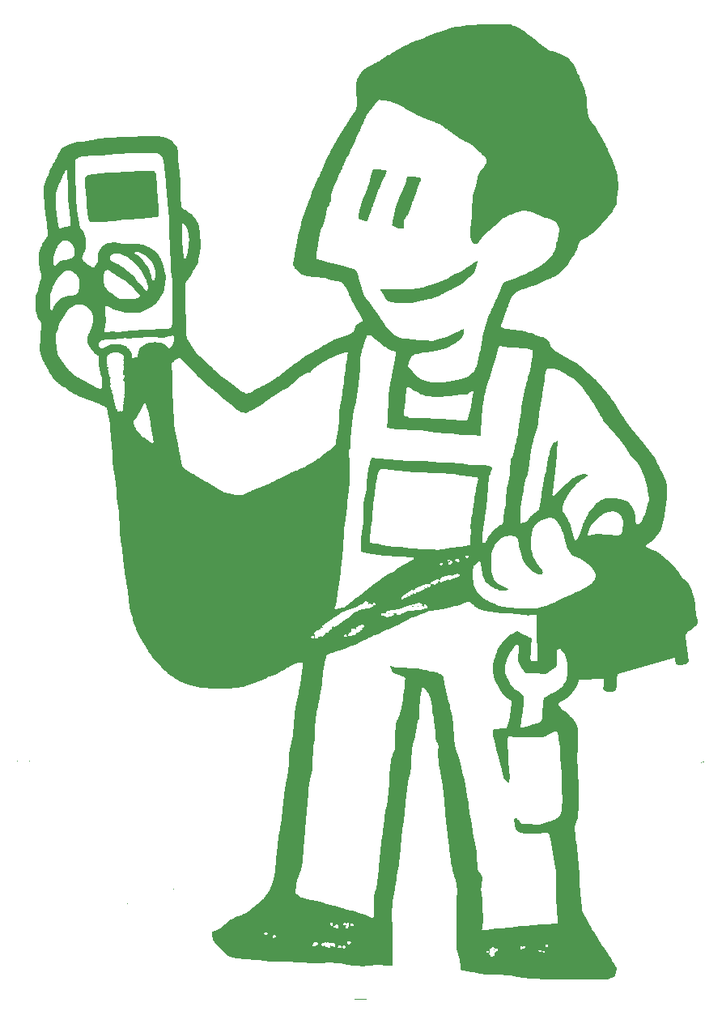
<source format=gts>
G04 #@! TF.GenerationSoftware,KiCad,Pcbnew,8.0.4-1.fc40*
G04 #@! TF.CreationDate,2024-09-16T09:24:30-07:00*
G04 #@! TF.ProjectId,mrfixit,6d726669-7869-4742-9e6b-696361645f70,rev?*
G04 #@! TF.SameCoordinates,Original*
G04 #@! TF.FileFunction,Soldermask,Top*
G04 #@! TF.FilePolarity,Negative*
%FSLAX46Y46*%
G04 Gerber Fmt 4.6, Leading zero omitted, Abs format (unit mm)*
G04 Created by KiCad (PCBNEW 8.0.4-1.fc40) date 2024-09-16 09:24:30*
%MOMM*%
%LPD*%
G01*
G04 APERTURE LIST*
G04 APERTURE END LIST*
G36*
X131131498Y-140370532D02*
G01*
X131138193Y-140374686D01*
X131138195Y-140374687D01*
X131140488Y-140376110D01*
X131151779Y-140381632D01*
X131182624Y-140393044D01*
X131196415Y-140396431D01*
X131240464Y-140402068D01*
X131281897Y-140407369D01*
X131287092Y-140407815D01*
X131412492Y-140413315D01*
X131436519Y-140413434D01*
X131437636Y-140413440D01*
X131437828Y-140413443D01*
X131438358Y-140413455D01*
X131438372Y-140413456D01*
X131560947Y-140416416D01*
X131560951Y-140416416D01*
X131563052Y-140416467D01*
X131563731Y-140416506D01*
X131653537Y-140424806D01*
X131655565Y-140425208D01*
X131661748Y-140427115D01*
X131661761Y-140427118D01*
X131712282Y-140442703D01*
X131756620Y-140437709D01*
X131760012Y-140434318D01*
X131767083Y-140431389D01*
X131774154Y-140434318D01*
X131785788Y-140445952D01*
X131790052Y-140448414D01*
X131850293Y-140451434D01*
X131896534Y-140430596D01*
X131896535Y-140430595D01*
X131904398Y-140427052D01*
X131907034Y-140426278D01*
X131915556Y-140425008D01*
X131915565Y-140425006D01*
X131965917Y-140417506D01*
X131965926Y-140417505D01*
X131971811Y-140416629D01*
X131973709Y-140416529D01*
X131979655Y-140416782D01*
X131979660Y-140416782D01*
X132013140Y-140418207D01*
X132013143Y-140418208D01*
X132029582Y-140418908D01*
X132035825Y-140421446D01*
X132042521Y-140427436D01*
X132043413Y-140427717D01*
X132059984Y-140440262D01*
X132120658Y-140447852D01*
X132124746Y-140444674D01*
X132130124Y-140442597D01*
X132142943Y-140441619D01*
X132142946Y-140441618D01*
X132168849Y-140439642D01*
X132168852Y-140439642D01*
X132185259Y-140438391D01*
X132190907Y-140439637D01*
X132202050Y-140445878D01*
X132220907Y-140449421D01*
X132247519Y-140447443D01*
X132252082Y-140443612D01*
X132254089Y-140443198D01*
X132268673Y-140441727D01*
X132268677Y-140441726D01*
X132279581Y-140440627D01*
X132279582Y-140440627D01*
X132295956Y-140438976D01*
X132303284Y-140441181D01*
X132308334Y-140445305D01*
X132317582Y-140446810D01*
X132353893Y-140440159D01*
X132359734Y-140434318D01*
X132366805Y-140431389D01*
X132373876Y-140434318D01*
X132391515Y-140451957D01*
X132394444Y-140459028D01*
X132391515Y-140466099D01*
X132373876Y-140483738D01*
X132366805Y-140486667D01*
X132359734Y-140483738D01*
X132358063Y-140482067D01*
X132350976Y-140482067D01*
X132324418Y-140477952D01*
X132301568Y-140482968D01*
X132298638Y-140484029D01*
X132279962Y-140486575D01*
X132274549Y-140485805D01*
X132253056Y-140476251D01*
X132209857Y-140472999D01*
X132196470Y-140476675D01*
X132196341Y-140476873D01*
X132190013Y-140481178D01*
X132188676Y-140481363D01*
X132152895Y-140483858D01*
X132149968Y-140483630D01*
X132112325Y-140475014D01*
X132106086Y-140470581D01*
X132105399Y-140466527D01*
X132097994Y-140462608D01*
X132037498Y-140461888D01*
X132004954Y-140478131D01*
X132001632Y-140479117D01*
X131936654Y-140486601D01*
X131934451Y-140486611D01*
X131873954Y-140480166D01*
X131867233Y-140476504D01*
X131867184Y-140476443D01*
X131863230Y-140471466D01*
X131846750Y-140465114D01*
X131790260Y-140469521D01*
X131785790Y-140472101D01*
X131774154Y-140483738D01*
X131767083Y-140486667D01*
X131760012Y-140483738D01*
X131748376Y-140472102D01*
X131739880Y-140467197D01*
X131688030Y-140461363D01*
X131653574Y-140472000D01*
X131651628Y-140472394D01*
X131558543Y-140481790D01*
X131557901Y-140481834D01*
X131555899Y-140481906D01*
X131555877Y-140481908D01*
X131431423Y-140486412D01*
X131431404Y-140486412D01*
X131430476Y-140486446D01*
X131430174Y-140486453D01*
X131394645Y-140486667D01*
X131394452Y-140486666D01*
X131253329Y-140484782D01*
X131252556Y-140484742D01*
X131168142Y-140477061D01*
X131165348Y-140476392D01*
X131156827Y-140472999D01*
X131150756Y-140470581D01*
X131123851Y-140459867D01*
X131118382Y-140454569D01*
X131106010Y-140426156D01*
X131105183Y-140422433D01*
X131104988Y-140415200D01*
X131105441Y-140411943D01*
X131108531Y-140402073D01*
X131108532Y-140402068D01*
X131111764Y-140391745D01*
X131111766Y-140391741D01*
X131116682Y-140376041D01*
X131121590Y-140370168D01*
X131129213Y-140369486D01*
X131131498Y-140370532D01*
G37*
G36*
X132797210Y-140434318D02*
G01*
X132814849Y-140451957D01*
X132817778Y-140459028D01*
X132814849Y-140466099D01*
X132797210Y-140483738D01*
X132790139Y-140486667D01*
X132783068Y-140483738D01*
X132765429Y-140466099D01*
X132762500Y-140459028D01*
X132765429Y-140451957D01*
X132783068Y-140434318D01*
X132790139Y-140431389D01*
X132797210Y-140434318D01*
G37*
G36*
X133220543Y-140434318D02*
G01*
X133238182Y-140451957D01*
X133241111Y-140459028D01*
X133238182Y-140466099D01*
X133220543Y-140483738D01*
X133213472Y-140486667D01*
X133206401Y-140483738D01*
X133188762Y-140466099D01*
X133185833Y-140459028D01*
X133188762Y-140451957D01*
X133206401Y-140434318D01*
X133213472Y-140431389D01*
X133220543Y-140434318D01*
G37*
G36*
X145724844Y-135264453D02*
G01*
X145726515Y-135266124D01*
X145729444Y-135273195D01*
X145726515Y-135280266D01*
X145708876Y-135297905D01*
X145701805Y-135300834D01*
X145694734Y-135297905D01*
X145677096Y-135280266D01*
X145674167Y-135273195D01*
X145677096Y-135266124D01*
X145694734Y-135248485D01*
X145701805Y-135245556D01*
X145705599Y-135247127D01*
X145724844Y-135236016D01*
X145724844Y-135264453D01*
G37*
G36*
X127681894Y-102023680D02*
G01*
X127687065Y-102027902D01*
X127690690Y-102034643D01*
X127690485Y-102037898D01*
X127685642Y-102058871D01*
X127681197Y-102065102D01*
X127677249Y-102066529D01*
X127658573Y-102069075D01*
X127653160Y-102068305D01*
X127624122Y-102055397D01*
X127618850Y-102049848D01*
X127619046Y-102042197D01*
X127619313Y-102041644D01*
X127624833Y-102031033D01*
X127630694Y-102026112D01*
X127632701Y-102025698D01*
X127647284Y-102024227D01*
X127647288Y-102024226D01*
X127658193Y-102023127D01*
X127674567Y-102021476D01*
X127681894Y-102023680D01*
G37*
G36*
X129163599Y-101170151D02*
G01*
X129181238Y-101187790D01*
X129184167Y-101194861D01*
X129181238Y-101201932D01*
X129179567Y-101203603D01*
X129179567Y-101232036D01*
X129160324Y-101220927D01*
X129156528Y-101222500D01*
X129149457Y-101219571D01*
X129131818Y-101201932D01*
X129128889Y-101194861D01*
X129131818Y-101187790D01*
X129149457Y-101170151D01*
X129156528Y-101167222D01*
X129163599Y-101170151D01*
G37*
G36*
X131170410Y-101951926D02*
G01*
X131174394Y-101953125D01*
X131179565Y-101957347D01*
X131183190Y-101964088D01*
X131182985Y-101967343D01*
X131178142Y-101988315D01*
X131173697Y-101994546D01*
X131169749Y-101995973D01*
X131151073Y-101998519D01*
X131145660Y-101997749D01*
X131116622Y-101984842D01*
X131111350Y-101979293D01*
X131111546Y-101971642D01*
X131111813Y-101971089D01*
X131117333Y-101960478D01*
X131123194Y-101955557D01*
X131125201Y-101955143D01*
X131139781Y-101953672D01*
X131165291Y-101944820D01*
X131170410Y-101951926D01*
G37*
G36*
X131798565Y-101556850D02*
G01*
X131802361Y-101555278D01*
X131809432Y-101558207D01*
X131827071Y-101575846D01*
X131830000Y-101582917D01*
X131828427Y-101586713D01*
X131834329Y-101596937D01*
X131849949Y-101605956D01*
X131811103Y-101605956D01*
X131809432Y-101607627D01*
X131802361Y-101610556D01*
X131795290Y-101607627D01*
X131777651Y-101589988D01*
X131774722Y-101582917D01*
X131777651Y-101575846D01*
X131789283Y-101564213D01*
X131794792Y-101554672D01*
X131798565Y-101556850D01*
G37*
G36*
X134854214Y-100076942D02*
G01*
X134855776Y-100076992D01*
X134855794Y-100076993D01*
X134961545Y-100080435D01*
X134961558Y-100080436D01*
X134965604Y-100080568D01*
X134966895Y-100080694D01*
X135009416Y-100087658D01*
X135015921Y-100091692D01*
X135016859Y-100095692D01*
X135018608Y-100096482D01*
X135017271Y-100097447D01*
X135017669Y-100099143D01*
X135013635Y-100105648D01*
X135011380Y-100106864D01*
X134986596Y-100116368D01*
X134984249Y-100116955D01*
X134893725Y-100128206D01*
X134893308Y-100128249D01*
X134773797Y-100138030D01*
X134773772Y-100138031D01*
X134719576Y-100142467D01*
X134670122Y-100236823D01*
X134635539Y-100138828D01*
X134631190Y-100137147D01*
X134614696Y-100135367D01*
X134607980Y-100131696D01*
X134605853Y-100126719D01*
X134605074Y-100120754D01*
X134598803Y-100112965D01*
X134605767Y-100109536D01*
X134606304Y-100107542D01*
X134611644Y-100103979D01*
X134623506Y-100100802D01*
X134623509Y-100100801D01*
X134665646Y-100089517D01*
X134665649Y-100089516D01*
X134670763Y-100088147D01*
X134672428Y-100087850D01*
X134677687Y-100087362D01*
X134677693Y-100087362D01*
X134772784Y-100078557D01*
X134772789Y-100078556D01*
X134775108Y-100078342D01*
X134775855Y-100078301D01*
X134778188Y-100078260D01*
X134778192Y-100078260D01*
X134852146Y-100076966D01*
X134852163Y-100076966D01*
X134853714Y-100076939D01*
X134854214Y-100076942D01*
G37*
G36*
X137453876Y-99370985D02*
G01*
X137471515Y-99388624D01*
X137474444Y-99395695D01*
X137471515Y-99402766D01*
X137453876Y-99420405D01*
X137446805Y-99423334D01*
X137439734Y-99420405D01*
X137428098Y-99408768D01*
X137428097Y-99408768D01*
X137415022Y-99395693D01*
X137428099Y-99382618D01*
X137428105Y-99382614D01*
X137439734Y-99370985D01*
X137446805Y-99368056D01*
X137453876Y-99370985D01*
G37*
G36*
X137806616Y-99377847D02*
G01*
X137811787Y-99382069D01*
X137815412Y-99388810D01*
X137815207Y-99392065D01*
X137810364Y-99413038D01*
X137805919Y-99419269D01*
X137801971Y-99420696D01*
X137783295Y-99423242D01*
X137777882Y-99422472D01*
X137748845Y-99409564D01*
X137743573Y-99404015D01*
X137743769Y-99396364D01*
X137744035Y-99395812D01*
X137749554Y-99385201D01*
X137755416Y-99380279D01*
X137757423Y-99379865D01*
X137772008Y-99378394D01*
X137772012Y-99378393D01*
X137782915Y-99377294D01*
X137799289Y-99375643D01*
X137806616Y-99377847D01*
G37*
G36*
X106444710Y-78169040D02*
G01*
X106462349Y-78186679D01*
X106465278Y-78193750D01*
X106462349Y-78200821D01*
X106444710Y-78218460D01*
X106437639Y-78221389D01*
X106430568Y-78218460D01*
X106412929Y-78200821D01*
X106410000Y-78193750D01*
X106412929Y-78186679D01*
X106430568Y-78169040D01*
X106437639Y-78166111D01*
X106444710Y-78169040D01*
G37*
G36*
X106797488Y-77957374D02*
G01*
X106809120Y-77969006D01*
X106831763Y-77982079D01*
X106809135Y-77995145D01*
X106797488Y-78006793D01*
X106790417Y-78009722D01*
X106783346Y-78006793D01*
X106765707Y-77989155D01*
X106762778Y-77982084D01*
X106765707Y-77975013D01*
X106783346Y-77957374D01*
X106790417Y-77954445D01*
X106797488Y-77957374D01*
G37*
G36*
X106303599Y-77604596D02*
G01*
X106321238Y-77622235D01*
X106324167Y-77629306D01*
X106321238Y-77636377D01*
X106303599Y-77654016D01*
X106296528Y-77656945D01*
X106289457Y-77654016D01*
X106271818Y-77636377D01*
X106268889Y-77629306D01*
X106271818Y-77622235D01*
X106289457Y-77604596D01*
X106296528Y-77601667D01*
X106303599Y-77604596D01*
G37*
G36*
X106233043Y-75593763D02*
G01*
X106250682Y-75611401D01*
X106253611Y-75618472D01*
X106250682Y-75625543D01*
X106233043Y-75643182D01*
X106225972Y-75646111D01*
X106218901Y-75643182D01*
X106201262Y-75625543D01*
X106198333Y-75618472D01*
X106201262Y-75611401D01*
X106218901Y-75593763D01*
X106225972Y-75590834D01*
X106233043Y-75593763D01*
G37*
G36*
X143984885Y-63222797D02*
G01*
X143985676Y-63226629D01*
X143985928Y-63264854D01*
X143985795Y-63266544D01*
X143972386Y-63348014D01*
X143972298Y-63348480D01*
X143965496Y-63380312D01*
X143965471Y-63380425D01*
X143965410Y-63380693D01*
X143965396Y-63380759D01*
X143941651Y-63485917D01*
X143941631Y-63486007D01*
X143909079Y-63629786D01*
X143909079Y-63629790D01*
X143874905Y-63780452D01*
X143874901Y-63780468D01*
X143874760Y-63781089D01*
X143874760Y-63781092D01*
X143873874Y-63784993D01*
X143873809Y-63785261D01*
X143826509Y-63969814D01*
X143826281Y-63970575D01*
X143825475Y-63972924D01*
X143825474Y-63972929D01*
X143771297Y-64130923D01*
X143769842Y-64135164D01*
X143769435Y-64136169D01*
X143767998Y-64139229D01*
X143767993Y-64139243D01*
X143699199Y-64285809D01*
X143699193Y-64285819D01*
X143697616Y-64289180D01*
X143697049Y-64290223D01*
X143603609Y-64440039D01*
X143602999Y-64440910D01*
X143481700Y-64595918D01*
X143481178Y-64596533D01*
X143325779Y-64765117D01*
X143325401Y-64765504D01*
X143129662Y-64956050D01*
X143129424Y-64956275D01*
X143128658Y-64956972D01*
X143128653Y-64956978D01*
X143004615Y-65070048D01*
X142887105Y-65177167D01*
X142886996Y-65177265D01*
X142745100Y-65302871D01*
X142745052Y-65302913D01*
X142534771Y-65486661D01*
X142534664Y-65486753D01*
X142477044Y-65535683D01*
X142425272Y-65579647D01*
X142363426Y-65632165D01*
X142363191Y-65632359D01*
X142217731Y-65748447D01*
X142217338Y-65748745D01*
X142084391Y-65844521D01*
X142083888Y-65844861D01*
X141950190Y-65929340D01*
X141949710Y-65929624D01*
X141801996Y-66011817D01*
X141801664Y-66011994D01*
X141626668Y-66100914D01*
X141626509Y-66100993D01*
X141429453Y-66196759D01*
X141429419Y-66196775D01*
X141182841Y-66315466D01*
X141124651Y-66343477D01*
X141124651Y-66343479D01*
X140938520Y-66433080D01*
X140938517Y-66433080D01*
X140919898Y-66442042D01*
X140902625Y-66450358D01*
X140902626Y-66450359D01*
X140617107Y-66587813D01*
X140354622Y-66714187D01*
X140255727Y-66761804D01*
X140255576Y-66761875D01*
X139980907Y-66888500D01*
X139980605Y-66888634D01*
X139714503Y-67000825D01*
X139714152Y-67000965D01*
X139474854Y-67091361D01*
X139474372Y-67091529D01*
X139301941Y-67146783D01*
X139301590Y-67146888D01*
X139032959Y-67222257D01*
X139032934Y-67222264D01*
X139003593Y-67230412D01*
X138821652Y-67280938D01*
X138821336Y-67281024D01*
X138657430Y-67325549D01*
X138657311Y-67325580D01*
X138656960Y-67325676D01*
X138656859Y-67325703D01*
X138528481Y-67359134D01*
X138528313Y-67359177D01*
X138425594Y-67384031D01*
X138425359Y-67384084D01*
X138406805Y-67388103D01*
X138338533Y-67402894D01*
X138338492Y-67402902D01*
X138337755Y-67403062D01*
X138337508Y-67403113D01*
X138254474Y-67418916D01*
X138254327Y-67418942D01*
X138253850Y-67419025D01*
X138253825Y-67419030D01*
X138207114Y-67427201D01*
X138075976Y-67452799D01*
X137902326Y-67491023D01*
X137817569Y-67511062D01*
X137711669Y-67536101D01*
X137577347Y-67569783D01*
X137577215Y-67569815D01*
X137387360Y-67614694D01*
X137386861Y-67614798D01*
X137201742Y-67648695D01*
X137201160Y-67648784D01*
X137199328Y-67649008D01*
X137199322Y-67649010D01*
X137038470Y-67668769D01*
X137008814Y-67672413D01*
X137008259Y-67672466D01*
X136796724Y-67686543D01*
X136796276Y-67686563D01*
X136553591Y-67691801D01*
X136553274Y-67691802D01*
X136267476Y-67688917D01*
X136267275Y-67688913D01*
X135926402Y-67678619D01*
X135926320Y-67678617D01*
X135823644Y-67674674D01*
X135823541Y-67674669D01*
X135599491Y-67663755D01*
X135599319Y-67663745D01*
X135598706Y-67663704D01*
X135598697Y-67663704D01*
X135387773Y-67649774D01*
X135387709Y-67649769D01*
X135387177Y-67649734D01*
X135386984Y-67649720D01*
X135201723Y-67633878D01*
X135201438Y-67633849D01*
X135058032Y-67617443D01*
X135057432Y-67617356D01*
X134975624Y-67602926D01*
X134974129Y-67602541D01*
X134969560Y-67600980D01*
X134969550Y-67600978D01*
X134736676Y-67521443D01*
X134736673Y-67521441D01*
X134730818Y-67519442D01*
X134729021Y-67518622D01*
X134681591Y-67491026D01*
X134547613Y-67413073D01*
X134547612Y-67413072D01*
X134540159Y-67408736D01*
X134537996Y-67407041D01*
X134491595Y-67359014D01*
X134414634Y-67279357D01*
X134414632Y-67279354D01*
X134409596Y-67274142D01*
X134408193Y-67272305D01*
X134404490Y-67266078D01*
X134404487Y-67266074D01*
X134384060Y-67231722D01*
X134384036Y-67231681D01*
X134383733Y-67231171D01*
X134383619Y-67230974D01*
X134329699Y-67135416D01*
X134306705Y-67097486D01*
X134250248Y-67004354D01*
X134159125Y-66860434D01*
X134122611Y-66804494D01*
X134122565Y-66804423D01*
X134122361Y-66804105D01*
X134122303Y-66804015D01*
X133995305Y-66605818D01*
X133995291Y-66605795D01*
X133994684Y-66604848D01*
X133994500Y-66604550D01*
X133899748Y-66444611D01*
X133899443Y-66444057D01*
X133840978Y-66329400D01*
X133840326Y-66327787D01*
X133838730Y-66322579D01*
X133838726Y-66322569D01*
X133826093Y-66281343D01*
X133826092Y-66281340D01*
X133821272Y-66265608D01*
X133822000Y-66257989D01*
X133827903Y-66253117D01*
X133828440Y-66252969D01*
X133841187Y-66249826D01*
X133841192Y-66249824D01*
X133855285Y-66246350D01*
X133855303Y-66246347D01*
X133861553Y-66244807D01*
X133863593Y-66244522D01*
X133870038Y-66244294D01*
X133870041Y-66244294D01*
X133953117Y-66241360D01*
X133953122Y-66241359D01*
X133954621Y-66241307D01*
X133955099Y-66241302D01*
X133956564Y-66241320D01*
X133956596Y-66241320D01*
X134090706Y-66243001D01*
X134090712Y-66243001D01*
X134091577Y-66243012D01*
X134091842Y-66243019D01*
X134092677Y-66243051D01*
X134092693Y-66243052D01*
X134260810Y-66249613D01*
X134260894Y-66249616D01*
X134261306Y-66249633D01*
X134261455Y-66249640D01*
X134261876Y-66249662D01*
X134262032Y-66249670D01*
X134334008Y-66253555D01*
X134499724Y-66260379D01*
X134721830Y-66265365D01*
X134986367Y-66268424D01*
X135039073Y-66268611D01*
X135279103Y-66269463D01*
X135570959Y-66268445D01*
X135586011Y-66268393D01*
X135642382Y-66267792D01*
X135892886Y-66265122D01*
X135902958Y-66264965D01*
X135964938Y-66263999D01*
X136356646Y-66256094D01*
X136689158Y-66245812D01*
X136852088Y-66237984D01*
X136973659Y-66232144D01*
X137221812Y-66214059D01*
X137444805Y-66190555D01*
X137654098Y-66160609D01*
X137861181Y-66123183D01*
X138077427Y-66077249D01*
X138097103Y-66072803D01*
X138211742Y-66043564D01*
X138247026Y-66034565D01*
X138447568Y-65977235D01*
X138686413Y-65904879D01*
X138950943Y-65821659D01*
X139228813Y-65731656D01*
X139507578Y-65638981D01*
X139774861Y-65547720D01*
X140018139Y-65462015D01*
X140105987Y-65429720D01*
X140224902Y-65386004D01*
X140382860Y-65323745D01*
X140401754Y-65315518D01*
X140441257Y-65298318D01*
X140811706Y-65119686D01*
X141048729Y-64997188D01*
X141220046Y-64908647D01*
X141650757Y-64674145D01*
X142088133Y-64425230D01*
X142516758Y-64170792D01*
X142921007Y-63919849D01*
X143285366Y-63681342D01*
X143486664Y-63542052D01*
X143580476Y-63476086D01*
X143644536Y-63431040D01*
X143644699Y-63430926D01*
X143644828Y-63430836D01*
X143644915Y-63430775D01*
X143645117Y-63430635D01*
X143645228Y-63430559D01*
X143781509Y-63336882D01*
X143781546Y-63336856D01*
X143781946Y-63336582D01*
X143782071Y-63336498D01*
X143782363Y-63336303D01*
X143782460Y-63336238D01*
X143887362Y-63266430D01*
X143887375Y-63266421D01*
X143888207Y-63265868D01*
X143888484Y-63265690D01*
X143953970Y-63225153D01*
X143955335Y-63224447D01*
X143971778Y-63217486D01*
X143979431Y-63217427D01*
X143984885Y-63222797D01*
G37*
G36*
X137447025Y-54513429D02*
G01*
X137447218Y-54513432D01*
X137447797Y-54513445D01*
X137447805Y-54513446D01*
X137613190Y-54517409D01*
X137613206Y-54517409D01*
X137614511Y-54517441D01*
X137614935Y-54517460D01*
X137616243Y-54517547D01*
X137616265Y-54517548D01*
X137734836Y-54525434D01*
X137737654Y-54525622D01*
X137738458Y-54525708D01*
X137829583Y-54539232D01*
X137830786Y-54539487D01*
X137834483Y-54540511D01*
X137834489Y-54540513D01*
X137899849Y-54558628D01*
X137899861Y-54558632D01*
X137903299Y-54559585D01*
X137904381Y-54559953D01*
X137907696Y-54561295D01*
X137907701Y-54561297D01*
X137953363Y-54579786D01*
X137953369Y-54579788D01*
X137957054Y-54581281D01*
X137958199Y-54581832D01*
X137961667Y-54583780D01*
X137961670Y-54583782D01*
X138046600Y-54631500D01*
X138046602Y-54631502D01*
X138058854Y-54638386D01*
X138062147Y-54641368D01*
X138070206Y-54652876D01*
X138070210Y-54652880D01*
X138088339Y-54678770D01*
X138097780Y-54692252D01*
X138099539Y-54698988D01*
X138097927Y-54715022D01*
X138097383Y-54717417D01*
X138080429Y-54764392D01*
X138080373Y-54764544D01*
X138041260Y-54867633D01*
X138041243Y-54867677D01*
X137986336Y-55010367D01*
X137983653Y-55017338D01*
X137983644Y-55017362D01*
X137916984Y-55189300D01*
X137911255Y-55204075D01*
X137842796Y-55379701D01*
X137827763Y-55418265D01*
X137827758Y-55418278D01*
X137755847Y-55601979D01*
X137644819Y-55888389D01*
X137519391Y-56217440D01*
X137388480Y-56565376D01*
X137388481Y-56565377D01*
X137261073Y-56908276D01*
X137261074Y-56908277D01*
X137146113Y-57222322D01*
X137113461Y-57312704D01*
X137113460Y-57312703D01*
X137020150Y-57571553D01*
X137009845Y-57600141D01*
X137009833Y-57600177D01*
X136925989Y-57830056D01*
X136925954Y-57830148D01*
X136857847Y-58011310D01*
X136857774Y-58011499D01*
X136829272Y-58082890D01*
X136805424Y-58142627D01*
X136801364Y-58152795D01*
X136801223Y-58153130D01*
X136752474Y-58263409D01*
X136752228Y-58263925D01*
X136707099Y-58352037D01*
X136706740Y-58352679D01*
X136661194Y-58427473D01*
X136660803Y-58428067D01*
X136610800Y-58498394D01*
X136610524Y-58498764D01*
X136552028Y-58573472D01*
X136551937Y-58573586D01*
X136551643Y-58573950D01*
X136551633Y-58573963D01*
X136519408Y-58613905D01*
X136421779Y-58744640D01*
X136417232Y-58751664D01*
X136353552Y-58866151D01*
X136348730Y-58877218D01*
X136321809Y-58960007D01*
X136309689Y-58997281D01*
X136307208Y-59008087D01*
X136294918Y-59097165D01*
X136287167Y-59153347D01*
X136286723Y-59156561D01*
X136286160Y-59163395D01*
X136285217Y-59197773D01*
X136280916Y-59354686D01*
X136280719Y-59361852D01*
X136281792Y-59438932D01*
X136282280Y-59474010D01*
X136282280Y-59474048D01*
X136283889Y-59632795D01*
X136283889Y-59633059D01*
X136281742Y-59764563D01*
X136281724Y-59765009D01*
X136281641Y-59766360D01*
X136281640Y-59766401D01*
X136277114Y-59840586D01*
X136276295Y-59854007D01*
X136276084Y-59855532D01*
X136269377Y-59886231D01*
X136265006Y-59892514D01*
X136263182Y-59893436D01*
X136209644Y-59913933D01*
X136207482Y-59914494D01*
X136112062Y-59928113D01*
X136111033Y-59928206D01*
X136002269Y-59932384D01*
X136001095Y-59932360D01*
X135911432Y-59925254D01*
X135909804Y-59924988D01*
X135807003Y-59899374D01*
X135806326Y-59899180D01*
X135672484Y-59855615D01*
X135672117Y-59855488D01*
X135521745Y-59799997D01*
X135521470Y-59799891D01*
X135369080Y-59738500D01*
X135368805Y-59738384D01*
X135228910Y-59677117D01*
X135228535Y-59676943D01*
X135227427Y-59676402D01*
X135227375Y-59676378D01*
X135118105Y-59623029D01*
X135118087Y-59623019D01*
X135115645Y-59621827D01*
X135114877Y-59621410D01*
X135103111Y-59614331D01*
X135052090Y-59583634D01*
X135052087Y-59583631D01*
X135043505Y-59578468D01*
X135041072Y-59576412D01*
X135023517Y-59555958D01*
X135021134Y-59548684D01*
X135021187Y-59548166D01*
X135022444Y-59538416D01*
X135022444Y-59538411D01*
X135028592Y-59490740D01*
X135028593Y-59490729D01*
X135028811Y-59489044D01*
X135028896Y-59488501D01*
X135029206Y-59486826D01*
X135050373Y-59372588D01*
X135050393Y-59372483D01*
X135050482Y-59372005D01*
X135050515Y-59371835D01*
X135083569Y-59209198D01*
X135083588Y-59209109D01*
X135086000Y-59197773D01*
X135125542Y-59011901D01*
X135125613Y-59011568D01*
X135125626Y-59011507D01*
X135126376Y-59008087D01*
X135164326Y-58835000D01*
X135174127Y-58790294D01*
X135174139Y-58790244D01*
X135175258Y-58785262D01*
X135226622Y-58556594D01*
X135226633Y-58556546D01*
X135280602Y-58321695D01*
X135280609Y-58321668D01*
X135280615Y-58321642D01*
X135333574Y-58096823D01*
X135333591Y-58096755D01*
X135333603Y-58096704D01*
X135333674Y-58096408D01*
X135382941Y-57893630D01*
X135383001Y-57893387D01*
X135383046Y-57893204D01*
X135383071Y-57893103D01*
X135383596Y-57891037D01*
X135426421Y-57722470D01*
X135426425Y-57722452D01*
X135426527Y-57722053D01*
X135426547Y-57721976D01*
X135426619Y-57721701D01*
X135427862Y-57716964D01*
X135427882Y-57716888D01*
X135427979Y-57716521D01*
X135428025Y-57716350D01*
X135428140Y-57715940D01*
X135428163Y-57715857D01*
X135534099Y-57339591D01*
X135534104Y-57339572D01*
X135534477Y-57338250D01*
X135534607Y-57337826D01*
X135535027Y-57336552D01*
X135535039Y-57336514D01*
X135647146Y-56996792D01*
X135647147Y-56996788D01*
X135647649Y-56995268D01*
X135647825Y-56994776D01*
X135648398Y-56993301D01*
X135648411Y-56993267D01*
X135776301Y-56664530D01*
X135776310Y-56664508D01*
X135776863Y-56663087D01*
X135777054Y-56662632D01*
X135777670Y-56661252D01*
X135777688Y-56661211D01*
X135931047Y-56318139D01*
X135931092Y-56318041D01*
X135931496Y-56317139D01*
X135931638Y-56316834D01*
X135932081Y-56315925D01*
X135932112Y-56315860D01*
X136068464Y-56036478D01*
X136068552Y-56036298D01*
X136068612Y-56036177D01*
X136068645Y-56036111D01*
X136068703Y-56035992D01*
X136068846Y-56035705D01*
X136192888Y-55786251D01*
X136206507Y-55757887D01*
X136289597Y-55584830D01*
X136364392Y-55417939D01*
X136422387Y-55272969D01*
X136423473Y-55270046D01*
X136446112Y-55204058D01*
X136470513Y-55132930D01*
X136471382Y-55130197D01*
X136514101Y-54984032D01*
X136551893Y-54839120D01*
X136628243Y-54535877D01*
X136628243Y-54535876D01*
X136632261Y-54519919D01*
X136636827Y-54513777D01*
X136641958Y-54512361D01*
X137222178Y-54512361D01*
X137447025Y-54513429D01*
G37*
G36*
X133352900Y-53683348D02*
G01*
X133362052Y-53683835D01*
X133508990Y-53691662D01*
X133509014Y-53691664D01*
X133510965Y-53691768D01*
X133511599Y-53691822D01*
X133513553Y-53692051D01*
X133513561Y-53692052D01*
X133669026Y-53710296D01*
X133701609Y-53714120D01*
X133702127Y-53714195D01*
X133703725Y-53714468D01*
X133703739Y-53714470D01*
X133886671Y-53745719D01*
X133886683Y-53745721D01*
X133887893Y-53745928D01*
X133888284Y-53746003D01*
X133889476Y-53746255D01*
X133889508Y-53746262D01*
X133922792Y-53753323D01*
X134000188Y-53769165D01*
X134077190Y-53784926D01*
X134147349Y-53797068D01*
X134217504Y-53809209D01*
X134269565Y-53815848D01*
X134318490Y-53822087D01*
X134323111Y-53822502D01*
X134345069Y-53823654D01*
X134345177Y-53823661D01*
X134345825Y-53823695D01*
X134346064Y-53823710D01*
X134346750Y-53823762D01*
X134346804Y-53823766D01*
X134421749Y-53829503D01*
X134421755Y-53829504D01*
X134428689Y-53830035D01*
X134430871Y-53830449D01*
X134476704Y-53844573D01*
X134482599Y-53849455D01*
X134483672Y-53855449D01*
X134478606Y-53893525D01*
X134478144Y-53895474D01*
X134444676Y-53992251D01*
X134444516Y-53992681D01*
X134382285Y-54149022D01*
X134382209Y-54149208D01*
X134290852Y-54365977D01*
X134290808Y-54366079D01*
X134169964Y-54644138D01*
X134169936Y-54644202D01*
X134169854Y-54644387D01*
X134019400Y-54984066D01*
X134019245Y-54984411D01*
X134019244Y-54984415D01*
X134019227Y-54984453D01*
X133892552Y-55267244D01*
X133717599Y-55669487D01*
X133679150Y-55757887D01*
X133501700Y-56194945D01*
X133483878Y-56238839D01*
X133324598Y-56663087D01*
X133312916Y-56694201D01*
X133189587Y-57057584D01*
X133172471Y-57108016D01*
X133155873Y-57160841D01*
X133155814Y-57161024D01*
X133083879Y-57375433D01*
X133083776Y-57375722D01*
X133083452Y-57376595D01*
X133083448Y-57376609D01*
X133040667Y-57492220D01*
X132994830Y-57616090D01*
X132994734Y-57616340D01*
X132902488Y-57846485D01*
X132902381Y-57846743D01*
X132851287Y-57964576D01*
X132768971Y-58157818D01*
X132689683Y-58363327D01*
X132618307Y-58566323D01*
X132595328Y-58639171D01*
X132561423Y-58746661D01*
X132560178Y-58750606D01*
X132559388Y-58753323D01*
X132556972Y-58762403D01*
X132519682Y-58902500D01*
X132518479Y-58908008D01*
X132501477Y-59007080D01*
X132500621Y-59015302D01*
X132500271Y-59024600D01*
X132499959Y-59026731D01*
X132489445Y-59067323D01*
X132484836Y-59073434D01*
X132483765Y-59073981D01*
X132440650Y-59092803D01*
X132437028Y-59093631D01*
X132343949Y-59097160D01*
X132343366Y-59097165D01*
X132322504Y-59096739D01*
X132322240Y-59096730D01*
X132205768Y-59091274D01*
X132205313Y-59091242D01*
X132109047Y-59082314D01*
X132108401Y-59082233D01*
X132083014Y-59078201D01*
X132082255Y-59078050D01*
X131940970Y-59044236D01*
X131940468Y-59044102D01*
X131793805Y-59000822D01*
X131793333Y-59000670D01*
X131783644Y-58997281D01*
X131665932Y-58956108D01*
X131665922Y-58956104D01*
X131663546Y-58955273D01*
X131662797Y-58954977D01*
X131572144Y-58914811D01*
X131570918Y-58914163D01*
X131553020Y-58903045D01*
X131551450Y-58901839D01*
X131513659Y-58866339D01*
X131510881Y-58861763D01*
X131506338Y-58845647D01*
X131501043Y-58826866D01*
X131501042Y-58826862D01*
X131497746Y-58815168D01*
X131497435Y-58811327D01*
X131499822Y-58790295D01*
X131506148Y-58734545D01*
X131506148Y-58734540D01*
X131506468Y-58731727D01*
X131506611Y-58730830D01*
X131507183Y-58728062D01*
X131507186Y-58728045D01*
X131521781Y-58657457D01*
X131533092Y-58596605D01*
X131544475Y-58535363D01*
X131569467Y-58372338D01*
X131572046Y-58352679D01*
X131592375Y-58197687D01*
X131598692Y-58142832D01*
X131598716Y-58142627D01*
X131607026Y-58071135D01*
X131607034Y-58071070D01*
X131607119Y-58070342D01*
X131607151Y-58070095D01*
X131607251Y-58069384D01*
X131607262Y-58069304D01*
X131616636Y-58003117D01*
X131616642Y-58003077D01*
X131616816Y-58001852D01*
X131616882Y-58001444D01*
X131629744Y-57931553D01*
X131629840Y-57931093D01*
X131630165Y-57929697D01*
X131630171Y-57929670D01*
X131647525Y-57855219D01*
X131647528Y-57855204D01*
X131647826Y-57853929D01*
X131647930Y-57853521D01*
X131648278Y-57852267D01*
X131648286Y-57852238D01*
X131672689Y-57764458D01*
X131672696Y-57764432D01*
X131672968Y-57763456D01*
X131673060Y-57763145D01*
X131673362Y-57762179D01*
X131673375Y-57762137D01*
X131706865Y-57655227D01*
X131706879Y-57655181D01*
X131707077Y-57654552D01*
X131707148Y-57654335D01*
X131707353Y-57653728D01*
X131751953Y-57521938D01*
X131751985Y-57521843D01*
X131752073Y-57521586D01*
X131752122Y-57521443D01*
X131762797Y-57491406D01*
X131809796Y-57359155D01*
X131809882Y-57358913D01*
X131809915Y-57358822D01*
X131810015Y-57358548D01*
X131882331Y-57161169D01*
X131882458Y-57160824D01*
X131971612Y-56922002D01*
X131971684Y-56921812D01*
X132079514Y-56636172D01*
X132079565Y-56636040D01*
X132079564Y-56636039D01*
X132185195Y-56357986D01*
X132207899Y-56298221D01*
X132207903Y-56298211D01*
X132208013Y-56297922D01*
X132208056Y-56297806D01*
X132358751Y-55902362D01*
X132358750Y-55902361D01*
X132428944Y-55718343D01*
X132502926Y-55512600D01*
X132515036Y-55478922D01*
X132605246Y-55204893D01*
X132689542Y-54928086D01*
X132757828Y-54680517D01*
X132764591Y-54653795D01*
X132764621Y-54653675D01*
X132764689Y-54653410D01*
X132764713Y-54653315D01*
X132764789Y-54653024D01*
X132764833Y-54652856D01*
X132818675Y-54448595D01*
X132818683Y-54448565D01*
X132818872Y-54447849D01*
X132818934Y-54447627D01*
X132820829Y-54441058D01*
X132876381Y-54248452D01*
X132876389Y-54248423D01*
X132876600Y-54247694D01*
X132876672Y-54247456D01*
X132876889Y-54246767D01*
X132876925Y-54246649D01*
X132931754Y-54072889D01*
X132931778Y-54072814D01*
X132932120Y-54071734D01*
X132932240Y-54071375D01*
X132935187Y-54063136D01*
X132969607Y-53966894D01*
X132979746Y-53938543D01*
X132979937Y-53938051D01*
X132985223Y-53925418D01*
X132994558Y-53903109D01*
X132994580Y-53903056D01*
X132994876Y-53902351D01*
X132994978Y-53902117D01*
X132995283Y-53901435D01*
X132995327Y-53901336D01*
X133083772Y-53704255D01*
X133083775Y-53704250D01*
X133090512Y-53689240D01*
X133096079Y-53683988D01*
X133099635Y-53683334D01*
X133352368Y-53683334D01*
X133352900Y-53683348D01*
G37*
G36*
X109883756Y-53848346D02*
G01*
X109884585Y-53848364D01*
X109884711Y-53848366D01*
X109997605Y-53850947D01*
X109997645Y-53850949D01*
X109999817Y-53850999D01*
X110000522Y-53851040D01*
X110002690Y-53851243D01*
X110002700Y-53851244D01*
X110074492Y-53857979D01*
X110074496Y-53857979D01*
X110079253Y-53858426D01*
X110080760Y-53858685D01*
X110085388Y-53859850D01*
X110085405Y-53859853D01*
X110125694Y-53869995D01*
X110125705Y-53869999D01*
X110133231Y-53871894D01*
X110135540Y-53872791D01*
X110142374Y-53876480D01*
X110142377Y-53876481D01*
X110167084Y-53889817D01*
X110167086Y-53889818D01*
X110172821Y-53892914D01*
X110174539Y-53894088D01*
X110179507Y-53898302D01*
X110179510Y-53898304D01*
X110206516Y-53921209D01*
X110206550Y-53921239D01*
X110207699Y-53922214D01*
X110208068Y-53922542D01*
X110211138Y-53925418D01*
X110212517Y-53927015D01*
X110305371Y-54060841D01*
X110306761Y-54063761D01*
X110362501Y-54256313D01*
X110362867Y-54258341D01*
X110381716Y-54508062D01*
X110381735Y-54508384D01*
X110387814Y-54649156D01*
X110392956Y-54707778D01*
X110400603Y-54794975D01*
X110403442Y-54827339D01*
X110425552Y-55010367D01*
X110425663Y-55011284D01*
X110433923Y-55067719D01*
X110433958Y-55067990D01*
X110434059Y-55068842D01*
X110434064Y-55068880D01*
X110452919Y-55227975D01*
X110453354Y-55231643D01*
X110453394Y-55232043D01*
X110469702Y-55441237D01*
X110469719Y-55441506D01*
X110481402Y-55671243D01*
X110481412Y-55671506D01*
X110486934Y-55896787D01*
X110486937Y-55896973D01*
X110487152Y-55933327D01*
X110488864Y-56051195D01*
X110490039Y-56132091D01*
X110496960Y-56317142D01*
X110506875Y-56469997D01*
X110507145Y-56473021D01*
X110511177Y-56508438D01*
X110518820Y-56575579D01*
X110519630Y-56580740D01*
X110523851Y-56601784D01*
X110523933Y-56602253D01*
X110535047Y-56675647D01*
X110535114Y-56676188D01*
X110547850Y-56808832D01*
X110547868Y-56809039D01*
X110561442Y-56989671D01*
X110561450Y-56989794D01*
X110575081Y-57207150D01*
X110575087Y-57207245D01*
X110583146Y-57358913D01*
X110587990Y-57450061D01*
X110587994Y-57450141D01*
X110597471Y-57660058D01*
X110597472Y-57660082D01*
X110597472Y-57660083D01*
X110610042Y-57955358D01*
X110610052Y-57955630D01*
X110618189Y-58180667D01*
X110618451Y-58187915D01*
X110618458Y-58188203D01*
X110619761Y-58365673D01*
X110619739Y-58366416D01*
X110610997Y-58496626D01*
X110610744Y-58498286D01*
X110589014Y-58588997D01*
X110587717Y-58592049D01*
X110550060Y-58651024D01*
X110546896Y-58654144D01*
X110490368Y-58689143D01*
X110487436Y-58690365D01*
X110477717Y-58692695D01*
X110477716Y-58692696D01*
X110413216Y-58708163D01*
X110413206Y-58708164D01*
X110409097Y-58709150D01*
X110407762Y-58709376D01*
X110304671Y-58719710D01*
X110304402Y-58719733D01*
X110274199Y-58721936D01*
X110187401Y-58728271D01*
X110159259Y-58730764D01*
X110028007Y-58742394D01*
X109827649Y-58762404D01*
X109827648Y-58762403D01*
X109615836Y-58785267D01*
X109472675Y-58801800D01*
X109472615Y-58801807D01*
X109299092Y-58820776D01*
X109298928Y-58820792D01*
X109094168Y-58839766D01*
X109094044Y-58839777D01*
X108851891Y-58859185D01*
X108851800Y-58859192D01*
X108566098Y-58879461D01*
X108566031Y-58879465D01*
X108230627Y-58901023D01*
X108230580Y-58901026D01*
X108230566Y-58901026D01*
X108230293Y-58901044D01*
X107839615Y-58924285D01*
X107839283Y-58924304D01*
X107386006Y-58949724D01*
X107385989Y-58949725D01*
X107196737Y-58960007D01*
X106992747Y-58974132D01*
X106794180Y-58993399D01*
X106622869Y-59015279D01*
X106619911Y-59015731D01*
X106496467Y-59037667D01*
X106492708Y-59038455D01*
X106483697Y-59040640D01*
X106476561Y-59042371D01*
X106476549Y-59042373D01*
X106475273Y-59042683D01*
X106474847Y-59042777D01*
X106317534Y-59073726D01*
X106316749Y-59073848D01*
X106314282Y-59074132D01*
X106314271Y-59074134D01*
X106139726Y-59094246D01*
X106139722Y-59094246D01*
X106137564Y-59094495D01*
X106136875Y-59094551D01*
X106026936Y-59099567D01*
X106026849Y-59099570D01*
X105933411Y-59103015D01*
X105897517Y-59104339D01*
X105722036Y-59116359D01*
X105523957Y-59133788D01*
X105339915Y-59153274D01*
X105339808Y-59153284D01*
X105339617Y-59153305D01*
X105339528Y-59153314D01*
X105339256Y-59153340D01*
X105339190Y-59153347D01*
X105128358Y-59173773D01*
X105128346Y-59173773D01*
X105127417Y-59173864D01*
X105127126Y-59173888D01*
X105126191Y-59173951D01*
X105126180Y-59173952D01*
X104902222Y-59189063D01*
X104902208Y-59189063D01*
X104901330Y-59189123D01*
X104901050Y-59189138D01*
X104900207Y-59189171D01*
X104900154Y-59189174D01*
X104692270Y-59197348D01*
X104692268Y-59197348D01*
X104691125Y-59197393D01*
X104690758Y-59197401D01*
X104550304Y-59197773D01*
X104550243Y-59197773D01*
X104362304Y-59197106D01*
X104162640Y-59202570D01*
X103987547Y-59213034D01*
X103974472Y-59214232D01*
X103951468Y-59216342D01*
X103951201Y-59216363D01*
X103778872Y-59227514D01*
X103777570Y-59227513D01*
X103649473Y-59219093D01*
X103647547Y-59218776D01*
X103545487Y-59191500D01*
X103544052Y-59190997D01*
X103430554Y-59141206D01*
X103428489Y-59139985D01*
X103422521Y-59135411D01*
X103422518Y-59135410D01*
X103360085Y-59087568D01*
X103360082Y-59087565D01*
X103350809Y-59080459D01*
X103348335Y-59077698D01*
X103312371Y-59018247D01*
X103301745Y-59000682D01*
X103301744Y-59000680D01*
X103297218Y-58993198D01*
X103296122Y-58990638D01*
X103291648Y-58974134D01*
X103263316Y-58869617D01*
X103263314Y-58869608D01*
X103262316Y-58865926D01*
X103262069Y-58864728D01*
X103261526Y-58860938D01*
X103236678Y-58687439D01*
X103236675Y-58687416D01*
X103236552Y-58686557D01*
X103236516Y-58686279D01*
X103235744Y-58679558D01*
X103192138Y-58299543D01*
X103192123Y-58299414D01*
X103156851Y-57976225D01*
X103156829Y-57976023D01*
X103156820Y-57975939D01*
X103156810Y-57975844D01*
X103156795Y-57975699D01*
X103130016Y-57709515D01*
X103130013Y-57709492D01*
X103129977Y-57709126D01*
X103129965Y-57708998D01*
X103128042Y-57687060D01*
X103111018Y-57492769D01*
X103111017Y-57492758D01*
X103110970Y-57492220D01*
X103110955Y-57492024D01*
X103110920Y-57491514D01*
X103110912Y-57491406D01*
X103099261Y-57319640D01*
X103099256Y-57319560D01*
X103099196Y-57318664D01*
X103099180Y-57318363D01*
X103099101Y-57316258D01*
X103094078Y-57182719D01*
X103094077Y-57182692D01*
X103094044Y-57181805D01*
X103094037Y-57181520D01*
X103093692Y-57143666D01*
X103088565Y-57013298D01*
X103074633Y-56834326D01*
X103053846Y-56627755D01*
X103028188Y-56414942D01*
X103020542Y-56358140D01*
X103020523Y-56357986D01*
X103018280Y-56339109D01*
X102992863Y-56125176D01*
X102992858Y-56125131D01*
X102992774Y-56124422D01*
X102992747Y-56124169D01*
X102988384Y-56077310D01*
X102967275Y-55850593D01*
X102967269Y-55850525D01*
X102967217Y-55849963D01*
X102967201Y-55849768D01*
X102967162Y-55849247D01*
X102967155Y-55849154D01*
X102946333Y-55565483D01*
X102946330Y-55565436D01*
X102946286Y-55564836D01*
X102946273Y-55564626D01*
X102946241Y-55564028D01*
X102946234Y-55563905D01*
X102932399Y-55299428D01*
X102932390Y-55299240D01*
X102932372Y-55298879D01*
X102932364Y-55298699D01*
X102932350Y-55298301D01*
X102932347Y-55298223D01*
X102929960Y-55228531D01*
X102929957Y-55228444D01*
X102929951Y-55228259D01*
X102929948Y-55228180D01*
X102927694Y-55142650D01*
X102924103Y-55006457D01*
X102924101Y-55006323D01*
X102924098Y-55006109D01*
X102924096Y-55005997D01*
X102922001Y-54844345D01*
X102922001Y-54844303D01*
X102921988Y-54843286D01*
X102921989Y-54842943D01*
X102924467Y-54726782D01*
X102924512Y-54726022D01*
X102924742Y-54723667D01*
X102924743Y-54723653D01*
X102932000Y-54649409D01*
X102932002Y-54649395D01*
X102932439Y-54644928D01*
X102932682Y-54643512D01*
X102933753Y-54639157D01*
X102933757Y-54639137D01*
X102945487Y-54591468D01*
X102945492Y-54591453D01*
X102946914Y-54585675D01*
X102947543Y-54583876D01*
X102950038Y-54578465D01*
X102950041Y-54578458D01*
X102967481Y-54540645D01*
X102967485Y-54540636D01*
X102968939Y-54537485D01*
X102969459Y-54536506D01*
X102971253Y-54533533D01*
X102980047Y-54518962D01*
X102980052Y-54518953D01*
X102982819Y-54514371D01*
X102983827Y-54512984D01*
X102987339Y-54508936D01*
X102987344Y-54508930D01*
X103059160Y-54426169D01*
X103059162Y-54426166D01*
X103065517Y-54418844D01*
X103067875Y-54416854D01*
X103076156Y-54411818D01*
X103076163Y-54411813D01*
X103177674Y-54350089D01*
X103177681Y-54350085D01*
X103184029Y-54346226D01*
X103186186Y-54345243D01*
X103193262Y-54342986D01*
X103193267Y-54342984D01*
X103343447Y-54295088D01*
X103343451Y-54295086D01*
X103347659Y-54293745D01*
X103349032Y-54293412D01*
X103353374Y-54292678D01*
X103353386Y-54292676D01*
X103565032Y-54256942D01*
X103565052Y-54256939D01*
X103566676Y-54256665D01*
X103567208Y-54256589D01*
X103568852Y-54256401D01*
X103568884Y-54256397D01*
X103621464Y-54250401D01*
X103636987Y-54248631D01*
X103802255Y-54229445D01*
X104010860Y-54202606D01*
X104236569Y-54171613D01*
X104331821Y-54157693D01*
X104453073Y-54139973D01*
X104459809Y-54138950D01*
X104459830Y-54138947D01*
X104460581Y-54138833D01*
X104460828Y-54138799D01*
X104461534Y-54138709D01*
X104461589Y-54138702D01*
X104748792Y-54102359D01*
X104748830Y-54102354D01*
X104750015Y-54102205D01*
X104750406Y-54102163D01*
X104751596Y-54102059D01*
X104751632Y-54102056D01*
X105092844Y-54072476D01*
X105092848Y-54072475D01*
X105093756Y-54072397D01*
X105094042Y-54072377D01*
X105094872Y-54072328D01*
X105094926Y-54072325D01*
X105496793Y-54049043D01*
X105496867Y-54049039D01*
X105497306Y-54049014D01*
X105497497Y-54049005D01*
X105497917Y-54048988D01*
X105498077Y-54048981D01*
X105872723Y-54034460D01*
X105872843Y-54034455D01*
X105872844Y-54034456D01*
X106156243Y-54024517D01*
X106449055Y-54012608D01*
X106733613Y-53999562D01*
X106992712Y-53986195D01*
X107208111Y-53973373D01*
X107301086Y-53966894D01*
X107810189Y-53930303D01*
X107810542Y-53930278D01*
X107810622Y-53930273D01*
X107810724Y-53930266D01*
X107810878Y-53930256D01*
X108263091Y-53901445D01*
X108263148Y-53901441D01*
X108263519Y-53901418D01*
X108263624Y-53901412D01*
X108263888Y-53901397D01*
X108263989Y-53901392D01*
X108673333Y-53879624D01*
X108673358Y-53879622D01*
X108673731Y-53879603D01*
X108673856Y-53879597D01*
X108674290Y-53879579D01*
X108674298Y-53879579D01*
X109054411Y-53864138D01*
X109054531Y-53864134D01*
X109054803Y-53864123D01*
X109054940Y-53864119D01*
X109055202Y-53864111D01*
X109055261Y-53864110D01*
X109420046Y-53854282D01*
X109420126Y-53854280D01*
X109420356Y-53854274D01*
X109420438Y-53854272D01*
X109420731Y-53854266D01*
X109420843Y-53854264D01*
X109494947Y-53852880D01*
X109494946Y-53852879D01*
X109495072Y-53852877D01*
X109718541Y-53849340D01*
X109718694Y-53849338D01*
X109718907Y-53849335D01*
X109719005Y-53849334D01*
X109719233Y-53849332D01*
X109719292Y-53849332D01*
X109882547Y-53848348D01*
X109882584Y-53848348D01*
X109883467Y-53848343D01*
X109883756Y-53848346D01*
G37*
G36*
X147434049Y-38574271D02*
G01*
X147445020Y-38578547D01*
X147445021Y-38578548D01*
X147725181Y-38687762D01*
X147910173Y-38759877D01*
X147910318Y-38759935D01*
X147910764Y-38760117D01*
X148184982Y-38871980D01*
X148184990Y-38871983D01*
X148186315Y-38872524D01*
X148186733Y-38872705D01*
X148188034Y-38873306D01*
X148188045Y-38873311D01*
X148286646Y-38918876D01*
X148394251Y-38968602D01*
X148395006Y-38968991D01*
X148397314Y-38970306D01*
X148528490Y-39045028D01*
X148528495Y-39045031D01*
X148534108Y-39048229D01*
X148535785Y-39049429D01*
X148540623Y-39053711D01*
X148540625Y-39053712D01*
X148558047Y-39069130D01*
X148606537Y-39112042D01*
X148608660Y-39114690D01*
X148611586Y-39119979D01*
X148622136Y-39129616D01*
X148631570Y-39135870D01*
X148640564Y-39141827D01*
X148657281Y-39149096D01*
X148660314Y-39149418D01*
X148662818Y-39150017D01*
X148670362Y-39152890D01*
X148670368Y-39152892D01*
X148710801Y-39168293D01*
X148710804Y-39168294D01*
X148717379Y-39170799D01*
X148719375Y-39171829D01*
X148793308Y-39221216D01*
X148793987Y-39221712D01*
X148794778Y-39222343D01*
X148796709Y-39223838D01*
X148796737Y-39223858D01*
X148864093Y-39275990D01*
X148970458Y-39356444D01*
X149094045Y-39448732D01*
X149129703Y-39475149D01*
X149129732Y-39475170D01*
X149129997Y-39475368D01*
X149242651Y-39559459D01*
X149242711Y-39559504D01*
X149243008Y-39559726D01*
X149243092Y-39559790D01*
X149243327Y-39559969D01*
X149243365Y-39559998D01*
X149332941Y-39628346D01*
X149332973Y-39628371D01*
X149333454Y-39628738D01*
X149333621Y-39628868D01*
X149386874Y-39671316D01*
X149387411Y-39671776D01*
X149389034Y-39673269D01*
X149393222Y-39677121D01*
X149396573Y-39679991D01*
X149429457Y-39706206D01*
X149431915Y-39708065D01*
X149508217Y-39762814D01*
X149606196Y-39830378D01*
X149606288Y-39830442D01*
X149722951Y-39912840D01*
X149723226Y-39913041D01*
X149724075Y-39913685D01*
X149724083Y-39913691D01*
X149827471Y-39992130D01*
X149827496Y-39992150D01*
X149828681Y-39993049D01*
X149829056Y-39993348D01*
X149889160Y-40043664D01*
X149889263Y-40043751D01*
X149889629Y-40044066D01*
X149943616Y-40090511D01*
X150042992Y-40172841D01*
X150110465Y-40227934D01*
X150177265Y-40282477D01*
X150254691Y-40345120D01*
X150336245Y-40411102D01*
X150336246Y-40411102D01*
X150509784Y-40550429D01*
X150509783Y-40550429D01*
X150523467Y-40561371D01*
X150523478Y-40561379D01*
X150523478Y-40561380D01*
X150690976Y-40695710D01*
X150694232Y-40698321D01*
X150694258Y-40698342D01*
X150694329Y-40698399D01*
X150848026Y-40822506D01*
X150848272Y-40822704D01*
X150975252Y-40926106D01*
X150975788Y-40926545D01*
X151067131Y-41001966D01*
X151067192Y-41002017D01*
X151067590Y-41002346D01*
X151067737Y-41002470D01*
X151068121Y-41002799D01*
X151068195Y-41002862D01*
X151113578Y-41041826D01*
X151113595Y-41041841D01*
X151114899Y-41042961D01*
X151115309Y-41043333D01*
X151115503Y-41043519D01*
X151119784Y-41047028D01*
X151238449Y-41134639D01*
X151247906Y-41140404D01*
X151430291Y-41230510D01*
X151436246Y-41233077D01*
X151680790Y-41323771D01*
X151684172Y-41324917D01*
X151840827Y-41373037D01*
X151840931Y-41373069D01*
X152311137Y-41520954D01*
X152311145Y-41520957D01*
X152312977Y-41521533D01*
X152313557Y-41521735D01*
X152315353Y-41522423D01*
X152315360Y-41522426D01*
X152719089Y-41677204D01*
X152719094Y-41677206D01*
X152721509Y-41678132D01*
X152722270Y-41678460D01*
X152724600Y-41679582D01*
X152724610Y-41679587D01*
X153069411Y-41845721D01*
X153069421Y-41845726D01*
X153072421Y-41847172D01*
X153073354Y-41847685D01*
X153076183Y-41849441D01*
X153076188Y-41849444D01*
X153368636Y-42030995D01*
X153368640Y-42030998D01*
X153372039Y-42033108D01*
X153373080Y-42033851D01*
X153376173Y-42036370D01*
X153376192Y-42036384D01*
X153623223Y-42237603D01*
X153623237Y-42237616D01*
X153626630Y-42240380D01*
X153627654Y-42241341D01*
X153630629Y-42244555D01*
X153630636Y-42244562D01*
X153839454Y-42470183D01*
X153839463Y-42470195D01*
X153842404Y-42473372D01*
X153843273Y-42474452D01*
X154025557Y-42736380D01*
X154026152Y-42737347D01*
X154027837Y-42740474D01*
X154027838Y-42740475D01*
X154046371Y-42774861D01*
X154157898Y-42981783D01*
X154158134Y-42982251D01*
X154229917Y-43133967D01*
X154229977Y-43134096D01*
X154291765Y-43269627D01*
X154291847Y-43269812D01*
X154292091Y-43270378D01*
X154292125Y-43270454D01*
X154327200Y-43351721D01*
X154336030Y-43372179D01*
X154336202Y-43372605D01*
X154336703Y-43373931D01*
X154353427Y-43418151D01*
X154367288Y-43454458D01*
X154378877Y-43484813D01*
X154426695Y-43596466D01*
X154489145Y-43735371D01*
X154529978Y-43823429D01*
X154530068Y-43823622D01*
X154607801Y-43991820D01*
X154607850Y-43991927D01*
X154607969Y-43992185D01*
X154608008Y-43992268D01*
X154686711Y-44166756D01*
X154686751Y-44166848D01*
X154753235Y-44318260D01*
X154753281Y-44318366D01*
X154774007Y-44367089D01*
X154838394Y-44518347D01*
X154907488Y-44677080D01*
X154950017Y-44772635D01*
X154950024Y-44772651D01*
X154997360Y-44879502D01*
X154997465Y-44879748D01*
X155036964Y-44975766D01*
X155037098Y-44976110D01*
X155074600Y-45077797D01*
X155074703Y-45078091D01*
X155116051Y-45201953D01*
X155116107Y-45202123D01*
X155167140Y-45364662D01*
X155167161Y-45364730D01*
X155215809Y-45523600D01*
X155215837Y-45523695D01*
X155273266Y-45718119D01*
X155273346Y-45718406D01*
X155273573Y-45719270D01*
X155273581Y-45719297D01*
X155317439Y-45885889D01*
X155317446Y-45885922D01*
X155317817Y-45887328D01*
X155317927Y-45887790D01*
X155318231Y-45889220D01*
X155318237Y-45889242D01*
X155351484Y-46045234D01*
X155351490Y-46045270D01*
X155351841Y-46046914D01*
X155351941Y-46047456D01*
X155377700Y-46212487D01*
X155377763Y-46212963D01*
X155397769Y-46399604D01*
X155397798Y-46399928D01*
X155414452Y-46623886D01*
X155414464Y-46624062D01*
X155430167Y-46901039D01*
X155430170Y-46901090D01*
X155432025Y-46937084D01*
X155451600Y-47289052D01*
X155464575Y-47461894D01*
X155473571Y-47581722D01*
X155501726Y-47824397D01*
X155502366Y-47828636D01*
X155516367Y-47903747D01*
X155540261Y-48031929D01*
X155541683Y-48037909D01*
X155593104Y-48214978D01*
X155595534Y-48221830D01*
X155664575Y-48385562D01*
X155667633Y-48391817D01*
X155759092Y-48555161D01*
X155761907Y-48559718D01*
X155880821Y-48734878D01*
X155882766Y-48737583D01*
X156034094Y-48936454D01*
X156221425Y-49169443D01*
X156223070Y-49171463D01*
X156223176Y-49171595D01*
X156301228Y-49270815D01*
X156301476Y-49271145D01*
X156302210Y-49272162D01*
X156302241Y-49272203D01*
X156355946Y-49346606D01*
X156355950Y-49346613D01*
X156357947Y-49349379D01*
X156358538Y-49350300D01*
X156360217Y-49353261D01*
X156360222Y-49353269D01*
X156375447Y-49380121D01*
X156381930Y-49391555D01*
X156382660Y-49393863D01*
X156399724Y-49429704D01*
X156417722Y-49461919D01*
X156448288Y-49516629D01*
X156482987Y-49576391D01*
X156522665Y-49644727D01*
X156617176Y-49804218D01*
X156726203Y-49985438D01*
X156740921Y-50009713D01*
X156740948Y-50009758D01*
X156741060Y-50009945D01*
X156741110Y-50010028D01*
X156877907Y-50238343D01*
X156878658Y-50239596D01*
X156878742Y-50239739D01*
X156998788Y-50447809D01*
X156998901Y-50448010D01*
X157108063Y-50647740D01*
X157108186Y-50647972D01*
X157213245Y-50852794D01*
X157213354Y-50853013D01*
X157321091Y-51076356D01*
X157321172Y-51076529D01*
X157321395Y-51077015D01*
X157321405Y-51077036D01*
X157438197Y-51331450D01*
X157438368Y-51331823D01*
X157438420Y-51331939D01*
X157438585Y-51332311D01*
X157438627Y-51332404D01*
X157571772Y-51632425D01*
X157571880Y-51632669D01*
X157645826Y-51801969D01*
X157704475Y-51933865D01*
X157782910Y-52106277D01*
X157870498Y-52295992D01*
X157949727Y-52465241D01*
X157949747Y-52465284D01*
X158023374Y-52624534D01*
X158023444Y-52624689D01*
X158084509Y-52762877D01*
X158084607Y-52763106D01*
X158127369Y-52866785D01*
X158127603Y-52867414D01*
X158128263Y-52869379D01*
X158128275Y-52869411D01*
X158142769Y-52912563D01*
X158146321Y-52923137D01*
X158146785Y-52925252D01*
X158147042Y-52927648D01*
X158165045Y-52979337D01*
X158171785Y-52993036D01*
X158173749Y-52996038D01*
X158177673Y-53000901D01*
X158178763Y-53002568D01*
X158181641Y-53008103D01*
X158197230Y-53038083D01*
X158203503Y-53050146D01*
X158203936Y-53051095D01*
X158205131Y-53054130D01*
X158205133Y-53054134D01*
X158226478Y-53108337D01*
X158243928Y-53152647D01*
X158244039Y-53152943D01*
X158294751Y-53294713D01*
X158294808Y-53294877D01*
X158351710Y-53463114D01*
X158351751Y-53463239D01*
X158351894Y-53463681D01*
X158351904Y-53463711D01*
X158356344Y-53477430D01*
X158410312Y-53644189D01*
X158410351Y-53644311D01*
X158466040Y-53824222D01*
X158466085Y-53824372D01*
X158514371Y-53989489D01*
X158514437Y-53989724D01*
X158550790Y-54126295D01*
X158550848Y-54126526D01*
X158555477Y-54145754D01*
X158555565Y-54146153D01*
X158589652Y-54318324D01*
X158589724Y-54318732D01*
X158623923Y-54539060D01*
X158623959Y-54539315D01*
X158655694Y-54785454D01*
X158655719Y-54785670D01*
X158655786Y-54786305D01*
X158655796Y-54786382D01*
X158682332Y-55034506D01*
X158682339Y-55034588D01*
X158682413Y-55035273D01*
X158682436Y-55035512D01*
X158701514Y-55266233D01*
X158701537Y-55266589D01*
X158710420Y-55456081D01*
X158710431Y-55456457D01*
X158710761Y-55492408D01*
X158710746Y-55493056D01*
X158702770Y-55636405D01*
X158702717Y-55637014D01*
X158681682Y-55816374D01*
X158681618Y-55816830D01*
X158651564Y-55999762D01*
X158651501Y-56000108D01*
X158641246Y-56051214D01*
X158597068Y-56329942D01*
X158596489Y-56334823D01*
X158594656Y-56358140D01*
X158571989Y-56646452D01*
X158571819Y-56649679D01*
X158568055Y-56790277D01*
X158568048Y-56790492D01*
X158568047Y-56790551D01*
X158568046Y-56790611D01*
X158560283Y-57026851D01*
X158560227Y-57027626D01*
X158540278Y-57207449D01*
X158540022Y-57208843D01*
X158504707Y-57345812D01*
X158503967Y-57347789D01*
X158450106Y-57455463D01*
X158449043Y-57457146D01*
X158395772Y-57525320D01*
X158394043Y-57527642D01*
X158350932Y-57588455D01*
X158348138Y-57592761D01*
X158285988Y-57697828D01*
X158216447Y-57827900D01*
X158215198Y-57830383D01*
X158200062Y-57860485D01*
X158199894Y-57860817D01*
X158140565Y-57977647D01*
X158140551Y-57977671D01*
X158140049Y-57978662D01*
X158139884Y-57978973D01*
X158128139Y-58000214D01*
X158084048Y-58079952D01*
X158084037Y-58079969D01*
X158083172Y-58081535D01*
X158082885Y-58082021D01*
X158022151Y-58178554D01*
X158021800Y-58179075D01*
X157949796Y-58279013D01*
X157949482Y-58279426D01*
X157858964Y-58392204D01*
X157858743Y-58392470D01*
X157742465Y-58527521D01*
X157742338Y-58527666D01*
X157643203Y-58638404D01*
X157602491Y-58683883D01*
X157593054Y-58694424D01*
X157592993Y-58694491D01*
X157403458Y-58902390D01*
X157403442Y-58902407D01*
X157382182Y-58925618D01*
X157382183Y-58925619D01*
X157215966Y-59107820D01*
X157050578Y-59290477D01*
X156897642Y-59460656D01*
X156768868Y-59605323D01*
X156675758Y-59711681D01*
X156673146Y-59714717D01*
X156672948Y-59714941D01*
X156351799Y-60066350D01*
X156351271Y-60066886D01*
X156038625Y-60361173D01*
X156037923Y-60361775D01*
X155721012Y-60609087D01*
X155720192Y-60609663D01*
X155386247Y-60820152D01*
X155385496Y-60820581D01*
X155091002Y-60972347D01*
X155090899Y-60972399D01*
X155090585Y-60972555D01*
X155090452Y-60972624D01*
X154944972Y-61045478D01*
X154942172Y-61046971D01*
X154927177Y-61055458D01*
X154822711Y-61114586D01*
X154818671Y-61117083D01*
X154741991Y-61168673D01*
X154732057Y-61176970D01*
X154717737Y-61191694D01*
X154716004Y-61193475D01*
X154702152Y-61215305D01*
X154683663Y-61264540D01*
X154645140Y-61372004D01*
X154599892Y-61501233D01*
X154597165Y-61509112D01*
X154597075Y-61509362D01*
X154498323Y-61771854D01*
X154498170Y-61772236D01*
X154377885Y-62055992D01*
X154377745Y-62056307D01*
X154246564Y-62338327D01*
X154246402Y-62338658D01*
X154114963Y-62595942D01*
X154114738Y-62596358D01*
X154008359Y-62782326D01*
X154008059Y-62782818D01*
X153842846Y-63036530D01*
X153842627Y-63036852D01*
X153646486Y-63313829D01*
X153646306Y-63314075D01*
X153432045Y-63597916D01*
X153431871Y-63598140D01*
X153212293Y-63872447D01*
X153212091Y-63872692D01*
X153000002Y-64121061D01*
X152999716Y-64121381D01*
X152807920Y-64327414D01*
X152807673Y-64327670D01*
X152781059Y-64354292D01*
X152780807Y-64354536D01*
X152550595Y-64569214D01*
X152549946Y-64569769D01*
X152334749Y-64738534D01*
X152333824Y-64739179D01*
X152111558Y-64876134D01*
X152110597Y-64876655D01*
X152107520Y-64878114D01*
X152107508Y-64878121D01*
X151861159Y-64994965D01*
X151861132Y-64994976D01*
X151859179Y-64995903D01*
X151858539Y-64996180D01*
X151645465Y-65079582D01*
X151572691Y-65108291D01*
X151462716Y-65151676D01*
X151345971Y-65202631D01*
X151270818Y-65235433D01*
X151100967Y-65316960D01*
X151041629Y-65348341D01*
X150893232Y-65428079D01*
X150893004Y-65428198D01*
X150741730Y-65504540D01*
X150741476Y-65504664D01*
X150581028Y-65580015D01*
X150580777Y-65580128D01*
X150404800Y-65656922D01*
X150404576Y-65657017D01*
X150206717Y-65737692D01*
X150206532Y-65737765D01*
X149980435Y-65824755D01*
X149980292Y-65824809D01*
X149719604Y-65920551D01*
X149719497Y-65920589D01*
X149417863Y-66027518D01*
X149417787Y-66027545D01*
X149068852Y-66148098D01*
X149068800Y-66148116D01*
X148666210Y-66284728D01*
X148666176Y-66284739D01*
X148271334Y-66417127D01*
X148203576Y-66439846D01*
X148203563Y-66439851D01*
X148138125Y-66461686D01*
X148128454Y-66465846D01*
X147967004Y-66552049D01*
X147953646Y-66561619D01*
X147792572Y-66712567D01*
X147785036Y-66721033D01*
X147681980Y-66860447D01*
X147622956Y-66940293D01*
X147618615Y-66947027D01*
X147460724Y-67230412D01*
X147459255Y-67233048D01*
X147457113Y-67237257D01*
X147378692Y-67407041D01*
X147373209Y-67418911D01*
X147371958Y-67421811D01*
X147366384Y-67435679D01*
X147331741Y-67521870D01*
X147273584Y-67676919D01*
X147202919Y-67872070D01*
X147161329Y-67989849D01*
X147124773Y-68093378D01*
X147124764Y-68093404D01*
X147043900Y-68327656D01*
X147015286Y-68411891D01*
X147015278Y-68411915D01*
X146933747Y-68649977D01*
X146933723Y-68650045D01*
X146852228Y-68882530D01*
X146852203Y-68882600D01*
X146775854Y-69095331D01*
X146775822Y-69095420D01*
X146709729Y-69274221D01*
X146709671Y-69274372D01*
X146658943Y-69405067D01*
X146658859Y-69405278D01*
X146646330Y-69435504D01*
X146620616Y-69500465D01*
X146580599Y-69601563D01*
X146516441Y-69782804D01*
X146513230Y-69793142D01*
X146469803Y-69932978D01*
X146450471Y-70002669D01*
X146420953Y-70109083D01*
X146459825Y-70190496D01*
X146493162Y-70207332D01*
X146698473Y-70296395D01*
X146704882Y-70298767D01*
X146894668Y-70357378D01*
X146935905Y-70370113D01*
X146941467Y-70371554D01*
X147212573Y-70428665D01*
X147216850Y-70429411D01*
X147538291Y-70474021D01*
X147541314Y-70474365D01*
X147697885Y-70488271D01*
X147924103Y-70508363D01*
X147957985Y-70510687D01*
X147967634Y-70511349D01*
X147967771Y-70511360D01*
X147967969Y-70511376D01*
X147968193Y-70511393D01*
X148191014Y-70529743D01*
X148191102Y-70529751D01*
X148191838Y-70529812D01*
X148192090Y-70529836D01*
X148192838Y-70529916D01*
X148192841Y-70529917D01*
X148422726Y-70554721D01*
X148422780Y-70554727D01*
X148423461Y-70554801D01*
X148423705Y-70554830D01*
X148424434Y-70554926D01*
X148424452Y-70554929D01*
X148575084Y-70574937D01*
X148638595Y-70583373D01*
X148638927Y-70583423D01*
X148639886Y-70583583D01*
X148639964Y-70583595D01*
X148812389Y-70612417D01*
X148812480Y-70612434D01*
X148813551Y-70612613D01*
X148813909Y-70612679D01*
X148851153Y-70620309D01*
X148851583Y-70620407D01*
X148986146Y-70654213D01*
X148986470Y-70654301D01*
X149170595Y-70707186D01*
X149170763Y-70707236D01*
X149171207Y-70707372D01*
X149171244Y-70707383D01*
X149392193Y-70775076D01*
X149392301Y-70775109D01*
X149392471Y-70775162D01*
X149392582Y-70775196D01*
X149639898Y-70854124D01*
X149639985Y-70854152D01*
X149900932Y-70940043D01*
X149901009Y-70940069D01*
X149901282Y-70940161D01*
X149901299Y-70940167D01*
X149907756Y-70942351D01*
X150163610Y-71028884D01*
X150163690Y-71028911D01*
X150163863Y-71028971D01*
X150163971Y-71029008D01*
X150415599Y-71116484D01*
X150415662Y-71116506D01*
X150415969Y-71116613D01*
X150416063Y-71116647D01*
X150416250Y-71116714D01*
X150416343Y-71116747D01*
X150641163Y-71197444D01*
X150646044Y-71199196D01*
X150646176Y-71199244D01*
X150841882Y-71272601D01*
X150842104Y-71272688D01*
X150842717Y-71272934D01*
X150842803Y-71272968D01*
X150990221Y-71332277D01*
X150990261Y-71332294D01*
X150991558Y-71332816D01*
X150991985Y-71332999D01*
X150993290Y-71333596D01*
X151063197Y-71365568D01*
X151068561Y-71368021D01*
X151069876Y-71368746D01*
X151275792Y-71503419D01*
X151277688Y-71505029D01*
X151282959Y-71510776D01*
X151282961Y-71510778D01*
X151343377Y-71576653D01*
X151426363Y-71667137D01*
X151428052Y-71669662D01*
X151432094Y-71678311D01*
X151432096Y-71678314D01*
X151511320Y-71847832D01*
X151511321Y-71847837D01*
X151513638Y-71852793D01*
X151514237Y-71854435D01*
X151515141Y-71857805D01*
X151539060Y-71924725D01*
X151608437Y-72118821D01*
X151613456Y-72129540D01*
X151747025Y-72356195D01*
X151754130Y-72365958D01*
X151936882Y-72571892D01*
X151944518Y-72579158D01*
X151982846Y-72609915D01*
X152184341Y-72771606D01*
X152191003Y-72776274D01*
X152496018Y-72961662D01*
X152499526Y-72963642D01*
X152606028Y-73019317D01*
X152606145Y-73019378D01*
X153225870Y-73345002D01*
X153225946Y-73345044D01*
X153226862Y-73345525D01*
X153227170Y-73345693D01*
X153389365Y-73438321D01*
X153783506Y-73663410D01*
X153783520Y-73663418D01*
X153784689Y-73664086D01*
X153785053Y-73664304D01*
X153786192Y-73665020D01*
X153786200Y-73665025D01*
X154277112Y-73973708D01*
X154285449Y-73978950D01*
X154285865Y-73979227D01*
X154735346Y-74294206D01*
X154735801Y-74294545D01*
X154737168Y-74295624D01*
X154737194Y-74295643D01*
X155139177Y-74612829D01*
X155139197Y-74612846D01*
X155140580Y-74613937D01*
X155141016Y-74614300D01*
X155447879Y-74886040D01*
X155448022Y-74886170D01*
X155453821Y-74891508D01*
X155586887Y-75014000D01*
X155590757Y-75017562D01*
X155764423Y-75174431D01*
X155946303Y-75336396D01*
X156101843Y-75472796D01*
X156101952Y-75472894D01*
X156102363Y-75473254D01*
X156102515Y-75473390D01*
X156102916Y-75473757D01*
X156102958Y-75473794D01*
X156268910Y-75625424D01*
X156268932Y-75625444D01*
X156269765Y-75626206D01*
X156270039Y-75626465D01*
X156326358Y-75681957D01*
X156445181Y-75799034D01*
X156445198Y-75799052D01*
X156445971Y-75799813D01*
X156446209Y-75800056D01*
X156446944Y-75800832D01*
X156446980Y-75800868D01*
X156608040Y-75970752D01*
X156608057Y-75970771D01*
X156608992Y-75971757D01*
X156609284Y-75972079D01*
X156728411Y-76109214D01*
X156728621Y-76109464D01*
X156729263Y-76110254D01*
X156729270Y-76110262D01*
X157021020Y-76469108D01*
X157021166Y-76469287D01*
X157272888Y-76779877D01*
X157272991Y-76780005D01*
X157273010Y-76780028D01*
X157273141Y-76780191D01*
X157273141Y-76780190D01*
X157488647Y-77047721D01*
X157488794Y-77047905D01*
X157488911Y-77048050D01*
X157488942Y-77048089D01*
X157597487Y-77184233D01*
X157665975Y-77270136D01*
X157673096Y-77279067D01*
X157673145Y-77279128D01*
X157829883Y-77478902D01*
X157829952Y-77478992D01*
X157854739Y-77511338D01*
X157947818Y-77632803D01*
X157963602Y-77653400D01*
X157963696Y-77653525D01*
X157963970Y-77653894D01*
X157964024Y-77653966D01*
X158078180Y-77807855D01*
X158078589Y-77808407D01*
X158078706Y-77808567D01*
X158079075Y-77809086D01*
X158079100Y-77809120D01*
X158173491Y-77941779D01*
X158179171Y-77949762D01*
X158179301Y-77949950D01*
X158179689Y-77950522D01*
X158179731Y-77950583D01*
X158269263Y-78082699D01*
X158269286Y-78082734D01*
X158269667Y-78083296D01*
X158269796Y-78083491D01*
X158270135Y-78084018D01*
X158270150Y-78084040D01*
X158297329Y-78126235D01*
X158354394Y-78214828D01*
X158354504Y-78215003D01*
X158354816Y-78215510D01*
X158354860Y-78215580D01*
X158437397Y-78349735D01*
X158437450Y-78349823D01*
X158437663Y-78350169D01*
X158437743Y-78350301D01*
X158523792Y-78495137D01*
X158523839Y-78495217D01*
X158534262Y-78513136D01*
X158606139Y-78636702D01*
X158617109Y-78655560D01*
X158617122Y-78655582D01*
X158618113Y-78657297D01*
X158619250Y-78659263D01*
X159079694Y-79405810D01*
X159081506Y-79408581D01*
X159138851Y-79491389D01*
X159591352Y-80144820D01*
X159593261Y-80147430D01*
X160082042Y-80780439D01*
X160136902Y-80851487D01*
X160402674Y-81168320D01*
X160517742Y-81303761D01*
X160517803Y-81303834D01*
X160653239Y-81466335D01*
X160653289Y-81466395D01*
X160785508Y-81627577D01*
X160785550Y-81627629D01*
X160827895Y-81679960D01*
X160827904Y-81679971D01*
X160930294Y-81806882D01*
X161021699Y-81919776D01*
X161021698Y-81919776D01*
X161089372Y-82002931D01*
X161095570Y-82010467D01*
X161113544Y-82032318D01*
X161113698Y-82032507D01*
X161113837Y-82032676D01*
X161113881Y-82032729D01*
X161157308Y-82086280D01*
X161157350Y-82086332D01*
X161234201Y-82182401D01*
X161234218Y-82182422D01*
X161334007Y-82307856D01*
X161334222Y-82308127D01*
X161334229Y-82308137D01*
X161447220Y-82450722D01*
X161447301Y-82450823D01*
X161465445Y-82473770D01*
X161605775Y-82649987D01*
X161748813Y-82827671D01*
X161760776Y-82842531D01*
X161909878Y-83025949D01*
X161958254Y-83084754D01*
X162002486Y-83138522D01*
X162014317Y-83152903D01*
X162014422Y-83153033D01*
X162212955Y-83402744D01*
X162213303Y-83403208D01*
X162371245Y-83627440D01*
X162371656Y-83628075D01*
X162372854Y-83630084D01*
X162372862Y-83630095D01*
X162501139Y-83845056D01*
X162501151Y-83845078D01*
X162502264Y-83846943D01*
X162502604Y-83847560D01*
X162602478Y-84045354D01*
X162602564Y-84045529D01*
X162650963Y-84146228D01*
X162699294Y-84244908D01*
X162723977Y-84295304D01*
X162814057Y-84477476D01*
X162814082Y-84477526D01*
X162914165Y-84678508D01*
X162914217Y-84678612D01*
X163003462Y-84856702D01*
X163146759Y-85141916D01*
X163146759Y-85141917D01*
X163146846Y-85142090D01*
X163257977Y-85363832D01*
X163262358Y-85372573D01*
X163262368Y-85372593D01*
X163353846Y-85556139D01*
X163353865Y-85556178D01*
X163425215Y-85700892D01*
X163425248Y-85700960D01*
X163480354Y-85814899D01*
X163480407Y-85815010D01*
X163523150Y-85906229D01*
X163523223Y-85906387D01*
X163523450Y-85906895D01*
X163523486Y-85906974D01*
X163546513Y-85958424D01*
X163557485Y-85982940D01*
X163557563Y-85983121D01*
X163587226Y-86053066D01*
X163587287Y-86053213D01*
X163616232Y-86124603D01*
X163616255Y-86124659D01*
X163624798Y-86146103D01*
X163624959Y-86146537D01*
X163676211Y-86294816D01*
X163676374Y-86295332D01*
X163728624Y-86477970D01*
X163728738Y-86478403D01*
X163772029Y-86660057D01*
X163772101Y-86660384D01*
X163778288Y-86690832D01*
X163778323Y-86691015D01*
X163778421Y-86691549D01*
X163778439Y-86691641D01*
X163798171Y-86798992D01*
X163798177Y-86799029D01*
X163798415Y-86800324D01*
X163798483Y-86800746D01*
X163798668Y-86802068D01*
X163798669Y-86802074D01*
X163805121Y-86848174D01*
X163812556Y-86901291D01*
X163812622Y-86901889D01*
X163820873Y-87006331D01*
X163820902Y-87006902D01*
X163823526Y-87127898D01*
X163823526Y-87128302D01*
X163820722Y-87278512D01*
X163820715Y-87278743D01*
X163812679Y-87470826D01*
X163812674Y-87470937D01*
X163803634Y-87641491D01*
X163799873Y-87712451D01*
X163799602Y-87717553D01*
X163799600Y-87717586D01*
X163795520Y-87790098D01*
X163795517Y-87790152D01*
X163780896Y-88027080D01*
X163780889Y-88027180D01*
X163765017Y-88248167D01*
X163765008Y-88248282D01*
X163764986Y-88248544D01*
X163764982Y-88248598D01*
X163748997Y-88440385D01*
X163748989Y-88440462D01*
X163748957Y-88440857D01*
X163748942Y-88441020D01*
X163748902Y-88441422D01*
X163748893Y-88441517D01*
X163733890Y-88591629D01*
X163733885Y-88591667D01*
X163733781Y-88592713D01*
X163733742Y-88593049D01*
X163733597Y-88594122D01*
X163733596Y-88594139D01*
X163720836Y-88689228D01*
X163720831Y-88689252D01*
X163720545Y-88691390D01*
X163720430Y-88692069D01*
X163716229Y-88712553D01*
X163716212Y-88712636D01*
X163697313Y-88800971D01*
X163671561Y-88939932D01*
X163665572Y-88974882D01*
X163642371Y-89110293D01*
X163619281Y-89254503D01*
X163613567Y-89290192D01*
X163613561Y-89290233D01*
X163527343Y-89814881D01*
X163527302Y-89815109D01*
X163508442Y-89915323D01*
X163440452Y-90276592D01*
X163440268Y-90277566D01*
X163440209Y-90277858D01*
X163352716Y-90676799D01*
X163352621Y-90677193D01*
X163352299Y-90678421D01*
X163266139Y-91007054D01*
X163265027Y-91011293D01*
X163264862Y-91011856D01*
X163177525Y-91279789D01*
X163177195Y-91280661D01*
X163090474Y-91481102D01*
X163089675Y-91482590D01*
X163003926Y-91614212D01*
X163002672Y-91615770D01*
X162984843Y-91633873D01*
X162977349Y-91641483D01*
X162919476Y-91704259D01*
X162916394Y-91707868D01*
X162838592Y-91806351D01*
X162836865Y-91808647D01*
X162802828Y-91856114D01*
X162755423Y-91922224D01*
X162755369Y-91922299D01*
X162608506Y-92123175D01*
X162607958Y-92123859D01*
X162455158Y-92298447D01*
X162454492Y-92299138D01*
X162277909Y-92465567D01*
X162277337Y-92466067D01*
X162059123Y-92642465D01*
X162058878Y-92642656D01*
X162058101Y-92643245D01*
X162008982Y-92680492D01*
X161917364Y-92751514D01*
X161823248Y-92824474D01*
X161680901Y-92943771D01*
X161677970Y-92946392D01*
X161658565Y-92964890D01*
X161599302Y-93021382D01*
X161619778Y-93150392D01*
X161655326Y-93167963D01*
X161677011Y-93178349D01*
X161781569Y-93228426D01*
X161933699Y-93299878D01*
X161939779Y-93302707D01*
X161952042Y-93308412D01*
X161952108Y-93308443D01*
X162298672Y-93472752D01*
X162298863Y-93472845D01*
X162586947Y-93617022D01*
X162587233Y-93617171D01*
X162588072Y-93617625D01*
X162588110Y-93617645D01*
X162823231Y-93744931D01*
X162823252Y-93744943D01*
X162824508Y-93745623D01*
X162824913Y-93745855D01*
X162826157Y-93746605D01*
X162826177Y-93746617D01*
X163017315Y-93861936D01*
X163017328Y-93861945D01*
X163019051Y-93862984D01*
X163019590Y-93863333D01*
X163088795Y-93911402D01*
X163173536Y-93970263D01*
X163178263Y-93973546D01*
X163178912Y-93974037D01*
X163180880Y-93975656D01*
X163180882Y-93975658D01*
X163185326Y-93979315D01*
X163309791Y-94081738D01*
X163310192Y-94082086D01*
X163328737Y-94099073D01*
X163467381Y-94222402D01*
X163633353Y-94361915D01*
X163796730Y-94492639D01*
X163839529Y-94525461D01*
X163839543Y-94525472D01*
X163840668Y-94526335D01*
X163841022Y-94526619D01*
X163842125Y-94527548D01*
X163842132Y-94527553D01*
X164143571Y-94781260D01*
X164153909Y-94789961D01*
X164154620Y-94790621D01*
X164277125Y-94915915D01*
X164457163Y-95100051D01*
X164457171Y-95100060D01*
X164459019Y-95101950D01*
X164459585Y-95102580D01*
X164761168Y-95468417D01*
X164761594Y-95468972D01*
X165066031Y-95895838D01*
X165066249Y-95896156D01*
X165106509Y-95957487D01*
X165171750Y-96056873D01*
X165281530Y-96215896D01*
X165283932Y-96219145D01*
X165331384Y-96279180D01*
X165391754Y-96355559D01*
X165394929Y-96359268D01*
X165490875Y-96462783D01*
X165497024Y-96468578D01*
X165566012Y-96525306D01*
X165582923Y-96535250D01*
X165611071Y-96546328D01*
X165613660Y-96547347D01*
X165614468Y-96547707D01*
X165616950Y-96548947D01*
X165616958Y-96548951D01*
X165666362Y-96573641D01*
X165666366Y-96573644D01*
X165674310Y-96577614D01*
X165676637Y-96579224D01*
X165760978Y-96657373D01*
X165761753Y-96658176D01*
X165764032Y-96660818D01*
X165764038Y-96660824D01*
X165839680Y-96748506D01*
X165859733Y-96771751D01*
X165860200Y-96772335D01*
X165861587Y-96774210D01*
X165861588Y-96774211D01*
X165959630Y-96906726D01*
X165959636Y-96906735D01*
X165960959Y-96908523D01*
X165961362Y-96909112D01*
X165962549Y-96910982D01*
X165962569Y-96911011D01*
X166053196Y-97053770D01*
X166053225Y-97053819D01*
X166054038Y-97055099D01*
X166054294Y-97055523D01*
X166071710Y-97086220D01*
X166071900Y-97086572D01*
X166141812Y-97222138D01*
X166141981Y-97222481D01*
X166220010Y-97389149D01*
X166220113Y-97389377D01*
X166300597Y-97573145D01*
X166300678Y-97573335D01*
X166377956Y-97760201D01*
X166378035Y-97760399D01*
X166446447Y-97936363D01*
X166446546Y-97936627D01*
X166500430Y-98087687D01*
X166500588Y-98088170D01*
X166534284Y-98200323D01*
X166534568Y-98201539D01*
X166542538Y-98248867D01*
X166542713Y-98249907D01*
X166543735Y-98254780D01*
X166545442Y-98261559D01*
X166554413Y-98297181D01*
X166565044Y-98319528D01*
X166568742Y-98324481D01*
X166572051Y-98328241D01*
X166573010Y-98329525D01*
X166601815Y-98375348D01*
X166602959Y-98377905D01*
X166608316Y-98396526D01*
X166622022Y-98444174D01*
X166623358Y-98448817D01*
X166623553Y-98449615D01*
X166640186Y-98532520D01*
X166666755Y-98657574D01*
X166697652Y-98798395D01*
X166698726Y-98803212D01*
X166698824Y-98803707D01*
X166719382Y-98924224D01*
X166719450Y-98924695D01*
X166740629Y-99098342D01*
X166740657Y-99098598D01*
X166740730Y-99099362D01*
X166740735Y-99099405D01*
X166760605Y-99306460D01*
X166760752Y-99307989D01*
X166760769Y-99308186D01*
X166778071Y-99535934D01*
X166778083Y-99536111D01*
X166788748Y-99719448D01*
X166788751Y-99719494D01*
X166792131Y-99782614D01*
X166801552Y-99958563D01*
X166806379Y-100029013D01*
X166813236Y-100129103D01*
X166813698Y-100135839D01*
X166826080Y-100257992D01*
X166826703Y-100262497D01*
X166839430Y-100334823D01*
X166842308Y-100345523D01*
X166851155Y-100369654D01*
X166861164Y-100387381D01*
X166870084Y-100398490D01*
X166873622Y-100402223D01*
X166874649Y-100403502D01*
X166880177Y-100411679D01*
X166906440Y-100450531D01*
X166916343Y-100465180D01*
X166917980Y-100469537D01*
X166919813Y-100484169D01*
X166919814Y-100484171D01*
X166931167Y-100574773D01*
X166931171Y-100574812D01*
X166931311Y-100575928D01*
X166931350Y-100576285D01*
X166938860Y-100660747D01*
X166942060Y-100675690D01*
X166956740Y-100718124D01*
X166961212Y-100726719D01*
X166963643Y-100729085D01*
X166965653Y-100731863D01*
X166970387Y-100741560D01*
X166970389Y-100741562D01*
X166985472Y-100772453D01*
X166985473Y-100772457D01*
X166990379Y-100782505D01*
X166991346Y-100785922D01*
X167000714Y-100882000D01*
X167000751Y-100883420D01*
X166995419Y-101001659D01*
X166995295Y-101002841D01*
X166975925Y-101119964D01*
X166975596Y-101121340D01*
X166953359Y-101191836D01*
X166952115Y-101194416D01*
X166903273Y-101266899D01*
X166902384Y-101268033D01*
X166808785Y-101371125D01*
X166808358Y-101371567D01*
X166806978Y-101372910D01*
X166806975Y-101372914D01*
X166739823Y-101438309D01*
X166682280Y-101494346D01*
X166681990Y-101494618D01*
X166535714Y-101626160D01*
X166535455Y-101626384D01*
X166381260Y-101755769D01*
X166380964Y-101756009D01*
X166231129Y-101872312D01*
X166230693Y-101872631D01*
X166097498Y-101964932D01*
X166097022Y-101965242D01*
X166064969Y-101984858D01*
X166063742Y-101985609D01*
X166058934Y-101988869D01*
X165929835Y-102085416D01*
X165904391Y-102104445D01*
X165897996Y-102109227D01*
X165885813Y-102121253D01*
X165787757Y-102248858D01*
X165777450Y-102268869D01*
X165736492Y-102403181D01*
X165736241Y-102404002D01*
X165733565Y-102419735D01*
X165733372Y-102424429D01*
X165732724Y-102440260D01*
X165732795Y-102446765D01*
X165738252Y-102532964D01*
X165738488Y-102535714D01*
X165753239Y-102671208D01*
X165753271Y-102671505D01*
X165774673Y-102831188D01*
X165785729Y-102904334D01*
X165820319Y-103132380D01*
X165820331Y-103132459D01*
X165838635Y-103260000D01*
X165856395Y-103383753D01*
X165856787Y-103386482D01*
X165856795Y-103386542D01*
X165891546Y-103639566D01*
X165893724Y-103655429D01*
X165893731Y-103655479D01*
X165893731Y-103655480D01*
X165929567Y-103926819D01*
X165929739Y-103928118D01*
X165929745Y-103928167D01*
X165929778Y-103928425D01*
X165945347Y-104051006D01*
X165963439Y-104193445D01*
X165963446Y-104193499D01*
X165983359Y-104357397D01*
X165993073Y-104437352D01*
X165993432Y-104440303D01*
X165993440Y-104440371D01*
X166018326Y-104657589D01*
X166018337Y-104657691D01*
X166036729Y-104834212D01*
X166036748Y-104834409D01*
X166040376Y-104877479D01*
X166047080Y-104957080D01*
X166047252Y-104959118D01*
X166047278Y-104959540D01*
X166049219Y-105006015D01*
X166049223Y-105006738D01*
X166046172Y-105106452D01*
X166045828Y-105108764D01*
X166027594Y-105175971D01*
X166025740Y-105179615D01*
X165979151Y-105237622D01*
X165977687Y-105239099D01*
X165889570Y-105311212D01*
X165889311Y-105311417D01*
X165868386Y-105327418D01*
X165868029Y-105327679D01*
X165761533Y-105401888D01*
X165760120Y-105402709D01*
X165661483Y-105449748D01*
X165659666Y-105450408D01*
X165540844Y-105480921D01*
X165539872Y-105481120D01*
X165412475Y-105500645D01*
X165411842Y-105500721D01*
X165191443Y-105520244D01*
X165190029Y-105520269D01*
X165021449Y-105511288D01*
X165019083Y-105510873D01*
X164888760Y-105471411D01*
X164886193Y-105470215D01*
X164793872Y-105409967D01*
X164792432Y-105408825D01*
X164788274Y-105404855D01*
X164788271Y-105404853D01*
X164762568Y-105380313D01*
X164757717Y-105375682D01*
X164756336Y-105374048D01*
X164729281Y-105334006D01*
X164728223Y-105331970D01*
X164706072Y-105273874D01*
X164705669Y-105272544D01*
X164704700Y-105268315D01*
X164704698Y-105268308D01*
X164692873Y-105216690D01*
X164687567Y-105202116D01*
X164687002Y-105201012D01*
X164680462Y-105180952D01*
X164647180Y-104971054D01*
X164646892Y-104969041D01*
X164625219Y-104798902D01*
X164528769Y-104735731D01*
X158654881Y-106452709D01*
X158605555Y-106514451D01*
X158583361Y-106873516D01*
X158583289Y-106874667D01*
X158583286Y-106874708D01*
X158561986Y-107197606D01*
X158561982Y-107197675D01*
X158542727Y-107461805D01*
X158542718Y-107461919D01*
X158524899Y-107673135D01*
X158524881Y-107673324D01*
X158507887Y-107837484D01*
X158507848Y-107837806D01*
X158507707Y-107838837D01*
X158507706Y-107838848D01*
X158491457Y-107957941D01*
X158491071Y-107960764D01*
X158490976Y-107961335D01*
X158473806Y-108048947D01*
X158473537Y-108050008D01*
X158455364Y-108108130D01*
X158454494Y-108110122D01*
X158434709Y-108144610D01*
X158433615Y-108146157D01*
X158432658Y-108147269D01*
X158431113Y-108148719D01*
X158425819Y-108152726D01*
X158312961Y-108238153D01*
X158312957Y-108238154D01*
X158305805Y-108243569D01*
X158303305Y-108244950D01*
X158132399Y-108309538D01*
X158130552Y-108310041D01*
X157932371Y-108343976D01*
X157930823Y-108344118D01*
X157723688Y-108347008D01*
X157722119Y-108346906D01*
X157524353Y-108318359D01*
X157522437Y-108317886D01*
X157352363Y-108257511D01*
X157349881Y-108256214D01*
X157342738Y-108251092D01*
X157342734Y-108251090D01*
X157240181Y-108177552D01*
X157240176Y-108177548D01*
X157235485Y-108174184D01*
X157234091Y-108172975D01*
X157142749Y-108077634D01*
X157139972Y-108070502D01*
X157139999Y-108069955D01*
X157140753Y-108060071D01*
X157140753Y-108060067D01*
X157173833Y-107626672D01*
X157173843Y-107626541D01*
X157173863Y-107626287D01*
X157173872Y-107626182D01*
X157173882Y-107626061D01*
X157173898Y-107625870D01*
X157185572Y-107491639D01*
X157184827Y-107475146D01*
X157179691Y-107446443D01*
X157183671Y-107401255D01*
X157183989Y-107398364D01*
X157224495Y-107090615D01*
X157147838Y-107005058D01*
X154602447Y-107059179D01*
X154536633Y-107111181D01*
X154451459Y-107438417D01*
X154451049Y-107439653D01*
X154315110Y-107775195D01*
X154314497Y-107776449D01*
X154132349Y-108091188D01*
X154131588Y-108092318D01*
X154128967Y-108095687D01*
X154128966Y-108095690D01*
X154094927Y-108139461D01*
X153898797Y-108391671D01*
X153897993Y-108392584D01*
X153610129Y-108681972D01*
X153609380Y-108682653D01*
X153262010Y-108967494D01*
X153261374Y-108967974D01*
X152850066Y-109253686D01*
X152849702Y-109253927D01*
X152848551Y-109254654D01*
X152675313Y-109364102D01*
X152535522Y-109458663D01*
X152528157Y-109464497D01*
X152491844Y-109497988D01*
X152458617Y-109528632D01*
X152439610Y-109597395D01*
X152449374Y-109630586D01*
X152452183Y-109640122D01*
X152457218Y-109652308D01*
X152510505Y-109750504D01*
X152513597Y-109755605D01*
X152591371Y-109871107D01*
X152594163Y-109874932D01*
X152680670Y-109984490D01*
X152684669Y-109989076D01*
X152707087Y-110012386D01*
X152763993Y-110071554D01*
X152772108Y-110078653D01*
X152821174Y-110114615D01*
X152880685Y-110154460D01*
X152880700Y-110154471D01*
X152882394Y-110155605D01*
X152882925Y-110155986D01*
X152986198Y-110235376D01*
X152986401Y-110235536D01*
X153120777Y-110344490D01*
X153120907Y-110344597D01*
X153275619Y-110474407D01*
X153275723Y-110474496D01*
X153422109Y-110600781D01*
X153422212Y-110600871D01*
X153612044Y-110769197D01*
X153612234Y-110769370D01*
X153612805Y-110769903D01*
X153612807Y-110769905D01*
X153672012Y-110825189D01*
X153758394Y-110905849D01*
X153758732Y-110906180D01*
X153759762Y-110907237D01*
X153759775Y-110907250D01*
X153871109Y-111021531D01*
X153872614Y-111023076D01*
X153873075Y-111023583D01*
X153966075Y-111133157D01*
X153966531Y-111133736D01*
X154050045Y-111248253D01*
X154050328Y-111248662D01*
X154113312Y-111344728D01*
X154113513Y-111345048D01*
X154114119Y-111346053D01*
X154114134Y-111346077D01*
X154193208Y-111477232D01*
X154209656Y-111504513D01*
X154209844Y-111504838D01*
X154301551Y-111670729D01*
X154301742Y-111671092D01*
X154374963Y-111817436D01*
X154375179Y-111817897D01*
X154375815Y-111819348D01*
X154375827Y-111819374D01*
X154399997Y-111874533D01*
X154400361Y-111875364D01*
X154400469Y-111875621D01*
X154488158Y-112091938D01*
X154488889Y-112095912D01*
X154457904Y-113524662D01*
X154447686Y-114019784D01*
X154440021Y-114452103D01*
X154440022Y-114452104D01*
X154438147Y-114592035D01*
X154434967Y-114829459D01*
X154434968Y-114829460D01*
X154432581Y-115159675D01*
X154432695Y-115258170D01*
X154432919Y-115450344D01*
X154434897Y-115614581D01*
X154436037Y-115709245D01*
X154441996Y-115944390D01*
X154450852Y-116163357D01*
X154456244Y-116259528D01*
X154462657Y-116373896D01*
X154466672Y-116430789D01*
X154477479Y-116583910D01*
X154480935Y-116628109D01*
X154480937Y-116628141D01*
X154490746Y-116758915D01*
X154490753Y-116759019D01*
X154499286Y-116891254D01*
X154499293Y-116891371D01*
X154499313Y-116891757D01*
X154499314Y-116891768D01*
X154506654Y-117030887D01*
X154506660Y-117031030D01*
X154506677Y-117031341D01*
X154506682Y-117031455D01*
X154513041Y-117185436D01*
X154513045Y-117185536D01*
X154518507Y-117359805D01*
X154518509Y-117359885D01*
X154523199Y-117560716D01*
X154523201Y-117560776D01*
X154527245Y-117794446D01*
X154527245Y-117794490D01*
X154527249Y-117794775D01*
X154530314Y-118032009D01*
X154530770Y-118067275D01*
X154530771Y-118067306D01*
X154533901Y-118385481D01*
X154533901Y-118385528D01*
X154533904Y-118385859D01*
X154536484Y-118719329D01*
X154536763Y-118755343D01*
X154536763Y-118755356D01*
X154539484Y-119183139D01*
X154539484Y-119183148D01*
X154542188Y-119675149D01*
X154542188Y-119675152D01*
X154542215Y-119680365D01*
X154542215Y-119680442D01*
X154541041Y-120151925D01*
X154541038Y-120152130D01*
X154531603Y-120561418D01*
X154531592Y-120561714D01*
X154512905Y-120916789D01*
X154512875Y-120917196D01*
X154512759Y-120918426D01*
X154512757Y-120918464D01*
X154484107Y-121224332D01*
X154484103Y-121224362D01*
X154483946Y-121226042D01*
X154483882Y-121226577D01*
X154443719Y-121497179D01*
X154443598Y-121497841D01*
X154391212Y-121738182D01*
X154391017Y-121738933D01*
X154325418Y-121956997D01*
X154325153Y-121957763D01*
X154245348Y-122161533D01*
X154245171Y-122161956D01*
X154244580Y-122163281D01*
X154244573Y-122163299D01*
X154229718Y-122196635D01*
X154177822Y-122325207D01*
X154176119Y-122329981D01*
X154140709Y-122443565D01*
X154138754Y-122451725D01*
X154126891Y-122521675D01*
X154126179Y-122536784D01*
X154130001Y-122588394D01*
X154142657Y-122708972D01*
X154153199Y-122800568D01*
X154162398Y-122880484D01*
X154188044Y-123092998D01*
X154218452Y-123336907D01*
X154252474Y-123602581D01*
X154258546Y-123649207D01*
X154258547Y-123649208D01*
X154264390Y-123694077D01*
X154264393Y-123694099D01*
X154302039Y-123983371D01*
X154313049Y-124067966D01*
X154313052Y-124067989D01*
X154353498Y-124384346D01*
X154353503Y-124384386D01*
X154387423Y-124658500D01*
X154387431Y-124658560D01*
X154416321Y-124904265D01*
X154416329Y-124904342D01*
X154416359Y-124904620D01*
X154416374Y-124904746D01*
X154441650Y-125135121D01*
X154441660Y-125135225D01*
X154441688Y-125135472D01*
X154441697Y-125135556D01*
X154450003Y-125217601D01*
X154465022Y-125365944D01*
X154465049Y-125366230D01*
X154487774Y-125609037D01*
X154487803Y-125609367D01*
X154487816Y-125609499D01*
X154487822Y-125609556D01*
X154511570Y-125879961D01*
X154511573Y-125879997D01*
X154537779Y-126191162D01*
X154537780Y-126191176D01*
X154547769Y-126311782D01*
X154567349Y-126539441D01*
X154569208Y-126561054D01*
X154591155Y-126797875D01*
X154612308Y-127009491D01*
X154631356Y-127183093D01*
X154646991Y-127305960D01*
X154653092Y-127343739D01*
X154653738Y-127347734D01*
X154653799Y-127348174D01*
X154664399Y-127439362D01*
X154664446Y-127439887D01*
X154673817Y-127588347D01*
X154673829Y-127588579D01*
X154681488Y-127781029D01*
X154681493Y-127781182D01*
X154686957Y-128004344D01*
X154686959Y-128004473D01*
X154689743Y-128245065D01*
X154689744Y-128245155D01*
X154689816Y-128272383D01*
X154690001Y-128342009D01*
X154691481Y-128635858D01*
X154696812Y-128888335D01*
X154707319Y-129120275D01*
X154722072Y-129321850D01*
X154724331Y-129352712D01*
X154749182Y-129606654D01*
X154783220Y-129903216D01*
X154795312Y-130002730D01*
X154836764Y-130341158D01*
X154870875Y-130617199D01*
X154899156Y-130838352D01*
X154923137Y-131012259D01*
X154930694Y-131060117D01*
X154944325Y-131146436D01*
X154963852Y-131246534D01*
X154964696Y-131250249D01*
X154966936Y-131258874D01*
X154983571Y-131322936D01*
X154985265Y-131328413D01*
X155004798Y-131382622D01*
X155004873Y-131382830D01*
X155007505Y-131389057D01*
X155018723Y-131412047D01*
X155028173Y-131431414D01*
X155029812Y-131434772D01*
X155032381Y-131439507D01*
X155052374Y-131472849D01*
X155060934Y-131487125D01*
X155067316Y-131496960D01*
X155097472Y-131543432D01*
X155097472Y-131543433D01*
X155106442Y-131557263D01*
X155106579Y-131557480D01*
X155172078Y-131664377D01*
X155172220Y-131664617D01*
X155250185Y-131800200D01*
X155250269Y-131800350D01*
X155333286Y-131950637D01*
X155333354Y-131950761D01*
X155344355Y-131971359D01*
X155413655Y-132101109D01*
X155414009Y-132101771D01*
X155414080Y-132101907D01*
X155414292Y-132102319D01*
X155414325Y-132102382D01*
X155484606Y-132238969D01*
X155484623Y-132239004D01*
X155484960Y-132239658D01*
X155485063Y-132239863D01*
X155538753Y-132350374D01*
X155538978Y-132350873D01*
X155547020Y-132370030D01*
X155565592Y-132414269D01*
X155568066Y-132420161D01*
X155568595Y-132421805D01*
X155570591Y-132430545D01*
X155573046Y-132438694D01*
X155588227Y-132478940D01*
X155591318Y-132485841D01*
X155600462Y-132503333D01*
X155639284Y-132577597D01*
X155641239Y-132581336D01*
X155721653Y-132722801D01*
X155825497Y-132897970D01*
X155895257Y-133012381D01*
X155947544Y-133098137D01*
X155947706Y-133098402D01*
X156026269Y-133224361D01*
X156083197Y-133315632D01*
X156226871Y-133541169D01*
X156351683Y-133733161D01*
X156351687Y-133733166D01*
X156360671Y-133747005D01*
X156489925Y-133946110D01*
X156490255Y-133946618D01*
X156490303Y-133946693D01*
X156490483Y-133946976D01*
X156490487Y-133946982D01*
X156630414Y-134166798D01*
X156630436Y-134166834D01*
X156630620Y-134167122D01*
X156630665Y-134167194D01*
X156719944Y-134310102D01*
X156762286Y-134377879D01*
X156762301Y-134377904D01*
X156762437Y-134378121D01*
X156762491Y-134378208D01*
X156762594Y-134378377D01*
X156762667Y-134378496D01*
X156832918Y-134493548D01*
X156875422Y-134563157D01*
X156875506Y-134563297D01*
X156875808Y-134563811D01*
X156875812Y-134563817D01*
X156891055Y-134589725D01*
X156958049Y-134703595D01*
X157039629Y-134835481D01*
X157257845Y-135188258D01*
X157260588Y-135192326D01*
X157595667Y-135649542D01*
X157650848Y-135718456D01*
X157652060Y-135719969D01*
X157652379Y-135720389D01*
X157691361Y-135774722D01*
X157728973Y-135827145D01*
X157730381Y-135829107D01*
X157730713Y-135829601D01*
X157827051Y-135982301D01*
X157827241Y-135982614D01*
X157930008Y-136159532D01*
X157930173Y-136159828D01*
X158006382Y-136301903D01*
X158027068Y-136340469D01*
X158027461Y-136341201D01*
X158027557Y-136341385D01*
X158027840Y-136341940D01*
X158033051Y-136352157D01*
X158149762Y-136568364D01*
X158151407Y-136571228D01*
X158175427Y-136610597D01*
X158264188Y-136756074D01*
X158264963Y-136757344D01*
X158267416Y-136761060D01*
X158368608Y-136903082D01*
X158372041Y-136907472D01*
X158413346Y-136955701D01*
X158484861Y-137034575D01*
X158485633Y-137035539D01*
X158532574Y-137102281D01*
X158533876Y-137104859D01*
X158536755Y-137113457D01*
X158536758Y-137113463D01*
X158553640Y-137163880D01*
X158556878Y-137173551D01*
X158557396Y-137176751D01*
X158557187Y-137261580D01*
X158556998Y-137263488D01*
X158555837Y-137269378D01*
X158555837Y-137269383D01*
X158534776Y-137376282D01*
X158534771Y-137376302D01*
X158534310Y-137378643D01*
X158534133Y-137379391D01*
X158489697Y-137539063D01*
X158489644Y-137539247D01*
X158451539Y-137666662D01*
X158410346Y-137808269D01*
X158378543Y-137926637D01*
X158361598Y-138000449D01*
X158361149Y-138002968D01*
X158360889Y-138003602D01*
X158358809Y-138019926D01*
X158356568Y-138025067D01*
X158326014Y-138061690D01*
X158323173Y-138064036D01*
X158245160Y-138107157D01*
X158243963Y-138107719D01*
X158184960Y-138130784D01*
X158184638Y-138130903D01*
X158113372Y-138155976D01*
X158059528Y-138174920D01*
X157906415Y-138230624D01*
X157906416Y-138230625D01*
X157787941Y-138274845D01*
X157558681Y-138361675D01*
X157555128Y-138362323D01*
X154361712Y-138358691D01*
X154186097Y-138358492D01*
X154186098Y-138358492D01*
X153702878Y-138357866D01*
X153702879Y-138357866D01*
X153238575Y-138357115D01*
X153238576Y-138357115D01*
X152798191Y-138356254D01*
X152798192Y-138356254D01*
X152386734Y-138355302D01*
X152386730Y-138355302D01*
X152009197Y-138354274D01*
X152009192Y-138354274D01*
X151670588Y-138353187D01*
X151670582Y-138353187D01*
X151670321Y-138353186D01*
X151670320Y-138353186D01*
X151667329Y-138353174D01*
X151375910Y-138352057D01*
X151375901Y-138352057D01*
X151130163Y-138350901D01*
X151130149Y-138350901D01*
X150938350Y-138349736D01*
X150938324Y-138349736D01*
X150805465Y-138348577D01*
X150805387Y-138348576D01*
X150736473Y-138347441D01*
X150736178Y-138347431D01*
X150728429Y-138347074D01*
X150728232Y-138347063D01*
X150727673Y-138347026D01*
X150727597Y-138347022D01*
X150668167Y-138343110D01*
X150549260Y-138336268D01*
X150549254Y-138336267D01*
X150549254Y-138336268D01*
X150486302Y-138332820D01*
X150382686Y-138327145D01*
X150382686Y-138327146D01*
X150180041Y-138316372D01*
X150180041Y-138316373D01*
X149952774Y-138304571D01*
X149952774Y-138304570D01*
X149846434Y-138299137D01*
X149846350Y-138299132D01*
X149394373Y-138272221D01*
X149394149Y-138272205D01*
X149393429Y-138272145D01*
X149393416Y-138272145D01*
X149004237Y-138240205D01*
X149004189Y-138240200D01*
X149003247Y-138240123D01*
X149002942Y-138240094D01*
X148663756Y-138201744D01*
X148663357Y-138201690D01*
X148662099Y-138201496D01*
X148662082Y-138201494D01*
X148368081Y-138156216D01*
X148368066Y-138156213D01*
X148366525Y-138155976D01*
X148366036Y-138155889D01*
X148102197Y-138101712D01*
X148101860Y-138101636D01*
X148100803Y-138101380D01*
X148100791Y-138101378D01*
X148045507Y-138088023D01*
X147964097Y-138069656D01*
X147866953Y-138047739D01*
X147668068Y-138008954D01*
X147517194Y-137983963D01*
X147357066Y-137964579D01*
X147219625Y-137951713D01*
X147147218Y-137944935D01*
X146901055Y-137925756D01*
X146632232Y-137907785D01*
X146632232Y-137907784D01*
X146354403Y-137891759D01*
X146081110Y-137878406D01*
X145825699Y-137868448D01*
X145601941Y-137862627D01*
X145579775Y-137862507D01*
X145423415Y-137861664D01*
X145316202Y-137865277D01*
X145316169Y-137865278D01*
X145316170Y-137865279D01*
X145149563Y-137871592D01*
X145148928Y-137871596D01*
X144967087Y-137866933D01*
X144966533Y-137866903D01*
X144760486Y-137850157D01*
X144760054Y-137850113D01*
X144520827Y-137820173D01*
X144520516Y-137820129D01*
X144239138Y-137775886D01*
X144238925Y-137775850D01*
X143906424Y-137716196D01*
X143906290Y-137716171D01*
X143547961Y-137646811D01*
X143547931Y-137646805D01*
X143302497Y-137598525D01*
X143061514Y-137551913D01*
X143061514Y-137551912D01*
X142961396Y-137532884D01*
X142840209Y-137509853D01*
X142840209Y-137509854D01*
X142653629Y-137475199D01*
X142516832Y-137450805D01*
X142516832Y-137450804D01*
X142489901Y-137446267D01*
X142489901Y-137446268D01*
X142207678Y-137399728D01*
X142201178Y-137395687D01*
X142199306Y-137390023D01*
X142193002Y-137002027D01*
X142190345Y-136881946D01*
X142185334Y-136777820D01*
X142185130Y-136774960D01*
X142175882Y-136676857D01*
X142175477Y-136673537D01*
X142159898Y-136569617D01*
X142159378Y-136566639D01*
X142135040Y-136444984D01*
X142099747Y-136295679D01*
X142093109Y-136270023D01*
X142051735Y-136110123D01*
X142033589Y-136043099D01*
X141988957Y-135878267D01*
X141921472Y-135633891D01*
X145209430Y-135633891D01*
X145211890Y-135775324D01*
X145274675Y-135811572D01*
X145278472Y-135810000D01*
X145285543Y-135812929D01*
X145303182Y-135830568D01*
X145306111Y-135837639D01*
X145303182Y-135844710D01*
X145301511Y-135846381D01*
X145301511Y-135853487D01*
X145335003Y-135911498D01*
X145345234Y-135917405D01*
X145349028Y-135915834D01*
X145356099Y-135918763D01*
X145373738Y-135936401D01*
X145376667Y-135943472D01*
X145375094Y-135947268D01*
X145400332Y-135990981D01*
X145544665Y-135990981D01*
X145569904Y-135947266D01*
X145568333Y-135943472D01*
X145571262Y-135936401D01*
X145588901Y-135918763D01*
X145595972Y-135915834D01*
X145603043Y-135918763D01*
X145614679Y-135930399D01*
X145666436Y-135960281D01*
X145802082Y-135824638D01*
X145759286Y-135750512D01*
X145747651Y-135738877D01*
X145744722Y-135731806D01*
X145747651Y-135724735D01*
X145759282Y-135713103D01*
X145759700Y-135712380D01*
X145759700Y-135645398D01*
X145759282Y-135644674D01*
X145747651Y-135633043D01*
X145744722Y-135625972D01*
X145747651Y-135618901D01*
X145765290Y-135601263D01*
X145772361Y-135598334D01*
X145776156Y-135599906D01*
X145787201Y-135593530D01*
X145810474Y-135570257D01*
X145816850Y-135559212D01*
X145815278Y-135555417D01*
X145818207Y-135548346D01*
X145835846Y-135530707D01*
X145842917Y-135527778D01*
X145849988Y-135530707D01*
X145851659Y-135532378D01*
X145858766Y-135532378D01*
X145916779Y-135498885D01*
X145922683Y-135488657D01*
X145921111Y-135484861D01*
X145924040Y-135477790D01*
X145941679Y-135460151D01*
X145948750Y-135457222D01*
X145955821Y-135460151D01*
X145957492Y-135461822D01*
X146030554Y-135461822D01*
X146098069Y-135344883D01*
X150357177Y-135344883D01*
X150406824Y-135430877D01*
X150418460Y-135442513D01*
X150421389Y-135449584D01*
X150419816Y-135453380D01*
X150462693Y-135527648D01*
X150607038Y-135527642D01*
X150628501Y-135490460D01*
X150758347Y-135490460D01*
X150812197Y-135538772D01*
X150812199Y-135538773D01*
X150818731Y-135544634D01*
X150833508Y-135557891D01*
X150844795Y-135565953D01*
X150851582Y-135569745D01*
X150883584Y-135587613D01*
X150907752Y-135581636D01*
X150914323Y-135582254D01*
X150921623Y-135585603D01*
X150921673Y-135585657D01*
X150956555Y-135583666D01*
X150982342Y-135565128D01*
X150992760Y-135552395D01*
X150999505Y-135548777D01*
X151000187Y-135548732D01*
X151005376Y-135548569D01*
X151013454Y-135542763D01*
X151040989Y-135489058D01*
X151040989Y-135458325D01*
X151039318Y-135456655D01*
X151036389Y-135449584D01*
X151039318Y-135442513D01*
X151040989Y-135440842D01*
X151040989Y-135400221D01*
X150964543Y-135326490D01*
X150906303Y-135328596D01*
X150890574Y-135333426D01*
X150882955Y-135332702D01*
X150880338Y-135329535D01*
X150815797Y-135331869D01*
X150758347Y-135490460D01*
X150628501Y-135490460D01*
X150649905Y-135453379D01*
X150648333Y-135449584D01*
X150651262Y-135442513D01*
X150662889Y-135430885D01*
X150665818Y-135425812D01*
X150666213Y-135359638D01*
X150644671Y-135321268D01*
X150636849Y-135312063D01*
X150634973Y-135308722D01*
X150631184Y-135297244D01*
X150623394Y-135283368D01*
X150568457Y-135251615D01*
X150563582Y-135253695D01*
X150556481Y-135250841D01*
X150555110Y-135249173D01*
X150550970Y-135242848D01*
X150491374Y-135209270D01*
X150376625Y-135325228D01*
X150375356Y-135327601D01*
X150369039Y-135333449D01*
X150368175Y-135333768D01*
X150357177Y-135344883D01*
X146098069Y-135344883D01*
X146102722Y-135336823D01*
X146076787Y-135291902D01*
X146065151Y-135280266D01*
X146062222Y-135273195D01*
X146065151Y-135266124D01*
X146066822Y-135264453D01*
X146066822Y-135158212D01*
X145912494Y-135094288D01*
X145867626Y-135139153D01*
X145867626Y-135139155D01*
X145849988Y-135156793D01*
X145842917Y-135159722D01*
X145835846Y-135156793D01*
X145834175Y-135155122D01*
X145798067Y-135155122D01*
X145766982Y-135186206D01*
X145766908Y-135067244D01*
X145740938Y-135052291D01*
X145737083Y-135053889D01*
X145730012Y-135050960D01*
X145712373Y-135033321D01*
X145709444Y-135026250D01*
X145711016Y-135022452D01*
X145701264Y-135005560D01*
X148441233Y-135005560D01*
X148441233Y-135052786D01*
X148442904Y-135054457D01*
X148445833Y-135061528D01*
X148442904Y-135068599D01*
X148441233Y-135070270D01*
X148441233Y-135143332D01*
X148566230Y-135215500D01*
X148611156Y-135189562D01*
X148622790Y-135177929D01*
X148629861Y-135175000D01*
X148636932Y-135177929D01*
X148638603Y-135179600D01*
X148684680Y-135179600D01*
X148700156Y-135145059D01*
X148714728Y-135179600D01*
X148797508Y-135179600D01*
X148799179Y-135177929D01*
X148806250Y-135175000D01*
X148813321Y-135177929D01*
X148814992Y-135179600D01*
X148837011Y-135179600D01*
X148895025Y-135146105D01*
X148921294Y-135100601D01*
X148919722Y-135096806D01*
X148922651Y-135089735D01*
X148934281Y-135078104D01*
X148934286Y-135078097D01*
X148969636Y-135042748D01*
X148969636Y-135016865D01*
X148975457Y-135006783D01*
X148969636Y-135002376D01*
X148969636Y-134939196D01*
X148872715Y-134842275D01*
X148728690Y-134886805D01*
X148719801Y-134934127D01*
X148721053Y-134950537D01*
X148719807Y-134956185D01*
X148712816Y-134968666D01*
X148706805Y-134973404D01*
X148702723Y-134972920D01*
X148700444Y-134975260D01*
X148696329Y-134970647D01*
X148682571Y-134961619D01*
X148678266Y-134955291D01*
X148678081Y-134953953D01*
X148677796Y-134949866D01*
X148653773Y-134922931D01*
X148558334Y-134912474D01*
X148543073Y-134923465D01*
X148541874Y-134927451D01*
X148537652Y-134932621D01*
X148530911Y-134936245D01*
X148527657Y-134936040D01*
X148515331Y-134933194D01*
X148505793Y-134934157D01*
X148441233Y-135005560D01*
X145701264Y-135005560D01*
X145675558Y-134961036D01*
X145531069Y-134961168D01*
X145516168Y-134987085D01*
X145517778Y-134990972D01*
X145514849Y-134998043D01*
X145497210Y-135015682D01*
X145490139Y-135018611D01*
X145486340Y-135017037D01*
X145476118Y-135022939D01*
X145442622Y-135080953D01*
X145442622Y-135123342D01*
X145444293Y-135125013D01*
X145447222Y-135132084D01*
X145444293Y-135139155D01*
X145426654Y-135156793D01*
X145419583Y-135159722D01*
X145414119Y-135157458D01*
X145388496Y-135164806D01*
X145360341Y-135182398D01*
X145359809Y-135184704D01*
X145355364Y-135190935D01*
X145351416Y-135192362D01*
X145332740Y-135194908D01*
X145332732Y-135194906D01*
X145292624Y-135200372D01*
X145230956Y-135271011D01*
X145230954Y-135335007D01*
X145232626Y-135336679D01*
X145235555Y-135343750D01*
X145232626Y-135350821D01*
X145220985Y-135362462D01*
X145213142Y-135376047D01*
X145241967Y-135477720D01*
X145247937Y-135480940D01*
X145247942Y-135480942D01*
X145270088Y-135492888D01*
X145281205Y-135498885D01*
X145294360Y-135505981D01*
X145297759Y-135508983D01*
X145304258Y-135518114D01*
X145305972Y-135525574D01*
X145301910Y-135532060D01*
X145300047Y-135533106D01*
X145293043Y-135536104D01*
X145271390Y-135562318D01*
X145258507Y-135588408D01*
X145253975Y-135608038D01*
X145249530Y-135614269D01*
X145245582Y-135615696D01*
X145236594Y-135616921D01*
X145209430Y-135633891D01*
X141921472Y-135633891D01*
X141909179Y-135589377D01*
X141895605Y-135540452D01*
X141880249Y-135485118D01*
X141880248Y-135485119D01*
X141855879Y-135397309D01*
X144911596Y-135397309D01*
X144937124Y-135538854D01*
X144941582Y-135541259D01*
X144944981Y-135544261D01*
X144951480Y-135553392D01*
X144953194Y-135560852D01*
X144949132Y-135567338D01*
X144947268Y-135568384D01*
X144942795Y-135570298D01*
X144948682Y-135602934D01*
X144987508Y-135602934D01*
X144989179Y-135601263D01*
X144996250Y-135598334D01*
X145003321Y-135601263D01*
X145004992Y-135602934D01*
X145058063Y-135602934D01*
X145059734Y-135601263D01*
X145066805Y-135598334D01*
X145073876Y-135601263D01*
X145075547Y-135602934D01*
X145095739Y-135602934D01*
X145157705Y-135562859D01*
X145181766Y-135509361D01*
X145180929Y-135507155D01*
X145181158Y-135499505D01*
X145184275Y-135495609D01*
X145189825Y-135491442D01*
X145208137Y-135450729D01*
X145094330Y-135329178D01*
X145009313Y-135360875D01*
X145007405Y-135363037D01*
X144998275Y-135369536D01*
X144990816Y-135371250D01*
X144987334Y-135369070D01*
X144952512Y-135382053D01*
X144953189Y-135385040D01*
X144949105Y-135391514D01*
X144948574Y-135391865D01*
X144931414Y-135402424D01*
X144923856Y-135403635D01*
X144919224Y-135401098D01*
X144914270Y-135396311D01*
X144911596Y-135397309D01*
X141855879Y-135397309D01*
X141785403Y-135143353D01*
X141785402Y-135143351D01*
X141783018Y-135134758D01*
X141782655Y-135131942D01*
X141782781Y-135123027D01*
X141782781Y-135123021D01*
X141786783Y-134841704D01*
X151081302Y-134841704D01*
X151083937Y-134909199D01*
X151100099Y-134934594D01*
X151102408Y-134935107D01*
X151108675Y-134939500D01*
X151110001Y-134947038D01*
X151109513Y-134948610D01*
X151109321Y-134949083D01*
X151147114Y-135008462D01*
X151169566Y-135006198D01*
X151176895Y-135008403D01*
X151182066Y-135012626D01*
X151185690Y-135019367D01*
X151185562Y-135021389D01*
X151318104Y-135001988D01*
X151338068Y-134931525D01*
X151338072Y-134931517D01*
X151342556Y-134915688D01*
X151347302Y-134909683D01*
X151351455Y-134909079D01*
X151370930Y-134876430D01*
X151368227Y-134803228D01*
X151362099Y-134801302D01*
X151358559Y-134794516D01*
X151358668Y-134791924D01*
X151361474Y-134775770D01*
X151356723Y-134722494D01*
X151203841Y-134669590D01*
X151177175Y-134697912D01*
X151177140Y-134697968D01*
X151145439Y-134731623D01*
X151140917Y-134734378D01*
X151140086Y-134734616D01*
X151116957Y-134766867D01*
X151114930Y-134775649D01*
X151114929Y-134775676D01*
X151110086Y-134796649D01*
X151105641Y-134802880D01*
X151101693Y-134804307D01*
X151101149Y-134804381D01*
X151081302Y-134841704D01*
X141786783Y-134841704D01*
X141794194Y-134320812D01*
X141795201Y-134249997D01*
X141795736Y-134209507D01*
X141798165Y-134025556D01*
X141800308Y-133817682D01*
X141800311Y-133817280D01*
X141800606Y-133770086D01*
X141801557Y-133617944D01*
X141801845Y-133416958D01*
X141801102Y-133206715D01*
X141799254Y-132978054D01*
X141796232Y-132722452D01*
X141796199Y-132720272D01*
X141796198Y-132720238D01*
X141792887Y-132494224D01*
X141791966Y-132431371D01*
X141786384Y-132095894D01*
X141786384Y-132095893D01*
X141779418Y-131707448D01*
X141770994Y-131257307D01*
X141770909Y-131252833D01*
X141770819Y-131248136D01*
X141770817Y-131248031D01*
X141770813Y-131247811D01*
X141770812Y-131247729D01*
X141770811Y-131247693D01*
X141770809Y-131247537D01*
X141766181Y-130824788D01*
X141766181Y-130824719D01*
X141766175Y-130824171D01*
X141766174Y-130823963D01*
X141769853Y-130452225D01*
X141769860Y-130451956D01*
X141769889Y-130451161D01*
X141769892Y-130451043D01*
X141782277Y-130114687D01*
X141782280Y-130114611D01*
X141782313Y-130113740D01*
X141782328Y-130113438D01*
X141782432Y-130111895D01*
X141803976Y-129791038D01*
X141803978Y-129791009D01*
X141804016Y-129790446D01*
X141804030Y-129790271D01*
X141804068Y-129789820D01*
X141804074Y-129789744D01*
X141806542Y-129760640D01*
X141808778Y-129734288D01*
X141833198Y-129401712D01*
X141835624Y-129321850D01*
X141841746Y-129120274D01*
X141841738Y-129116218D01*
X141833092Y-128865908D01*
X141832735Y-128861051D01*
X141805432Y-128619238D01*
X141804754Y-128614724D01*
X141796102Y-128568610D01*
X141756947Y-128359914D01*
X141756248Y-128356668D01*
X141685703Y-128066984D01*
X141668882Y-128003776D01*
X141668882Y-128003775D01*
X141609369Y-127781596D01*
X141560258Y-127598250D01*
X141560170Y-127597919D01*
X141560159Y-127597880D01*
X141557708Y-127588579D01*
X141506101Y-127392693D01*
X141468285Y-127249155D01*
X141468265Y-127249079D01*
X141468163Y-127248680D01*
X141391211Y-126947074D01*
X141391201Y-126947037D01*
X141391112Y-126946685D01*
X141391082Y-126946564D01*
X141390988Y-126946176D01*
X141326660Y-126680233D01*
X141326646Y-126680174D01*
X141326529Y-126679689D01*
X141326489Y-126679517D01*
X141272415Y-126437347D01*
X141272370Y-126437132D01*
X141267343Y-126412033D01*
X141226794Y-126209566D01*
X141226782Y-126209503D01*
X141226652Y-126208853D01*
X141226607Y-126208616D01*
X141226478Y-126207881D01*
X141187250Y-125984124D01*
X141187245Y-125984099D01*
X141187126Y-125983415D01*
X141187089Y-125983189D01*
X141151721Y-125750252D01*
X141151695Y-125750067D01*
X141151620Y-125749502D01*
X141151615Y-125749467D01*
X141118358Y-125498865D01*
X141118346Y-125498773D01*
X141118321Y-125498581D01*
X141118304Y-125498450D01*
X141097525Y-125324265D01*
X141084839Y-125217927D01*
X141084755Y-125217198D01*
X141049060Y-124896680D01*
X141049052Y-124896612D01*
X141049040Y-124896497D01*
X141049037Y-124896469D01*
X141036325Y-124779329D01*
X141006509Y-124513377D01*
X140978481Y-124278078D01*
X140974240Y-124242480D01*
X140941648Y-123983371D01*
X140911050Y-123754318D01*
X140884593Y-123572255D01*
X140877529Y-123527805D01*
X140877513Y-123527703D01*
X140877444Y-123527265D01*
X140877421Y-123527111D01*
X140877360Y-123526689D01*
X140877349Y-123526612D01*
X140858682Y-123396146D01*
X140858676Y-123396102D01*
X140858593Y-123395521D01*
X140858567Y-123395328D01*
X140835006Y-123204138D01*
X140834994Y-123204039D01*
X140834975Y-123203872D01*
X140834963Y-123203771D01*
X140807873Y-122964281D01*
X140807861Y-122964179D01*
X140807837Y-122963959D01*
X140807830Y-122963893D01*
X140807384Y-122959709D01*
X140778214Y-122685635D01*
X140778209Y-122685583D01*
X140747271Y-122379855D01*
X140747230Y-122379438D01*
X140716157Y-122057481D01*
X140716122Y-122057104D01*
X140696698Y-121845616D01*
X140685964Y-121728746D01*
X140685961Y-121728718D01*
X140682702Y-121692137D01*
X140682702Y-121692134D01*
X140682619Y-121691206D01*
X140682618Y-121691197D01*
X140632029Y-121121067D01*
X140621600Y-121003526D01*
X140587120Y-120614929D01*
X140569798Y-120420462D01*
X140547349Y-120168433D01*
X140512317Y-119778805D01*
X140512316Y-119778789D01*
X140512072Y-119776071D01*
X140512072Y-119776070D01*
X140511478Y-119769579D01*
X140480692Y-119432859D01*
X140452526Y-119132900D01*
X140426989Y-118871297D01*
X140403445Y-118642674D01*
X140381255Y-118441561D01*
X140359800Y-118262728D01*
X140338436Y-118100704D01*
X140316551Y-117950290D01*
X140293500Y-117806021D01*
X140268666Y-117662652D01*
X140241377Y-117514590D01*
X140211095Y-117357009D01*
X140178218Y-117189768D01*
X140178217Y-117189767D01*
X140177058Y-117183867D01*
X140177058Y-117183868D01*
X140138731Y-116990323D01*
X140138731Y-116990318D01*
X140130849Y-116950426D01*
X140113011Y-116860133D01*
X140113002Y-116860092D01*
X140112935Y-116859747D01*
X140047740Y-116522236D01*
X140047721Y-116522138D01*
X140047661Y-116521824D01*
X140047641Y-116521712D01*
X140047611Y-116521551D01*
X140047568Y-116521317D01*
X139996369Y-116239048D01*
X139996349Y-116238934D01*
X139996276Y-116238530D01*
X139996245Y-116238353D01*
X139996182Y-116237972D01*
X139996167Y-116237880D01*
X139956979Y-115997390D01*
X139956972Y-115997343D01*
X139956854Y-115996619D01*
X139956817Y-115996373D01*
X139927400Y-115782450D01*
X139927364Y-115782155D01*
X139927267Y-115781252D01*
X139927263Y-115781219D01*
X139906012Y-115583273D01*
X139906010Y-115583260D01*
X139905919Y-115582405D01*
X139905892Y-115582112D01*
X139905771Y-115580556D01*
X139890454Y-115383374D01*
X139890447Y-115383277D01*
X139890418Y-115382899D01*
X139890406Y-115382733D01*
X139886268Y-115314780D01*
X139886268Y-115314779D01*
X139874009Y-115117898D01*
X139861178Y-114940857D01*
X139848948Y-114797969D01*
X139838743Y-114705753D01*
X139838199Y-114701922D01*
X139834773Y-114682223D01*
X139834772Y-114682216D01*
X139834073Y-114678195D01*
X139833933Y-114676894D01*
X139833748Y-114672418D01*
X139831182Y-114610107D01*
X139831022Y-114606224D01*
X139831048Y-114604984D01*
X139840888Y-114486584D01*
X139840953Y-114486008D01*
X139845761Y-114452104D01*
X139861344Y-114342207D01*
X139861345Y-114342199D01*
X139861496Y-114341136D01*
X139861550Y-114340797D01*
X139861738Y-114339733D01*
X139871781Y-114283005D01*
X139871813Y-114282826D01*
X139871831Y-114282729D01*
X139871849Y-114282630D01*
X139877645Y-114251699D01*
X139925298Y-113997386D01*
X139919059Y-113955723D01*
X139868322Y-113858869D01*
X139804155Y-113736378D01*
X139804021Y-113736114D01*
X139719125Y-113561649D01*
X139718782Y-113560858D01*
X139704666Y-113524097D01*
X139657023Y-113400024D01*
X139657019Y-113400013D01*
X139655783Y-113396793D01*
X139655444Y-113395740D01*
X139639686Y-113335527D01*
X139611767Y-113228846D01*
X139611765Y-113228836D01*
X139610945Y-113225703D01*
X139610734Y-113224682D01*
X139602700Y-113172112D01*
X139581686Y-113034600D01*
X139581684Y-113034587D01*
X139581335Y-113032300D01*
X139581249Y-113031552D01*
X139577194Y-112978599D01*
X139563655Y-112801775D01*
X139563654Y-112801771D01*
X139563554Y-112800455D01*
X139563531Y-112800030D01*
X139554577Y-112534985D01*
X139554576Y-112534949D01*
X139554271Y-112524887D01*
X139547325Y-112295252D01*
X139536143Y-112111989D01*
X139535840Y-112108567D01*
X139519277Y-111966315D01*
X139518514Y-111961456D01*
X139494928Y-111842180D01*
X139493838Y-111837587D01*
X139469769Y-111750873D01*
X139469159Y-111748676D01*
X139468990Y-111747967D01*
X139467492Y-111740499D01*
X139406324Y-111435520D01*
X139406323Y-111435512D01*
X139405413Y-111430975D01*
X139405230Y-111429508D01*
X139394740Y-111219378D01*
X139369992Y-110907250D01*
X139369393Y-110899692D01*
X139368066Y-110890918D01*
X139365842Y-110881021D01*
X139322166Y-110686664D01*
X139322118Y-110686434D01*
X139321993Y-110685810D01*
X139321982Y-110685758D01*
X139264121Y-110396761D01*
X139264120Y-110396756D01*
X139263274Y-110392529D01*
X139263097Y-110391161D01*
X139249895Y-110169602D01*
X139249116Y-110156534D01*
X139249115Y-110156521D01*
X139249085Y-110156012D01*
X139249075Y-110155826D01*
X139249054Y-110155324D01*
X139249050Y-110155237D01*
X139241745Y-109976887D01*
X139241498Y-109973334D01*
X139231831Y-109874932D01*
X139222588Y-109780859D01*
X139222129Y-109777274D01*
X139197713Y-109622670D01*
X139196778Y-109617942D01*
X139137234Y-109368001D01*
X139136361Y-109364732D01*
X139058313Y-109101271D01*
X139057436Y-109098542D01*
X139054559Y-109090249D01*
X139032244Y-109025913D01*
X138966577Y-108836593D01*
X138965587Y-108833933D01*
X138889032Y-108641868D01*
X138867693Y-108588333D01*
X138866379Y-108585276D01*
X138802158Y-108446213D01*
X138767410Y-108370970D01*
X138765253Y-108366730D01*
X138732154Y-108307419D01*
X138671549Y-108198823D01*
X138667706Y-108192778D01*
X138608444Y-108110424D01*
X138601869Y-108102697D01*
X138549103Y-108050008D01*
X138518013Y-108018964D01*
X138511900Y-108013607D01*
X138423191Y-107945549D01*
X138413965Y-107938471D01*
X138407739Y-107934263D01*
X138406094Y-107933290D01*
X138308936Y-107875811D01*
X138269624Y-107860895D01*
X138160048Y-107909323D01*
X138137931Y-108016087D01*
X138136078Y-108025031D01*
X138106740Y-108196873D01*
X138074221Y-108412046D01*
X138039897Y-108661694D01*
X138005186Y-108936617D01*
X137986615Y-109093869D01*
X137986095Y-109098272D01*
X137979846Y-109150516D01*
X137962686Y-109294009D01*
X137962677Y-109294086D01*
X137938198Y-109486209D01*
X137938187Y-109486293D01*
X137915571Y-109652480D01*
X137915550Y-109652624D01*
X137903915Y-109729734D01*
X137898313Y-109766861D01*
X137897892Y-109770291D01*
X137867394Y-110092657D01*
X137866470Y-110102414D01*
X137866207Y-110109661D01*
X137873378Y-110436192D01*
X137874233Y-110475140D01*
X137874569Y-110480383D01*
X137896591Y-110687337D01*
X137899882Y-110718264D01*
X137917627Y-110855991D01*
X137917701Y-110856863D01*
X137921487Y-110950081D01*
X137921318Y-110952362D01*
X137907226Y-111026167D01*
X137906520Y-111028401D01*
X137870646Y-111108002D01*
X137870278Y-111108736D01*
X137831649Y-111178526D01*
X137828053Y-111185024D01*
X137826429Y-111188165D01*
X137742226Y-111363162D01*
X137739040Y-111371151D01*
X137677586Y-111562499D01*
X137675714Y-111569821D01*
X137631941Y-111797565D01*
X137631156Y-111802873D01*
X137607574Y-112028705D01*
X137601652Y-112085413D01*
X137597240Y-112149300D01*
X137597215Y-112149602D01*
X137576775Y-112354865D01*
X137576714Y-112355352D01*
X137542841Y-112582013D01*
X137542763Y-112582467D01*
X137501579Y-112791657D01*
X137501484Y-112792088D01*
X137485815Y-112856530D01*
X137485777Y-112856680D01*
X137437695Y-113041880D01*
X137398280Y-113193700D01*
X137391066Y-113221484D01*
X137391067Y-113221485D01*
X137312702Y-113529303D01*
X137296058Y-113597670D01*
X137248987Y-113791026D01*
X137210050Y-113964740D01*
X137198100Y-114018056D01*
X137158313Y-114221415D01*
X137148583Y-114282378D01*
X137127845Y-114412321D01*
X137104930Y-114601958D01*
X137089434Y-114782571D01*
X137087803Y-114801587D01*
X137085646Y-114837954D01*
X137077741Y-114971276D01*
X137074713Y-115022328D01*
X137063903Y-115275501D01*
X137059442Y-115404183D01*
X137053625Y-115572004D01*
X137053626Y-115572005D01*
X137052504Y-115606162D01*
X137052498Y-115606330D01*
X137052492Y-115606499D01*
X137044630Y-115835591D01*
X137043316Y-115873859D01*
X137043313Y-115873943D01*
X137034243Y-116086146D01*
X137034232Y-116086343D01*
X137034190Y-116087014D01*
X137023554Y-116257061D01*
X137023550Y-116257108D01*
X137023487Y-116258119D01*
X137023460Y-116258461D01*
X137023359Y-116259495D01*
X137023357Y-116259528D01*
X137012255Y-116373903D01*
X137009250Y-116404859D01*
X137009196Y-116405309D01*
X137008990Y-116406742D01*
X137008991Y-116406742D01*
X136989930Y-116539996D01*
X136989924Y-116540028D01*
X136989731Y-116541382D01*
X136989659Y-116541817D01*
X136963146Y-116682616D01*
X136963085Y-116682915D01*
X136927734Y-116843489D01*
X136927702Y-116843629D01*
X136923819Y-116860133D01*
X136885429Y-117023305D01*
X136882236Y-117036874D01*
X136800874Y-117387527D01*
X136731988Y-117707375D01*
X136673525Y-118010149D01*
X136623444Y-118309540D01*
X136611918Y-118391146D01*
X136579691Y-118619313D01*
X136540218Y-118953223D01*
X136502988Y-119324931D01*
X136465948Y-119748296D01*
X136456988Y-119858236D01*
X136451289Y-119928175D01*
X136431667Y-120168373D01*
X136422669Y-120278510D01*
X136422665Y-120278558D01*
X136397200Y-120572903D01*
X136397193Y-120572982D01*
X136373306Y-120825745D01*
X136373294Y-120825857D01*
X136349404Y-121051443D01*
X136349389Y-121051578D01*
X136323918Y-121264395D01*
X136323901Y-121264530D01*
X136295269Y-121478986D01*
X136295254Y-121479096D01*
X136261883Y-121709595D01*
X136261874Y-121709654D01*
X136261824Y-121709979D01*
X136261810Y-121710080D01*
X136245166Y-121820373D01*
X136240483Y-121851399D01*
X136184718Y-122246066D01*
X136165489Y-122382166D01*
X136144864Y-122554981D01*
X136099443Y-122935567D01*
X136053638Y-123395521D01*
X136040519Y-123527265D01*
X136040206Y-123530403D01*
X136009976Y-123879335D01*
X136009975Y-123879334D01*
X136009964Y-123879465D01*
X135979279Y-124242480D01*
X135964637Y-124415696D01*
X135964633Y-124415749D01*
X135921688Y-124893412D01*
X135921681Y-124893490D01*
X135879576Y-125324161D01*
X135879565Y-125324265D01*
X135836745Y-125719669D01*
X135836730Y-125719796D01*
X135791640Y-126091659D01*
X135791622Y-126091801D01*
X135742707Y-126451851D01*
X135742686Y-126451997D01*
X135688390Y-126811959D01*
X135688369Y-126812093D01*
X135627139Y-127183692D01*
X135627120Y-127183804D01*
X135557400Y-127578768D01*
X135557384Y-127578854D01*
X135477619Y-128008908D01*
X135477610Y-128008956D01*
X135432546Y-128245467D01*
X135427444Y-128272241D01*
X135427417Y-128272383D01*
X135427418Y-128272384D01*
X135319683Y-128851844D01*
X135313715Y-128886470D01*
X135228389Y-129381547D01*
X135219989Y-129435416D01*
X135154322Y-129856547D01*
X135098253Y-130271955D01*
X135071439Y-130511621D01*
X135051428Y-130776572D01*
X135050972Y-130787491D01*
X135038219Y-131092787D01*
X135031893Y-131434804D01*
X135031771Y-131441392D01*
X135032046Y-131803398D01*
X135039001Y-132159691D01*
X135052594Y-132491409D01*
X135058973Y-132582472D01*
X135072779Y-132779548D01*
X135076628Y-132820452D01*
X135076644Y-132820639D01*
X135090222Y-133001139D01*
X135090239Y-133001422D01*
X135101590Y-133244399D01*
X135101597Y-133244568D01*
X135110754Y-133551501D01*
X135110756Y-133551611D01*
X135117579Y-133914792D01*
X135117751Y-133923973D01*
X135117756Y-133924334D01*
X135122612Y-134362925D01*
X135122618Y-134363684D01*
X135123748Y-134571299D01*
X135125380Y-134871029D01*
X135125380Y-134871060D01*
X135125381Y-134871359D01*
X135125949Y-135123231D01*
X135126043Y-135190922D01*
X135128472Y-136948855D01*
X135125553Y-136955930D01*
X135118486Y-136958869D01*
X135118473Y-136958869D01*
X135025168Y-136958879D01*
X135024724Y-136958869D01*
X134961159Y-136956048D01*
X134960955Y-136956037D01*
X134839798Y-136948181D01*
X134839726Y-136948176D01*
X134673689Y-136936201D01*
X134673645Y-136936198D01*
X134475440Y-136921025D01*
X134475404Y-136921022D01*
X134257743Y-136903567D01*
X134257728Y-136903565D01*
X134257634Y-136903558D01*
X134257633Y-136903558D01*
X134248295Y-136902790D01*
X134248295Y-136902791D01*
X133957347Y-136880575D01*
X133716411Y-136867240D01*
X133506843Y-136863295D01*
X133503882Y-136863309D01*
X133310310Y-136868944D01*
X133305297Y-136869090D01*
X133302373Y-136869243D01*
X133229280Y-136874820D01*
X133091559Y-136885330D01*
X132952962Y-136900734D01*
X132848302Y-136912368D01*
X132615032Y-136942517D01*
X132614996Y-136942521D01*
X132446593Y-136963666D01*
X132446311Y-136963697D01*
X132298782Y-136977987D01*
X132298357Y-136978019D01*
X132297021Y-136978091D01*
X132296996Y-136978093D01*
X132157489Y-136985622D01*
X132155459Y-136985732D01*
X132155012Y-136985747D01*
X132000506Y-136987163D01*
X132000162Y-136987160D01*
X131817804Y-136982559D01*
X131817600Y-136982552D01*
X131591151Y-136972213D01*
X131591067Y-136972208D01*
X131422227Y-136963085D01*
X131422158Y-136963081D01*
X131421979Y-136963070D01*
X131421782Y-136963059D01*
X131146432Y-136946264D01*
X131146383Y-136946260D01*
X131145832Y-136946227D01*
X131145657Y-136946215D01*
X131145141Y-136946174D01*
X131145034Y-136946167D01*
X130924262Y-136928806D01*
X130924207Y-136928800D01*
X130923319Y-136928731D01*
X130923016Y-136928703D01*
X130738113Y-136908478D01*
X130737688Y-136908422D01*
X130573666Y-136883341D01*
X130573210Y-136883260D01*
X130413518Y-136851209D01*
X130413172Y-136851134D01*
X130259442Y-136814576D01*
X130259442Y-136814575D01*
X130059834Y-136768044D01*
X129875469Y-136730151D01*
X129851263Y-136725176D01*
X129752130Y-136707523D01*
X129661208Y-136691332D01*
X129542741Y-136674607D01*
X129539387Y-136674227D01*
X129329511Y-136656155D01*
X129304512Y-136654910D01*
X129076200Y-136643540D01*
X128798872Y-136636563D01*
X128591163Y-136635600D01*
X128515169Y-136635248D01*
X128242688Y-136639613D01*
X128180582Y-136642178D01*
X127999204Y-136649671D01*
X127803652Y-136665318D01*
X127800836Y-136665608D01*
X127781267Y-136668069D01*
X127746665Y-136672422D01*
X127746310Y-136672460D01*
X127571439Y-136688140D01*
X127570828Y-136688176D01*
X127334790Y-136694831D01*
X127334435Y-136694835D01*
X127046001Y-136692729D01*
X127045755Y-136692724D01*
X126713699Y-136682122D01*
X126713505Y-136682114D01*
X126346599Y-136663281D01*
X126346432Y-136663271D01*
X125953450Y-136636471D01*
X125953305Y-136636460D01*
X125610286Y-136608058D01*
X125610286Y-136608057D01*
X125610238Y-136608054D01*
X125502274Y-136599852D01*
X125413639Y-136593119D01*
X125159292Y-136577848D01*
X124859976Y-136562712D01*
X124529075Y-136548200D01*
X124528969Y-136548195D01*
X124528969Y-136548196D01*
X124178744Y-136534750D01*
X124178744Y-136534749D01*
X124178731Y-136534749D01*
X123822463Y-136522853D01*
X123822463Y-136522854D01*
X123489679Y-136513446D01*
X123472839Y-136512970D01*
X123142881Y-136505569D01*
X123142881Y-136505570D01*
X122919873Y-136502234D01*
X122845338Y-136501120D01*
X122822686Y-136500997D01*
X122637335Y-136500000D01*
X122637283Y-136499999D01*
X122309533Y-136496540D01*
X122309225Y-136496532D01*
X122049167Y-136485759D01*
X122048650Y-136485725D01*
X121853785Y-136467495D01*
X121852995Y-136467389D01*
X121753723Y-136450044D01*
X121753698Y-136450039D01*
X121640603Y-136429988D01*
X121637817Y-136429560D01*
X121473693Y-136408070D01*
X121276179Y-136387168D01*
X121065846Y-136369208D01*
X121065648Y-136369194D01*
X120989016Y-136363773D01*
X120988998Y-136363772D01*
X120741321Y-136345782D01*
X120741232Y-136345775D01*
X120462981Y-136323087D01*
X120462907Y-136323081D01*
X120186939Y-136298508D01*
X120186849Y-136298499D01*
X119946023Y-136274850D01*
X119945952Y-136274843D01*
X119937245Y-136273925D01*
X119930383Y-136273203D01*
X119776853Y-136257322D01*
X119695671Y-136248925D01*
X119695671Y-136248924D01*
X119695607Y-136248918D01*
X119422809Y-136221656D01*
X119422809Y-136221657D01*
X119143733Y-136194540D01*
X118890496Y-136170725D01*
X118890496Y-136170724D01*
X118863753Y-136168275D01*
X118863598Y-136168260D01*
X118863517Y-136168253D01*
X118863463Y-136168248D01*
X118863367Y-136168238D01*
X118863094Y-136168213D01*
X118863093Y-136168213D01*
X118646267Y-136147170D01*
X118646238Y-136147166D01*
X118645262Y-136147072D01*
X118644945Y-136147036D01*
X118465962Y-136123872D01*
X118465247Y-136123753D01*
X118314340Y-136092977D01*
X118313217Y-136092679D01*
X118309781Y-136091550D01*
X118309765Y-136091546D01*
X118183365Y-136050021D01*
X118183362Y-136050020D01*
X118179247Y-136048668D01*
X118177964Y-136048146D01*
X118049787Y-135985275D01*
X118048716Y-135984665D01*
X118045499Y-135982560D01*
X118045493Y-135982557D01*
X117917417Y-135898767D01*
X117917411Y-135898762D01*
X117915192Y-135897311D01*
X117914502Y-135896817D01*
X117911969Y-135894834D01*
X117765670Y-135780281D01*
X117765663Y-135780275D01*
X117764489Y-135779356D01*
X117764123Y-135779055D01*
X117693531Y-135718180D01*
X117586997Y-135626310D01*
X117586981Y-135626296D01*
X117586479Y-135625863D01*
X117586325Y-135625727D01*
X117369910Y-135431181D01*
X117369877Y-135431151D01*
X117369743Y-135431030D01*
X117369535Y-135430842D01*
X117329142Y-135394208D01*
X117328832Y-135393926D01*
X117109518Y-135193718D01*
X117109367Y-135193578D01*
X117109246Y-135193468D01*
X117109160Y-135193389D01*
X117108951Y-135193194D01*
X117108925Y-135193170D01*
X117012588Y-135103142D01*
X116934433Y-135030106D01*
X116934265Y-135029945D01*
X116932737Y-135028449D01*
X116797176Y-134895723D01*
X116797159Y-134895706D01*
X116796284Y-134894849D01*
X116796007Y-134894567D01*
X116795178Y-134893688D01*
X116795152Y-134893662D01*
X116687779Y-134779873D01*
X116687768Y-134779861D01*
X116686551Y-134778571D01*
X116686171Y-134778145D01*
X116660609Y-134747758D01*
X126705602Y-134747758D01*
X126737069Y-134920942D01*
X126825305Y-134935556D01*
X126841682Y-134933952D01*
X126849005Y-134936177D01*
X126850940Y-134939802D01*
X126898126Y-134947618D01*
X126970654Y-134911417D01*
X126982193Y-134889290D01*
X126984007Y-134887308D01*
X126984046Y-134885808D01*
X126984313Y-134885255D01*
X126989833Y-134874644D01*
X126995694Y-134869723D01*
X126997701Y-134869309D01*
X127000214Y-134869055D01*
X127016822Y-134826329D01*
X127016822Y-134788048D01*
X127015151Y-134786377D01*
X127012222Y-134779306D01*
X127015151Y-134772235D01*
X127016822Y-134770564D01*
X127016822Y-134770563D01*
X127021153Y-134766232D01*
X127021155Y-134766230D01*
X127032790Y-134754596D01*
X127039861Y-134751667D01*
X127046932Y-134754596D01*
X127058567Y-134766231D01*
X127087238Y-134782784D01*
X127113416Y-134788209D01*
X127113475Y-134788186D01*
X127121128Y-134788309D01*
X127121232Y-134788354D01*
X127129013Y-134791829D01*
X127163812Y-134801962D01*
X127263765Y-134726965D01*
X127263765Y-134698463D01*
X127622545Y-134698463D01*
X127676514Y-134767860D01*
X127676517Y-134767862D01*
X127689215Y-134784191D01*
X127691292Y-134789570D01*
X127692270Y-134802393D01*
X127699610Y-134819795D01*
X127726649Y-134850428D01*
X127741621Y-134859072D01*
X127745417Y-134857500D01*
X127752488Y-134860429D01*
X127764122Y-134872063D01*
X127783048Y-134882991D01*
X127850487Y-134882765D01*
X127865814Y-134873777D01*
X127877370Y-134862065D01*
X127882009Y-134859400D01*
X127888212Y-134857812D01*
X127892557Y-134858433D01*
X127924517Y-134847064D01*
X127933406Y-134839656D01*
X127938376Y-134836786D01*
X127950012Y-134825151D01*
X127957083Y-134822222D01*
X127964154Y-134825151D01*
X127981793Y-134842790D01*
X127984722Y-134849861D01*
X127983149Y-134853657D01*
X128002438Y-134887066D01*
X128025711Y-134910339D01*
X128059121Y-134929628D01*
X128062917Y-134928056D01*
X128069988Y-134930985D01*
X128087626Y-134948624D01*
X128090555Y-134955695D01*
X128088982Y-134959491D01*
X128115868Y-135006061D01*
X128197653Y-135036529D01*
X128204028Y-135033889D01*
X128206938Y-135035094D01*
X128259208Y-135016957D01*
X128259833Y-135015756D01*
X128265695Y-135010835D01*
X128267700Y-135010421D01*
X128309566Y-135006198D01*
X128316895Y-135008403D01*
X128322066Y-135012626D01*
X128325690Y-135019367D01*
X128325485Y-135022621D01*
X128325128Y-135024165D01*
X128367898Y-135083547D01*
X128503797Y-135076708D01*
X128530738Y-135030044D01*
X128529167Y-135026250D01*
X128532096Y-135019179D01*
X128549734Y-135001540D01*
X128556805Y-134998611D01*
X128560599Y-135000182D01*
X128594447Y-134980639D01*
X128600576Y-134957758D01*
X128599722Y-134955695D01*
X128602651Y-134948624D01*
X128603160Y-134948114D01*
X128621244Y-134880619D01*
X128614286Y-134868567D01*
X128602651Y-134856932D01*
X128599722Y-134849861D01*
X128602651Y-134842790D01*
X128620290Y-134825151D01*
X128627361Y-134822222D01*
X128634432Y-134825151D01*
X128652071Y-134842790D01*
X128655000Y-134849861D01*
X128652071Y-134856932D01*
X128650400Y-134858603D01*
X128650400Y-134929567D01*
X128804728Y-134993491D01*
X128819172Y-134979047D01*
X129363748Y-134979047D01*
X129434880Y-135109047D01*
X129500563Y-135109044D01*
X129502234Y-135107374D01*
X129509305Y-135104445D01*
X129516376Y-135107374D01*
X129528008Y-135119006D01*
X129540363Y-135126139D01*
X129631427Y-135108965D01*
X129677088Y-135051853D01*
X129677090Y-135051851D01*
X129687364Y-135039001D01*
X129693862Y-135035332D01*
X129700772Y-135034416D01*
X129743261Y-135003138D01*
X129737752Y-134925725D01*
X129814565Y-134925725D01*
X129814566Y-134982229D01*
X129816238Y-134983901D01*
X129819167Y-134990972D01*
X129816238Y-134998043D01*
X129814566Y-134999714D01*
X129814568Y-135042587D01*
X129874123Y-135112614D01*
X129880694Y-135113683D01*
X129897067Y-135112032D01*
X129904394Y-135114236D01*
X129909565Y-135118458D01*
X129909750Y-135118803D01*
X129945877Y-135141147D01*
X130014888Y-135142192D01*
X130055044Y-135119008D01*
X130066679Y-135107374D01*
X130073750Y-135104445D01*
X130080821Y-135107374D01*
X130082492Y-135109045D01*
X130156026Y-135109045D01*
X130205786Y-134972402D01*
X130199400Y-134969564D01*
X130194128Y-134964015D01*
X130194324Y-134956364D01*
X130194590Y-134955812D01*
X130200109Y-134945201D01*
X130205971Y-134940279D01*
X130207978Y-134939865D01*
X130210036Y-134939657D01*
X130175237Y-134910437D01*
X130175234Y-134910436D01*
X130145396Y-134885379D01*
X130143615Y-134883427D01*
X130132725Y-134867755D01*
X130131082Y-134863746D01*
X130128756Y-134850243D01*
X130110733Y-134806261D01*
X130109704Y-134806557D01*
X130102100Y-134805692D01*
X130098203Y-134801799D01*
X130087163Y-134781914D01*
X129972359Y-134769826D01*
X129967917Y-134771667D01*
X129960846Y-134768738D01*
X129960707Y-134768599D01*
X129952846Y-134767772D01*
X129917844Y-134819073D01*
X129912402Y-134834611D01*
X129907300Y-134840316D01*
X129905484Y-134840982D01*
X129901963Y-134841899D01*
X129897862Y-134841329D01*
X129850672Y-134866050D01*
X129814565Y-134925725D01*
X129737752Y-134925725D01*
X129733482Y-134865732D01*
X129678169Y-134836051D01*
X129675906Y-134836734D01*
X129668291Y-134835972D01*
X129663445Y-134830047D01*
X129663198Y-134829043D01*
X129661123Y-134818219D01*
X129651570Y-134802802D01*
X129531499Y-134788893D01*
X129498739Y-134821650D01*
X129498738Y-134821655D01*
X129481099Y-134839293D01*
X129474028Y-134842222D01*
X129470229Y-134840648D01*
X129449102Y-134852846D01*
X129421630Y-134884475D01*
X129418263Y-134892827D01*
X129418258Y-134892854D01*
X129412746Y-134906519D01*
X129410751Y-134909635D01*
X129402751Y-134918127D01*
X129363748Y-134979047D01*
X128819172Y-134979047D01*
X128855598Y-134942621D01*
X128855599Y-134942620D01*
X128867234Y-134930985D01*
X128874305Y-134928056D01*
X128881376Y-134930985D01*
X128893008Y-134942617D01*
X128936390Y-134967662D01*
X128937790Y-134966263D01*
X128944861Y-134963334D01*
X128951932Y-134966263D01*
X128961723Y-134976054D01*
X129082685Y-134903304D01*
X129079748Y-134821112D01*
X129079748Y-134821108D01*
X129079161Y-134804664D01*
X129081836Y-134797493D01*
X129084362Y-134795530D01*
X129085814Y-134794736D01*
X129087491Y-134787448D01*
X129080464Y-134740562D01*
X129072898Y-134727457D01*
X129061262Y-134715821D01*
X129058333Y-134708750D01*
X129061262Y-134701679D01*
X129062933Y-134700008D01*
X129062933Y-134628623D01*
X128989710Y-134555400D01*
X128918325Y-134555400D01*
X128916654Y-134557071D01*
X128909583Y-134560000D01*
X128902512Y-134557071D01*
X128896213Y-134550772D01*
X130300330Y-134550772D01*
X130310126Y-134560568D01*
X130313055Y-134567639D01*
X130310126Y-134574710D01*
X130308453Y-134576382D01*
X130308453Y-134632512D01*
X130416915Y-134707009D01*
X130446976Y-134695448D01*
X130447936Y-134693289D01*
X130453485Y-134688017D01*
X130461136Y-134688213D01*
X130461689Y-134688480D01*
X130472300Y-134694000D01*
X130472576Y-134694329D01*
X130473089Y-134694410D01*
X130529388Y-134723695D01*
X130644977Y-134663163D01*
X130648146Y-134638204D01*
X130645925Y-134621907D01*
X130646695Y-134616494D01*
X130652588Y-134603236D01*
X130652917Y-134602494D01*
X130652919Y-134602490D01*
X130659603Y-134587456D01*
X130665152Y-134582184D01*
X130669258Y-134582289D01*
X130738300Y-134496925D01*
X130603249Y-134338910D01*
X130551078Y-134369035D01*
X130539432Y-134380682D01*
X130532361Y-134383611D01*
X130525290Y-134380682D01*
X130523423Y-134378815D01*
X130470743Y-134378815D01*
X130468876Y-134380682D01*
X130461805Y-134383611D01*
X130454734Y-134380682D01*
X130453063Y-134379011D01*
X130410678Y-134379011D01*
X130352665Y-134412504D01*
X130346760Y-134422731D01*
X130348333Y-134426528D01*
X130345404Y-134433599D01*
X130327765Y-134451238D01*
X130327758Y-134451240D01*
X130311269Y-134467727D01*
X130300330Y-134550772D01*
X128896213Y-134550772D01*
X128890875Y-134545434D01*
X128872520Y-134534837D01*
X128805532Y-134534837D01*
X128787181Y-134545432D01*
X128775543Y-134557071D01*
X128768472Y-134560000D01*
X128761401Y-134557071D01*
X128759730Y-134555400D01*
X128726977Y-134555400D01*
X128725576Y-134555579D01*
X128710200Y-134555470D01*
X128707855Y-134558094D01*
X128706039Y-134558760D01*
X128702518Y-134559677D01*
X128694937Y-134558625D01*
X128693654Y-134557730D01*
X128682005Y-134548169D01*
X128633565Y-134508414D01*
X128537241Y-134513147D01*
X128510961Y-134539429D01*
X128510960Y-134539432D01*
X128493321Y-134557071D01*
X128486250Y-134560000D01*
X128479179Y-134557071D01*
X128461540Y-134539432D01*
X128458611Y-134532361D01*
X128460183Y-134528565D01*
X128439573Y-134492868D01*
X128336602Y-134467198D01*
X128321175Y-134476838D01*
X128320642Y-134479149D01*
X128316197Y-134485380D01*
X128312249Y-134486807D01*
X128293573Y-134489353D01*
X128293571Y-134489352D01*
X128278374Y-134491425D01*
X128231416Y-134521936D01*
X128223089Y-134535400D01*
X128223072Y-134535411D01*
X128221875Y-134539394D01*
X128217653Y-134544565D01*
X128210912Y-134548190D01*
X128207657Y-134547985D01*
X128186685Y-134543142D01*
X128180454Y-134538697D01*
X128179027Y-134534749D01*
X128177803Y-134525775D01*
X128171815Y-134516191D01*
X128115264Y-134484843D01*
X128071659Y-134484844D01*
X128069988Y-134486516D01*
X128062917Y-134489445D01*
X128055846Y-134486516D01*
X128054174Y-134484844D01*
X128011782Y-134484846D01*
X127953769Y-134518343D01*
X127947870Y-134528561D01*
X127949444Y-134532361D01*
X127946515Y-134539432D01*
X127928876Y-134557071D01*
X127921805Y-134560000D01*
X127914734Y-134557071D01*
X127913063Y-134555400D01*
X127876126Y-134555400D01*
X127841886Y-134565371D01*
X127837072Y-134568434D01*
X127836560Y-134570742D01*
X127832167Y-134577009D01*
X127824629Y-134578335D01*
X127823057Y-134577847D01*
X127814756Y-134574498D01*
X127813834Y-134574538D01*
X127726986Y-134547571D01*
X127622545Y-134698463D01*
X127263765Y-134698463D01*
X127263765Y-134682212D01*
X127262096Y-134680543D01*
X127259167Y-134673472D01*
X127262096Y-134666401D01*
X127273728Y-134654768D01*
X127284139Y-134636738D01*
X127265298Y-134543966D01*
X127227527Y-134515462D01*
X127212272Y-134509286D01*
X127207808Y-134505716D01*
X127200334Y-134494941D01*
X127193673Y-134489914D01*
X127161229Y-134477336D01*
X127151414Y-134476418D01*
X127135195Y-134479178D01*
X127127732Y-134477477D01*
X127125545Y-134473998D01*
X127089524Y-134470629D01*
X127055350Y-134478097D01*
X127046932Y-134486516D01*
X127039861Y-134489445D01*
X127032790Y-134486516D01*
X127021153Y-134474879D01*
X127000070Y-134462707D01*
X126930750Y-134463917D01*
X126910063Y-134476843D01*
X126909531Y-134479149D01*
X126905086Y-134485379D01*
X126901138Y-134486807D01*
X126892160Y-134488030D01*
X126861369Y-134507272D01*
X126841043Y-134527707D01*
X126834463Y-134538361D01*
X126834514Y-134538596D01*
X126832536Y-134542999D01*
X126822179Y-134556179D01*
X126822125Y-134556209D01*
X126808650Y-134573312D01*
X126803140Y-134649829D01*
X126805989Y-134654764D01*
X126817626Y-134666401D01*
X126820555Y-134673472D01*
X126817626Y-134680543D01*
X126799988Y-134698182D01*
X126792917Y-134701111D01*
X126789118Y-134699537D01*
X126705602Y-134747758D01*
X116660609Y-134747758D01*
X116597017Y-134672161D01*
X116596607Y-134671639D01*
X116595241Y-134669778D01*
X116547955Y-134605322D01*
X116519535Y-134566583D01*
X116519201Y-134566098D01*
X116518190Y-134564535D01*
X116446595Y-134453816D01*
X116446579Y-134453791D01*
X116445991Y-134452881D01*
X116445805Y-134452582D01*
X116445243Y-134451643D01*
X116445220Y-134451605D01*
X116384866Y-134350650D01*
X116384842Y-134350609D01*
X116384345Y-134349777D01*
X116384180Y-134349491D01*
X116321537Y-134236382D01*
X116321075Y-134235433D01*
X116319753Y-134232310D01*
X116282495Y-134144242D01*
X116282494Y-134144240D01*
X116280522Y-134139578D01*
X116280015Y-134138044D01*
X116278783Y-134132976D01*
X116274213Y-134114179D01*
X116274214Y-134114179D01*
X116256001Y-134039259D01*
X116255999Y-134039251D01*
X116255110Y-134035592D01*
X116254896Y-134034403D01*
X116254448Y-134030618D01*
X116239360Y-133902928D01*
X116239359Y-133902921D01*
X116239192Y-133901505D01*
X116239149Y-133901056D01*
X116237806Y-133882565D01*
X122534805Y-133882565D01*
X122536523Y-133983639D01*
X122566652Y-134013762D01*
X122566654Y-134013763D01*
X122567892Y-134015001D01*
X122613648Y-134060748D01*
X122717185Y-134060748D01*
X122752537Y-134025402D01*
X122752542Y-134025398D01*
X122764179Y-134013763D01*
X122771250Y-134010834D01*
X122778321Y-134013763D01*
X122779991Y-134015433D01*
X122817590Y-134015433D01*
X122890100Y-133892261D01*
X122858054Y-133834522D01*
X122858052Y-133834518D01*
X122851106Y-133822004D01*
X122849862Y-133817657D01*
X122849457Y-133809674D01*
X122850243Y-133807232D01*
X122839613Y-133770086D01*
X122809683Y-133731758D01*
X122775046Y-133711761D01*
X122771250Y-133713334D01*
X122764179Y-133710405D01*
X122752545Y-133698771D01*
X122743383Y-133693482D01*
X122676196Y-133693584D01*
X122667692Y-133698527D01*
X122667086Y-133700817D01*
X122662444Y-133706903D01*
X122659394Y-133708060D01*
X122647002Y-133710556D01*
X122613210Y-133730203D01*
X122579790Y-133790640D01*
X122579808Y-133791171D01*
X122579810Y-133791189D01*
X122581304Y-133835253D01*
X122578617Y-133842419D01*
X122571649Y-133845586D01*
X122569941Y-133844963D01*
X122534805Y-133882565D01*
X116237806Y-133882565D01*
X116230424Y-133780926D01*
X116230419Y-133780849D01*
X116230391Y-133780418D01*
X116230388Y-133780373D01*
X116215911Y-133556962D01*
X121661754Y-133556962D01*
X121756328Y-133722712D01*
X121768765Y-133719513D01*
X121770697Y-133716002D01*
X121778047Y-133713869D01*
X121781336Y-133714823D01*
X121783291Y-133715778D01*
X121858439Y-133696454D01*
X121862027Y-133694432D01*
X121870460Y-133693407D01*
X121877833Y-133695461D01*
X121877836Y-133695463D01*
X121882961Y-133699479D01*
X121951870Y-133709249D01*
X122037732Y-133569879D01*
X121994452Y-133507598D01*
X121994448Y-133507594D01*
X121983558Y-133491922D01*
X121981915Y-133487913D01*
X121979590Y-133474418D01*
X121977437Y-133469164D01*
X121915127Y-133426850D01*
X121898268Y-133426658D01*
X121893823Y-133429212D01*
X121887620Y-133430799D01*
X121880043Y-133429714D01*
X121875453Y-133423590D01*
X121875196Y-133422161D01*
X121875121Y-133421452D01*
X121858526Y-133411620D01*
X121757551Y-133438068D01*
X121738982Y-133470230D01*
X121740555Y-133474028D01*
X121737626Y-133481099D01*
X121719988Y-133498738D01*
X121719981Y-133498740D01*
X121661754Y-133556962D01*
X116215911Y-133556962D01*
X116209357Y-133455818D01*
X116209357Y-133455817D01*
X116208293Y-133439397D01*
X116210758Y-133432151D01*
X116213880Y-133429766D01*
X116222809Y-133425400D01*
X116222811Y-133425399D01*
X116682222Y-133200796D01*
X116788095Y-133147897D01*
X116877468Y-133103242D01*
X117025956Y-133021835D01*
X117029799Y-133019546D01*
X117151465Y-132941013D01*
X117155793Y-132937952D01*
X117156003Y-132937790D01*
X117214985Y-132892201D01*
X117273433Y-132847025D01*
X117276447Y-132844541D01*
X117311392Y-132813861D01*
X128952324Y-132813861D01*
X129014338Y-133006114D01*
X129104583Y-132997016D01*
X129120956Y-132995365D01*
X129128284Y-132997570D01*
X129133454Y-133001792D01*
X129133641Y-133002139D01*
X129134655Y-133002767D01*
X129142018Y-133008775D01*
X129173334Y-133022483D01*
X129196855Y-133025817D01*
X129199805Y-133024154D01*
X129208237Y-133023129D01*
X129215610Y-133025183D01*
X129215613Y-133025185D01*
X129220739Y-133029202D01*
X129294337Y-133039635D01*
X129380433Y-132964882D01*
X129380433Y-132883048D01*
X129378762Y-132881377D01*
X129375833Y-132874306D01*
X129378762Y-132867235D01*
X129390395Y-132855601D01*
X129409942Y-132821745D01*
X129380691Y-132719740D01*
X129366887Y-132712400D01*
X129350851Y-132708698D01*
X129344621Y-132704253D01*
X129343193Y-132700305D01*
X129341969Y-132691332D01*
X129323533Y-132661827D01*
X129246335Y-132631697D01*
X129197858Y-132645011D01*
X129197730Y-132645207D01*
X129191402Y-132649512D01*
X129190064Y-132649697D01*
X129155175Y-132652128D01*
X129102300Y-132685160D01*
X129076759Y-132729397D01*
X129078333Y-132733195D01*
X129075404Y-132740266D01*
X129057765Y-132757905D01*
X129050694Y-132760834D01*
X129046896Y-132759260D01*
X128952324Y-132813861D01*
X117311392Y-132813861D01*
X117322805Y-132803841D01*
X117411976Y-132725553D01*
X117500195Y-132643872D01*
X117525156Y-132620760D01*
X117525177Y-132620740D01*
X117525609Y-132620341D01*
X117525762Y-132620203D01*
X117526209Y-132619805D01*
X117526263Y-132619757D01*
X117613942Y-132541867D01*
X128542408Y-132541867D01*
X128543416Y-132620772D01*
X128559855Y-132643593D01*
X128563838Y-132644791D01*
X128569009Y-132649013D01*
X128572634Y-132655754D01*
X128572429Y-132659009D01*
X128571342Y-132663712D01*
X128586656Y-132695986D01*
X128605157Y-132714487D01*
X128605158Y-132714489D01*
X128616793Y-132726124D01*
X128619722Y-132733195D01*
X128618149Y-132736991D01*
X128661022Y-132811252D01*
X128805355Y-132811258D01*
X128848239Y-132736990D01*
X128846667Y-132733195D01*
X128849596Y-132726124D01*
X128861233Y-132714485D01*
X128861644Y-132713775D01*
X128861646Y-132646787D01*
X128861230Y-132646066D01*
X128849596Y-132634432D01*
X128846667Y-132627361D01*
X128849596Y-132620290D01*
X128861227Y-132608658D01*
X128868190Y-132596598D01*
X128845339Y-132511324D01*
X129955678Y-132511324D01*
X129955678Y-132583342D01*
X129957349Y-132585013D01*
X129960278Y-132592084D01*
X129957349Y-132599155D01*
X129955678Y-132600825D01*
X129955678Y-132629693D01*
X129976267Y-132677235D01*
X130005814Y-132704951D01*
X130024818Y-132722775D01*
X130024819Y-132722777D01*
X130051189Y-132747513D01*
X130159897Y-132740038D01*
X130194309Y-132697489D01*
X130200992Y-132682456D01*
X130206541Y-132677184D01*
X130210647Y-132677289D01*
X130218820Y-132667184D01*
X130224149Y-132682537D01*
X130225355Y-132683165D01*
X130230277Y-132689027D01*
X130230691Y-132691034D01*
X130232162Y-132705623D01*
X130232174Y-132705657D01*
X130233270Y-132716465D01*
X130233261Y-132716519D01*
X130234913Y-132732901D01*
X130232708Y-132740229D01*
X130228486Y-132745399D01*
X130221745Y-132749023D01*
X130218491Y-132748818D01*
X130216945Y-132748461D01*
X130187608Y-132769591D01*
X130161389Y-132812202D01*
X130159091Y-132826755D01*
X130160821Y-132843127D01*
X130159726Y-132848833D01*
X130153840Y-132860019D01*
X130149952Y-132884655D01*
X130157718Y-132926493D01*
X130169015Y-132937790D01*
X130171944Y-132944861D01*
X130170371Y-132948657D01*
X130197825Y-132996210D01*
X130243880Y-133028137D01*
X130268795Y-133032289D01*
X130285123Y-133030643D01*
X130292451Y-133032848D01*
X130297621Y-133037070D01*
X130297635Y-133037096D01*
X130326993Y-133041989D01*
X130414315Y-132971651D01*
X130417338Y-132910603D01*
X130417338Y-132910601D01*
X130418152Y-132894169D01*
X130421427Y-132887251D01*
X130425907Y-132884916D01*
X130432532Y-132883398D01*
X130472873Y-132846866D01*
X130493170Y-132781736D01*
X130478816Y-132720622D01*
X130478816Y-132720618D01*
X130475054Y-132704600D01*
X130475963Y-132697613D01*
X130480366Y-132689347D01*
X130486275Y-132684483D01*
X130493569Y-132685057D01*
X130496106Y-132686292D01*
X130552359Y-132669140D01*
X130553899Y-132609232D01*
X130661233Y-132609232D01*
X130661233Y-132653897D01*
X130662904Y-132655568D01*
X130665833Y-132662639D01*
X130662904Y-132669710D01*
X130661233Y-132671381D01*
X130661233Y-132727511D01*
X130769683Y-132802006D01*
X130799755Y-132790444D01*
X130800714Y-132788289D01*
X130806263Y-132783017D01*
X130813914Y-132783213D01*
X130814467Y-132783480D01*
X130825078Y-132789000D01*
X130829999Y-132794861D01*
X130830413Y-132796868D01*
X130830723Y-132799945D01*
X130895453Y-132859228D01*
X131036568Y-132809889D01*
X131046740Y-132745459D01*
X131045012Y-132729096D01*
X131046107Y-132723390D01*
X131051990Y-132712207D01*
X131055032Y-132692942D01*
X131038649Y-132638364D01*
X131033697Y-132632939D01*
X131027340Y-132627601D01*
X131025559Y-132625650D01*
X131014669Y-132609979D01*
X131013026Y-132605969D01*
X131010700Y-132592469D01*
X131006648Y-132582580D01*
X130948628Y-132540757D01*
X130934550Y-132539808D01*
X130923131Y-132541139D01*
X130919494Y-132540894D01*
X130861718Y-132526106D01*
X130855594Y-132521515D01*
X130855201Y-132520784D01*
X130853043Y-132516338D01*
X130828963Y-132502794D01*
X130755933Y-132506955D01*
X130717182Y-132534984D01*
X130716808Y-132537319D01*
X130712795Y-132543837D01*
X130705349Y-132545608D01*
X130703558Y-132544839D01*
X130688600Y-132555660D01*
X130661233Y-132609232D01*
X130553899Y-132609232D01*
X130556989Y-132488995D01*
X130485369Y-132463065D01*
X130485360Y-132463065D01*
X130466814Y-132456348D01*
X130461163Y-132451187D01*
X130460245Y-132447672D01*
X130460162Y-132446536D01*
X130450078Y-132439506D01*
X130342856Y-132463391D01*
X130311481Y-132517730D01*
X130313055Y-132521528D01*
X130310126Y-132528599D01*
X130292488Y-132546238D01*
X130285417Y-132549167D01*
X130281618Y-132547593D01*
X130245241Y-132568599D01*
X130242194Y-132576779D01*
X130209274Y-132486362D01*
X130156625Y-132476106D01*
X130155414Y-132477391D01*
X130152013Y-132478244D01*
X130147081Y-132478587D01*
X130139956Y-132476269D01*
X130134087Y-132471340D01*
X130086438Y-132440366D01*
X129955678Y-132511324D01*
X128845339Y-132511324D01*
X128841387Y-132496575D01*
X128807546Y-132477038D01*
X128803750Y-132478611D01*
X128796679Y-132475682D01*
X128779040Y-132458043D01*
X128776111Y-132450972D01*
X128777683Y-132447175D01*
X128758549Y-132414033D01*
X128598884Y-132429005D01*
X128583887Y-132471863D01*
X128583882Y-132471917D01*
X128571846Y-132506278D01*
X128566744Y-132511983D01*
X128564928Y-132512649D01*
X128561783Y-132513467D01*
X128542408Y-132541867D01*
X117613942Y-132541867D01*
X117734354Y-132434899D01*
X117734392Y-132434866D01*
X117735981Y-132433456D01*
X117736512Y-132433016D01*
X117738210Y-132431704D01*
X117738236Y-132431684D01*
X117938235Y-132277324D01*
X117938265Y-132277302D01*
X117940334Y-132275706D01*
X117941027Y-132275216D01*
X117943245Y-132273786D01*
X117943253Y-132273781D01*
X118152367Y-132139020D01*
X118152385Y-132139008D01*
X118154538Y-132137622D01*
X118155250Y-132137204D01*
X118157511Y-132135998D01*
X118157532Y-132135986D01*
X118392753Y-132010555D01*
X118392798Y-132010532D01*
X118394538Y-132009605D01*
X118395118Y-132009320D01*
X118396906Y-132008509D01*
X118396933Y-132008497D01*
X118675241Y-131882459D01*
X118675290Y-131882437D01*
X118676268Y-131881995D01*
X118676604Y-131881850D01*
X118677631Y-131881429D01*
X118677674Y-131881411D01*
X118843381Y-131813564D01*
X118896380Y-131791864D01*
X119217412Y-131658775D01*
X119221291Y-131657016D01*
X119504798Y-131528456D01*
X119506571Y-131527564D01*
X119588447Y-131486362D01*
X119746961Y-131406594D01*
X119750181Y-131404853D01*
X119936982Y-131296669D01*
X119940524Y-131294456D01*
X119998803Y-131255253D01*
X120002155Y-131252833D01*
X120084195Y-131189386D01*
X120125777Y-131155027D01*
X120206304Y-131088488D01*
X120352849Y-130963250D01*
X120494756Y-130838768D01*
X120510019Y-130825379D01*
X120516491Y-130819592D01*
X120581785Y-130761208D01*
X120581840Y-130761160D01*
X120581965Y-130761049D01*
X120582205Y-130760837D01*
X120747979Y-130614781D01*
X120748095Y-130614679D01*
X120748468Y-130614352D01*
X120748605Y-130614233D01*
X120920214Y-130468464D01*
X120920354Y-130468348D01*
X120920673Y-130468086D01*
X120920746Y-130468026D01*
X121079442Y-130338121D01*
X121079492Y-130338080D01*
X121080081Y-130337599D01*
X121080280Y-130337440D01*
X121080906Y-130336953D01*
X121080942Y-130336925D01*
X121210497Y-130236281D01*
X121210544Y-130236245D01*
X121211258Y-130235691D01*
X121211508Y-130235503D01*
X121212229Y-130234977D01*
X121212289Y-130234933D01*
X121248387Y-130208655D01*
X121283775Y-130181978D01*
X121385109Y-130105588D01*
X121387390Y-130103783D01*
X121521099Y-129992811D01*
X121523625Y-129990595D01*
X121628762Y-129893230D01*
X121631081Y-129890966D01*
X121638761Y-129883054D01*
X121641692Y-129879813D01*
X121815479Y-129673219D01*
X121818861Y-129668818D01*
X121999079Y-129411284D01*
X122001297Y-129407885D01*
X122005045Y-129401711D01*
X122023276Y-129371670D01*
X124968739Y-129371670D01*
X124991958Y-129422236D01*
X125010006Y-129437510D01*
X125086132Y-129501933D01*
X125090180Y-129505081D01*
X125352552Y-129692282D01*
X125361132Y-129697421D01*
X125380576Y-129707046D01*
X125642421Y-129836648D01*
X125652372Y-129840554D01*
X125937754Y-129925304D01*
X125945020Y-129926998D01*
X126000476Y-129936478D01*
X126000683Y-129936514D01*
X126000852Y-129936543D01*
X126000927Y-129936556D01*
X126001081Y-129936583D01*
X126001227Y-129936609D01*
X126125891Y-129958895D01*
X126125918Y-129958900D01*
X126126940Y-129959083D01*
X126127270Y-129959148D01*
X126128243Y-129959356D01*
X126128274Y-129959362D01*
X126278562Y-129991475D01*
X126278612Y-129991486D01*
X126279317Y-129991637D01*
X126279562Y-129991692D01*
X126300304Y-129996672D01*
X126371884Y-130013859D01*
X126489974Y-130040917D01*
X126655733Y-130075041D01*
X126781736Y-130099278D01*
X126847310Y-130111892D01*
X126938207Y-130128270D01*
X127042786Y-130147113D01*
X127044118Y-130147345D01*
X127044264Y-130147371D01*
X127044492Y-130147411D01*
X127044622Y-130147434D01*
X127044875Y-130147481D01*
X127044956Y-130147496D01*
X127161686Y-130169367D01*
X127228708Y-130181925D01*
X127228970Y-130181978D01*
X127229727Y-130182141D01*
X127229767Y-130182149D01*
X127397198Y-130218190D01*
X127397209Y-130218192D01*
X127398247Y-130218416D01*
X127398573Y-130218492D01*
X127399579Y-130218744D01*
X127399596Y-130218748D01*
X127466475Y-130235503D01*
X127535346Y-130252757D01*
X127535990Y-130252941D01*
X127537974Y-130253581D01*
X127537988Y-130253586D01*
X127619524Y-130279929D01*
X127619527Y-130279930D01*
X127622566Y-130280912D01*
X127623520Y-130281275D01*
X127628755Y-130283578D01*
X127719864Y-130320350D01*
X127782916Y-130345798D01*
X127786130Y-130346993D01*
X128001941Y-130420599D01*
X128155280Y-130467553D01*
X128273634Y-130503794D01*
X128591911Y-130593692D01*
X128949228Y-130688003D01*
X129037358Y-130710384D01*
X129037457Y-130710410D01*
X129037720Y-130710477D01*
X129037731Y-130710479D01*
X129339292Y-130787430D01*
X129339376Y-130787452D01*
X129582099Y-130851649D01*
X129582241Y-130851688D01*
X129582558Y-130851777D01*
X129582588Y-130851785D01*
X129775416Y-130905825D01*
X129775458Y-130905837D01*
X129776092Y-130906015D01*
X129776315Y-130906080D01*
X129777021Y-130906295D01*
X129777039Y-130906301D01*
X129930227Y-130953106D01*
X129930258Y-130953116D01*
X129931256Y-130953421D01*
X129931580Y-130953526D01*
X129932593Y-130953873D01*
X129932591Y-130953873D01*
X130056408Y-130996363D01*
X130056415Y-130996365D01*
X130057576Y-130996764D01*
X130057950Y-130996901D01*
X130059062Y-130997333D01*
X130059109Y-130997350D01*
X130112285Y-131018000D01*
X130145645Y-131030954D01*
X130149621Y-131032344D01*
X130244446Y-131061949D01*
X130249798Y-131063362D01*
X130373494Y-131090229D01*
X130376962Y-131090881D01*
X130427633Y-131098923D01*
X130427835Y-131098956D01*
X130428096Y-131098998D01*
X130428235Y-131099021D01*
X130428522Y-131099070D01*
X130428638Y-131099090D01*
X130667388Y-131140454D01*
X130667410Y-131140458D01*
X130669329Y-131140791D01*
X130669941Y-131140917D01*
X130671818Y-131141364D01*
X130671840Y-131141369D01*
X130934572Y-131204003D01*
X130934590Y-131204007D01*
X130936122Y-131204373D01*
X130936614Y-131204503D01*
X130938135Y-131204948D01*
X130938163Y-131204956D01*
X131234034Y-131291627D01*
X131234055Y-131291633D01*
X131235217Y-131291974D01*
X131235594Y-131292093D01*
X131415181Y-131352498D01*
X131570823Y-131404849D01*
X131573954Y-131405902D01*
X131574233Y-131406000D01*
X131575037Y-131406297D01*
X131575079Y-131406312D01*
X131959071Y-131548247D01*
X131959124Y-131548267D01*
X131959686Y-131548475D01*
X131959888Y-131548552D01*
X131960493Y-131548790D01*
X131960515Y-131548799D01*
X132399435Y-131721886D01*
X132399502Y-131721912D01*
X132399769Y-131722018D01*
X132399850Y-131722051D01*
X132399920Y-131722079D01*
X132400150Y-131722171D01*
X132423469Y-131731605D01*
X132679395Y-131832778D01*
X132682489Y-131834001D01*
X132880241Y-131906694D01*
X132882966Y-131907625D01*
X133011369Y-131948202D01*
X133111391Y-131880809D01*
X133116770Y-131812759D01*
X133121583Y-131696875D01*
X133123980Y-131639139D01*
X133129466Y-131407409D01*
X133130057Y-131360857D01*
X133133091Y-131121774D01*
X133133097Y-131120451D01*
X133134722Y-130786683D01*
X133134728Y-130782234D01*
X133134729Y-130782222D01*
X133135980Y-130430904D01*
X133135980Y-130430842D01*
X133135981Y-130430677D01*
X133135982Y-130430600D01*
X133135982Y-130430592D01*
X133135983Y-130430456D01*
X133139257Y-130140729D01*
X133139257Y-130140716D01*
X133139262Y-130140295D01*
X133139265Y-130140139D01*
X133139921Y-130115740D01*
X133145650Y-129902594D01*
X133145650Y-129902573D01*
X133145673Y-129901749D01*
X133145684Y-129901476D01*
X133146256Y-129890937D01*
X133156243Y-129707046D01*
X133156245Y-129707006D01*
X133156318Y-129705681D01*
X133156351Y-129705246D01*
X133156482Y-129703907D01*
X133156487Y-129703848D01*
X133172119Y-129544688D01*
X133172125Y-129544634D01*
X133172313Y-129542730D01*
X133172393Y-129542112D01*
X133172701Y-129540205D01*
X133172704Y-129540183D01*
X133194397Y-129405936D01*
X133194399Y-129405925D01*
X133194782Y-129403556D01*
X133194933Y-129402804D01*
X133224850Y-129278891D01*
X133225061Y-129278147D01*
X133256330Y-129181938D01*
X133263011Y-129161380D01*
X133263012Y-129161375D01*
X133263603Y-129159559D01*
X133263808Y-129158986D01*
X133264508Y-129157206D01*
X133264515Y-129157189D01*
X133311706Y-129037347D01*
X133311729Y-129037289D01*
X133312078Y-129036405D01*
X133312200Y-129036111D01*
X133312555Y-129035285D01*
X133312596Y-129035188D01*
X133351371Y-128945231D01*
X133352602Y-128942151D01*
X133370481Y-128893758D01*
X133372184Y-128888424D01*
X133390402Y-128821115D01*
X133391251Y-128817570D01*
X133404756Y-128752941D01*
X133410898Y-128723544D01*
X133432006Y-128599236D01*
X133454725Y-128441953D01*
X133465407Y-128358277D01*
X133479585Y-128247217D01*
X133507137Y-128010446D01*
X133537913Y-127727198D01*
X133572482Y-127392693D01*
X133611343Y-127002871D01*
X133655098Y-126552604D01*
X133664704Y-126451997D01*
X133704237Y-126037928D01*
X133709483Y-125982543D01*
X133716732Y-125906002D01*
X133716737Y-125905958D01*
X133751766Y-125552730D01*
X133751773Y-125552658D01*
X133792752Y-125168021D01*
X133792759Y-125167962D01*
X133792775Y-125167816D01*
X133792810Y-125167498D01*
X133837931Y-124766454D01*
X133838013Y-124765742D01*
X133885652Y-124361636D01*
X133885697Y-124361260D01*
X133885703Y-124361208D01*
X133885737Y-124360924D01*
X133934170Y-123968011D01*
X133934191Y-123967839D01*
X133934218Y-123967626D01*
X133934226Y-123967567D01*
X133934231Y-123967520D01*
X133934270Y-123967220D01*
X133934269Y-123967219D01*
X133981756Y-123599879D01*
X133981817Y-123599410D01*
X133981824Y-123599359D01*
X133981838Y-123599254D01*
X133981858Y-123599105D01*
X134026711Y-123271286D01*
X134026724Y-123271188D01*
X134026766Y-123270888D01*
X134026781Y-123270782D01*
X134036629Y-123204138D01*
X134067295Y-122996612D01*
X134067309Y-122996515D01*
X134067358Y-122996189D01*
X134067372Y-122996098D01*
X134071740Y-122968304D01*
X134073091Y-122959709D01*
X134109926Y-122714921D01*
X134110726Y-122709071D01*
X134144722Y-122460536D01*
X134146826Y-122443565D01*
X134174834Y-122217613D01*
X134179025Y-122178911D01*
X134197590Y-122007455D01*
X134200375Y-121975204D01*
X134208208Y-121884476D01*
X134218986Y-121740632D01*
X134219006Y-121740388D01*
X134219031Y-121740056D01*
X134219043Y-121739915D01*
X134219071Y-121739597D01*
X134219082Y-121739468D01*
X134230424Y-121612297D01*
X134230433Y-121612204D01*
X134230485Y-121611625D01*
X134230507Y-121611400D01*
X134230580Y-121610745D01*
X134230586Y-121610689D01*
X134244262Y-121488596D01*
X134244263Y-121488582D01*
X134244351Y-121487803D01*
X134244383Y-121487546D01*
X134262415Y-121357150D01*
X134262449Y-121356926D01*
X134268804Y-121317566D01*
X134286373Y-121208743D01*
X134286379Y-121208703D01*
X134286455Y-121208237D01*
X134286482Y-121208079D01*
X134286548Y-121207705D01*
X134286567Y-121207596D01*
X134318199Y-121029875D01*
X134318248Y-121029605D01*
X134318265Y-121029509D01*
X134318296Y-121029341D01*
X134318326Y-121029180D01*
X134359543Y-120809939D01*
X134359588Y-120809709D01*
X134412266Y-120537016D01*
X134412294Y-120536869D01*
X134438696Y-120401441D01*
X134462179Y-120278243D01*
X134496135Y-120100101D01*
X134544463Y-119827481D01*
X134584891Y-119571940D01*
X134618611Y-119321966D01*
X134646882Y-119065595D01*
X134661398Y-118899886D01*
X134670917Y-118791217D01*
X134673417Y-118755047D01*
X134691945Y-118487015D01*
X134711180Y-118141425D01*
X134729861Y-117742503D01*
X134739013Y-117528042D01*
X134739014Y-117528019D01*
X134756572Y-117140324D01*
X134756575Y-117140247D01*
X134756591Y-117139913D01*
X134756596Y-117139809D01*
X134775052Y-116808306D01*
X134775062Y-116808151D01*
X134777205Y-116778096D01*
X134795612Y-116519977D01*
X134795618Y-116519895D01*
X134795661Y-116519302D01*
X134795678Y-116519094D01*
X134795733Y-116518487D01*
X134795739Y-116518426D01*
X134819612Y-116259689D01*
X134819618Y-116259629D01*
X134819681Y-116258949D01*
X134819707Y-116258708D01*
X134819776Y-116258109D01*
X134819794Y-116257946D01*
X134848283Y-116014117D01*
X134848300Y-116013983D01*
X134848378Y-116013318D01*
X134848409Y-116013077D01*
X134848504Y-116012400D01*
X134848512Y-116012344D01*
X134882928Y-115769060D01*
X134882935Y-115769008D01*
X134883009Y-115768491D01*
X134883037Y-115768304D01*
X134885003Y-115756083D01*
X134917870Y-115551726D01*
X134917873Y-115551703D01*
X134917934Y-115551329D01*
X134917958Y-115551186D01*
X134918011Y-115550884D01*
X134918029Y-115550777D01*
X134953888Y-115346741D01*
X134953898Y-115346688D01*
X134954044Y-115345858D01*
X134954100Y-115345566D01*
X134954270Y-115344742D01*
X134954287Y-115344654D01*
X134985170Y-115195125D01*
X134985184Y-115195065D01*
X134985555Y-115193270D01*
X134985693Y-115192687D01*
X134986178Y-115190889D01*
X134986184Y-115190865D01*
X135016321Y-115079211D01*
X135016321Y-115079210D01*
X135017053Y-115076499D01*
X135017327Y-115075643D01*
X135018288Y-115073037D01*
X135018298Y-115073008D01*
X135052186Y-114981186D01*
X135052202Y-114981146D01*
X135053128Y-114978639D01*
X135053461Y-114977842D01*
X135094145Y-114891405D01*
X135096796Y-114884829D01*
X135120008Y-114816234D01*
X135122866Y-114803637D01*
X135125402Y-114782571D01*
X135125403Y-114782564D01*
X135126183Y-114776089D01*
X135126646Y-114774058D01*
X135128748Y-114767890D01*
X135128750Y-114767883D01*
X135137457Y-114742340D01*
X135137457Y-114742338D01*
X135142766Y-114726766D01*
X135147819Y-114721018D01*
X135148209Y-114720837D01*
X135156628Y-114717137D01*
X135173494Y-114697873D01*
X135181404Y-114687575D01*
X135215997Y-114612890D01*
X135218495Y-114607496D01*
X135220068Y-114603791D01*
X135265686Y-114485947D01*
X135287515Y-114423632D01*
X135330813Y-114293195D01*
X135331798Y-114289935D01*
X135333587Y-114283371D01*
X135357324Y-114196252D01*
X135358928Y-114188424D01*
X135370038Y-114108536D01*
X135370632Y-114099648D01*
X135370193Y-114006782D01*
X135369965Y-114001740D01*
X135361057Y-113898243D01*
X135358677Y-113870600D01*
X135350000Y-113791026D01*
X135345260Y-113747562D01*
X135345239Y-113747366D01*
X135345224Y-113747223D01*
X135345217Y-113747153D01*
X135341557Y-113711247D01*
X135322518Y-113524454D01*
X135322513Y-113524405D01*
X135322418Y-113523465D01*
X135322390Y-113523141D01*
X135322323Y-113522177D01*
X135322316Y-113522091D01*
X135309418Y-113335527D01*
X135309416Y-113335488D01*
X135309305Y-113333878D01*
X135309282Y-113333357D01*
X135307389Y-113221484D01*
X135306359Y-113160641D01*
X135306359Y-113160630D01*
X135306328Y-113158790D01*
X135306336Y-113158199D01*
X135306412Y-113156395D01*
X135306413Y-113156334D01*
X135313860Y-112980140D01*
X135313865Y-112980063D01*
X135313927Y-112978599D01*
X135313959Y-112978117D01*
X135314096Y-112976604D01*
X135332427Y-112774662D01*
X135332431Y-112774616D01*
X135332510Y-112773755D01*
X135332541Y-112773465D01*
X135332641Y-112772626D01*
X135332646Y-112772587D01*
X135362434Y-112524887D01*
X135362454Y-112524722D01*
X135362468Y-112524611D01*
X135362480Y-112524513D01*
X135362500Y-112524354D01*
X135362524Y-112524168D01*
X135372545Y-112447273D01*
X135397775Y-112242011D01*
X135419026Y-112043032D01*
X135434478Y-111869450D01*
X135442298Y-111740499D01*
X135442893Y-111711726D01*
X135442916Y-111711227D01*
X135445480Y-111675016D01*
X135453205Y-111565923D01*
X135453205Y-111565918D01*
X135453695Y-111559011D01*
X135454094Y-111556837D01*
X135460821Y-111534474D01*
X135491187Y-111433520D01*
X135491188Y-111433517D01*
X135492817Y-111428102D01*
X135493491Y-111426426D01*
X135496066Y-111421393D01*
X135496069Y-111421388D01*
X135546463Y-111322931D01*
X135550209Y-111315612D01*
X135576109Y-111263231D01*
X135666773Y-111079867D01*
X135668897Y-111075077D01*
X135756300Y-110853275D01*
X135782812Y-110785993D01*
X135784033Y-110782617D01*
X135792625Y-110756495D01*
X135813330Y-110693542D01*
X135892684Y-110452272D01*
X135893516Y-110449533D01*
X135909413Y-110392529D01*
X135993041Y-110092650D01*
X136062885Y-109795061D01*
X136079371Y-109724813D01*
X136148009Y-109364198D01*
X136148507Y-109361183D01*
X136157891Y-109294086D01*
X136195713Y-109023638D01*
X136196143Y-109019626D01*
X136218547Y-108718582D01*
X136218709Y-108715054D01*
X136219974Y-108641868D01*
X136220013Y-108639622D01*
X136220013Y-108639615D01*
X136220036Y-108638299D01*
X136220053Y-108637874D01*
X136220127Y-108636624D01*
X136220131Y-108636542D01*
X136237484Y-108346789D01*
X136237486Y-108346770D01*
X136237768Y-108342070D01*
X136237972Y-108340575D01*
X136238959Y-108335963D01*
X136289271Y-108100927D01*
X136289283Y-108100872D01*
X136289457Y-108100062D01*
X136289522Y-108099778D01*
X136291624Y-108091188D01*
X136323523Y-107960809D01*
X136324656Y-107954998D01*
X136324861Y-107953599D01*
X136350745Y-107776646D01*
X136351174Y-107772946D01*
X136370698Y-107545598D01*
X136371256Y-107539096D01*
X136372738Y-107511685D01*
X136382271Y-107335397D01*
X136404270Y-106842284D01*
X136362771Y-106776184D01*
X136251048Y-106728294D01*
X136147535Y-106688123D01*
X135999640Y-106636042D01*
X135949582Y-106619468D01*
X135830644Y-106580091D01*
X135726187Y-106547202D01*
X135726148Y-106547190D01*
X135565282Y-106495827D01*
X135565087Y-106495763D01*
X135420182Y-106446187D01*
X135419916Y-106446091D01*
X135414811Y-106444182D01*
X135377311Y-106430157D01*
X135310162Y-106405044D01*
X135309646Y-106404835D01*
X135264233Y-106384901D01*
X135261917Y-106383481D01*
X135148999Y-106291027D01*
X135147157Y-106289047D01*
X135035010Y-106129766D01*
X135034206Y-106128407D01*
X134998551Y-106055591D01*
X134926265Y-105907965D01*
X134926262Y-105907959D01*
X134925305Y-105906004D01*
X134925021Y-105905369D01*
X134924209Y-105903371D01*
X134924201Y-105903352D01*
X134898593Y-105840300D01*
X134898576Y-105840257D01*
X134898148Y-105839202D01*
X134898012Y-105838848D01*
X134896205Y-105833867D01*
X134855155Y-105720678D01*
X134847297Y-105699012D01*
X134846951Y-105697838D01*
X134846099Y-105694125D01*
X134846096Y-105694113D01*
X134832018Y-105632720D01*
X134832018Y-105632718D01*
X134828341Y-105616683D01*
X134829150Y-105609964D01*
X134833135Y-105602018D01*
X134833136Y-105602015D01*
X134835076Y-105598147D01*
X134835080Y-105598141D01*
X134842457Y-105583438D01*
X134848245Y-105578431D01*
X134855879Y-105578984D01*
X134856106Y-105579101D01*
X134901143Y-105603152D01*
X134902577Y-105604091D01*
X134975282Y-105642353D01*
X134983503Y-105645951D01*
X135101115Y-105687660D01*
X135105442Y-105689019D01*
X135249551Y-105728569D01*
X135253535Y-105729523D01*
X135327618Y-105744717D01*
X135398821Y-105759321D01*
X135402817Y-105760005D01*
X135462719Y-105768244D01*
X135470419Y-105769303D01*
X135474220Y-105769708D01*
X135552373Y-105775620D01*
X135692453Y-105783547D01*
X135881627Y-105792829D01*
X136108980Y-105802961D01*
X136108981Y-105802961D01*
X136215545Y-105807347D01*
X136363955Y-105813455D01*
X136441277Y-105816401D01*
X136635439Y-105823801D01*
X136635438Y-105823801D01*
X136688692Y-105825733D01*
X136688693Y-105825733D01*
X136690943Y-105825814D01*
X137723152Y-105862966D01*
X137723157Y-105862966D01*
X137729388Y-105863191D01*
X137731360Y-105863461D01*
X137737423Y-105864914D01*
X137737424Y-105864915D01*
X138391502Y-106021758D01*
X138618867Y-106074465D01*
X138842727Y-106123118D01*
X138859424Y-106126496D01*
X139046226Y-106164287D01*
X139139810Y-106181322D01*
X139212699Y-106194589D01*
X139274379Y-106203607D01*
X139314427Y-106209463D01*
X139314608Y-106209490D01*
X139314682Y-106209501D01*
X139314709Y-106209505D01*
X139315093Y-106209563D01*
X139450518Y-106230149D01*
X139450547Y-106230155D01*
X139453790Y-106230648D01*
X139454822Y-106230861D01*
X139457999Y-106231693D01*
X139458015Y-106231697D01*
X139583441Y-106264570D01*
X139583444Y-106264571D01*
X139586630Y-106265406D01*
X139587632Y-106265725D01*
X139590709Y-106266888D01*
X139590720Y-106266892D01*
X139731033Y-106319946D01*
X139731048Y-106319952D01*
X139733044Y-106320707D01*
X139733674Y-106320971D01*
X139748353Y-106327700D01*
X139912885Y-106403123D01*
X139912924Y-106403141D01*
X139913536Y-106403422D01*
X139913750Y-106403523D01*
X139914380Y-106403830D01*
X139914456Y-106403866D01*
X139966454Y-106429208D01*
X139966454Y-106429209D01*
X139966591Y-106429276D01*
X139966679Y-106429319D01*
X139966708Y-106429333D01*
X140057231Y-106473816D01*
X140337226Y-106611405D01*
X140337227Y-106611406D01*
X140351997Y-106618664D01*
X140357052Y-106624411D01*
X140357393Y-106625677D01*
X140359809Y-106637756D01*
X140359810Y-106637757D01*
X140399722Y-106837246D01*
X140417508Y-106922347D01*
X140434173Y-107002081D01*
X140483329Y-107226605D01*
X140483328Y-107226605D01*
X140545130Y-107501898D01*
X140612996Y-107799244D01*
X140617389Y-107818490D01*
X140695516Y-108156539D01*
X140698261Y-108168418D01*
X140699325Y-108172975D01*
X140785499Y-108541949D01*
X140877202Y-108930857D01*
X140968176Y-109313056D01*
X140971109Y-109325378D01*
X141065296Y-109717168D01*
X141068334Y-109729734D01*
X141068336Y-109729741D01*
X141139412Y-110024610D01*
X141139421Y-110024651D01*
X141198998Y-110276461D01*
X141199020Y-110276556D01*
X141199068Y-110276770D01*
X141199113Y-110276962D01*
X141248541Y-110495354D01*
X141248565Y-110495468D01*
X141248664Y-110495902D01*
X141248699Y-110496063D01*
X141289978Y-110693542D01*
X141290023Y-110693767D01*
X141324504Y-110879973D01*
X141324549Y-110880237D01*
X141353799Y-111065766D01*
X141353836Y-111066025D01*
X141353942Y-111066841D01*
X141353946Y-111066863D01*
X141379328Y-111260731D01*
X141379338Y-111260817D01*
X141379424Y-111261472D01*
X141379450Y-111261689D01*
X141402941Y-111477651D01*
X141402957Y-111477807D01*
X141425921Y-111724878D01*
X141425930Y-111724975D01*
X141425969Y-111725453D01*
X141425977Y-111725536D01*
X141445450Y-111959826D01*
X141449932Y-112013752D01*
X141449936Y-112013802D01*
X141476544Y-112354879D01*
X141476545Y-112354897D01*
X141490279Y-112534985D01*
X141497674Y-112631948D01*
X141531256Y-113052483D01*
X141535011Y-113093910D01*
X141563628Y-113409636D01*
X141595994Y-113711239D01*
X141629526Y-113964740D01*
X141665000Y-114175292D01*
X141665133Y-114176079D01*
X141665712Y-114179066D01*
X141669476Y-114196252D01*
X141704320Y-114355356D01*
X141705261Y-114359086D01*
X141739855Y-114480188D01*
X141748106Y-114509069D01*
X141749520Y-114513414D01*
X141798017Y-114645716D01*
X141799293Y-114648921D01*
X141823781Y-114705798D01*
X141823816Y-114705881D01*
X141921613Y-114938828D01*
X141921786Y-114939269D01*
X142017034Y-115200079D01*
X142017164Y-115200458D01*
X142017544Y-115201644D01*
X142017559Y-115201688D01*
X142111674Y-115495489D01*
X142111683Y-115495518D01*
X142111989Y-115496474D01*
X142112083Y-115496783D01*
X142208611Y-115835350D01*
X142208676Y-115835591D01*
X142208862Y-115836314D01*
X142208875Y-115836359D01*
X142308872Y-116223425D01*
X142308902Y-116223546D01*
X142309033Y-116224053D01*
X142309078Y-116224234D01*
X142415389Y-116669935D01*
X142415416Y-116670052D01*
X142497252Y-117032381D01*
X142497265Y-117032437D01*
X142497315Y-117032668D01*
X142497338Y-117032768D01*
X142541015Y-117231464D01*
X142551129Y-117277475D01*
X142551139Y-117277521D01*
X142599816Y-117504065D01*
X142599830Y-117504132D01*
X142644625Y-117719760D01*
X142644642Y-117719844D01*
X142644689Y-117720083D01*
X142644703Y-117720149D01*
X142672288Y-117858866D01*
X142686859Y-117932137D01*
X142686877Y-117932229D01*
X142727823Y-118148767D01*
X142727840Y-118148859D01*
X142768818Y-118377220D01*
X142768832Y-118377302D01*
X142811149Y-118625068D01*
X142811161Y-118625137D01*
X142837399Y-118785475D01*
X142856035Y-118899356D01*
X142856122Y-118899886D01*
X142856130Y-118899939D01*
X142900931Y-119183276D01*
X142905019Y-119209127D01*
X142905019Y-119209128D01*
X142905045Y-119209291D01*
X142959209Y-119560748D01*
X142959209Y-119560747D01*
X142959248Y-119560997D01*
X143019910Y-119961787D01*
X143019922Y-119961863D01*
X143032560Y-120046347D01*
X143085680Y-120401441D01*
X143088526Y-120420463D01*
X143138247Y-120754838D01*
X143175511Y-121003526D01*
X143217166Y-121281524D01*
X143222567Y-121317566D01*
X143299706Y-121820269D01*
X143348543Y-122128677D01*
X143371612Y-122274357D01*
X143440021Y-122689846D01*
X143506757Y-123077346D01*
X143550243Y-123317964D01*
X143573639Y-123447410D01*
X143642453Y-123810412D01*
X143715035Y-124176998D01*
X143793199Y-124557683D01*
X143794518Y-124564011D01*
X143794588Y-124564348D01*
X143794608Y-124564443D01*
X143832792Y-124756874D01*
X143832844Y-124757157D01*
X143862385Y-124932360D01*
X143862441Y-124932737D01*
X143885109Y-125107478D01*
X143885150Y-125107848D01*
X143902715Y-125298888D01*
X143902737Y-125299170D01*
X143916968Y-125523275D01*
X143916977Y-125523447D01*
X143927432Y-125749502D01*
X143929646Y-125797380D01*
X143929649Y-125797441D01*
X143932602Y-125871148D01*
X143937248Y-125982543D01*
X143945145Y-126171873D01*
X143958003Y-126412033D01*
X143973202Y-126599834D01*
X143973553Y-126603100D01*
X143992919Y-126747517D01*
X143993897Y-126752971D01*
X144019095Y-126864584D01*
X144021319Y-126872162D01*
X144044864Y-126936965D01*
X144048211Y-126946176D01*
X144053977Y-126962044D01*
X144057522Y-126970018D01*
X144100456Y-127050811D01*
X144104024Y-127056711D01*
X144161253Y-127140462D01*
X144163265Y-127143237D01*
X144225185Y-127223765D01*
X144225216Y-127223805D01*
X144331539Y-127363524D01*
X144332017Y-127364210D01*
X144333423Y-127366420D01*
X144333432Y-127366432D01*
X144403663Y-127476772D01*
X144403665Y-127476776D01*
X144406563Y-127481329D01*
X144407360Y-127482859D01*
X144409429Y-127487835D01*
X144447362Y-127579044D01*
X144453305Y-127593333D01*
X144453928Y-127595485D01*
X144474446Y-127715270D01*
X144474589Y-127717078D01*
X144472854Y-127862128D01*
X144472793Y-127863118D01*
X144451980Y-128049388D01*
X144451933Y-128049749D01*
X144429000Y-128203925D01*
X144425440Y-128227853D01*
X144383307Y-128531870D01*
X144382962Y-128534894D01*
X144363265Y-128755793D01*
X144360910Y-128782205D01*
X144360668Y-128786913D01*
X144359633Y-128864878D01*
X144357946Y-128991875D01*
X144358191Y-128998293D01*
X144361500Y-129035188D01*
X144374074Y-129175366D01*
X144375015Y-129181916D01*
X144402787Y-129321850D01*
X144402839Y-129322138D01*
X144402993Y-129323056D01*
X144402998Y-129323081D01*
X144421433Y-129432669D01*
X144421435Y-129432689D01*
X144421782Y-129434748D01*
X144421872Y-129435416D01*
X144439295Y-129610443D01*
X144439322Y-129610767D01*
X144454652Y-129840075D01*
X144454663Y-129840283D01*
X144454691Y-129840904D01*
X144454696Y-129840982D01*
X144467220Y-130113438D01*
X144467326Y-130115740D01*
X144467332Y-130115877D01*
X144474359Y-130333955D01*
X144483636Y-130598369D01*
X144489109Y-130710410D01*
X144496833Y-130868541D01*
X144512809Y-131126588D01*
X144530416Y-131354455D01*
X144548501Y-131534009D01*
X144552765Y-131567775D01*
X144552806Y-131568160D01*
X144589952Y-131994638D01*
X144589987Y-131995742D01*
X144580773Y-132386472D01*
X144580664Y-132387729D01*
X144524320Y-132760814D01*
X144524164Y-132761621D01*
X144496987Y-132876606D01*
X144496952Y-132876749D01*
X144453874Y-133047751D01*
X144453308Y-133049997D01*
X144452654Y-133052883D01*
X144450875Y-133061682D01*
X144429560Y-133167147D01*
X144429576Y-133170900D01*
X144513826Y-133263806D01*
X144550402Y-133260071D01*
X144598509Y-133255157D01*
X144615663Y-133253021D01*
X144741940Y-133234736D01*
X144909229Y-133207004D01*
X145089872Y-133174504D01*
X145169859Y-133159228D01*
X145169901Y-133159220D01*
X145170763Y-133159056D01*
X145171056Y-133159004D01*
X145171927Y-133158864D01*
X145171952Y-133158860D01*
X145327775Y-133133884D01*
X145327783Y-133133882D01*
X145328899Y-133133704D01*
X145329273Y-133133651D01*
X145330412Y-133133512D01*
X145330421Y-133133511D01*
X145535800Y-133108495D01*
X145535859Y-133108488D01*
X145536553Y-133108404D01*
X145536789Y-133108378D01*
X145537491Y-133108309D01*
X145537567Y-133108301D01*
X145771718Y-133085401D01*
X145771770Y-133085396D01*
X145772419Y-133085333D01*
X145772625Y-133085315D01*
X146015517Y-133066624D01*
X146015701Y-133066612D01*
X146016224Y-133066581D01*
X146016305Y-133066576D01*
X146118565Y-133060605D01*
X146159834Y-133058195D01*
X146424581Y-133041157D01*
X146539365Y-133031488D01*
X146728444Y-133015560D01*
X147040570Y-132984357D01*
X147313770Y-132952423D01*
X147330606Y-132950455D01*
X147446733Y-132934963D01*
X147446740Y-132934962D01*
X147447248Y-132934894D01*
X147447362Y-132934878D01*
X147957918Y-132867178D01*
X147958038Y-132867163D01*
X147958469Y-132867106D01*
X147958635Y-132867085D01*
X148423780Y-132813300D01*
X148423984Y-132813279D01*
X148424570Y-132813223D01*
X148424612Y-132813219D01*
X148836180Y-132774168D01*
X148836240Y-132774163D01*
X148837011Y-132774090D01*
X148837280Y-132774068D01*
X148838111Y-132774011D01*
X148838120Y-132774011D01*
X149191453Y-132750080D01*
X149191491Y-132750078D01*
X149192660Y-132749999D01*
X149193046Y-132749980D01*
X149483592Y-132741563D01*
X149773337Y-132727269D01*
X149794194Y-132726240D01*
X149800200Y-132725652D01*
X149941984Y-132704818D01*
X150084729Y-132683842D01*
X150089017Y-132683058D01*
X150133623Y-132673287D01*
X150133674Y-132673276D01*
X150134480Y-132673100D01*
X150134748Y-132673045D01*
X150135549Y-132672892D01*
X150135658Y-132672870D01*
X150315427Y-132638604D01*
X150315476Y-132638596D01*
X150317951Y-132638125D01*
X150318762Y-132638004D01*
X150321297Y-132637733D01*
X150321307Y-132637732D01*
X150515963Y-132616959D01*
X150515984Y-132616957D01*
X150518050Y-132616737D01*
X150518712Y-132616689D01*
X150520788Y-132616606D01*
X150520803Y-132616605D01*
X150754265Y-132607280D01*
X150754317Y-132607278D01*
X150755339Y-132607238D01*
X150755682Y-132607230D01*
X150756690Y-132607224D01*
X150756748Y-132607223D01*
X150905164Y-132606388D01*
X151056601Y-132604610D01*
X151240431Y-132598969D01*
X151350540Y-132594254D01*
X151444405Y-132590235D01*
X151605509Y-132581822D01*
X151656286Y-132579170D01*
X151712593Y-132575744D01*
X151863833Y-132566541D01*
X152054745Y-132553118D01*
X152216657Y-132539676D01*
X152337187Y-132527001D01*
X152338830Y-132526728D01*
X152403569Y-132450376D01*
X152401201Y-132410572D01*
X152400033Y-132390950D01*
X152389216Y-132249657D01*
X152374099Y-132073608D01*
X152361409Y-131935820D01*
X152361410Y-131935820D01*
X152361387Y-131935575D01*
X152361383Y-131935524D01*
X152361366Y-131935330D01*
X152361348Y-131935132D01*
X152310721Y-131352813D01*
X152310705Y-131352611D01*
X152310681Y-131352335D01*
X152310669Y-131352190D01*
X152310452Y-131349185D01*
X152268891Y-130774049D01*
X152268887Y-130774001D01*
X152268856Y-130773560D01*
X152268846Y-130773413D01*
X152268820Y-130772960D01*
X152268815Y-130772884D01*
X152236680Y-130213753D01*
X152236675Y-130213665D01*
X152236655Y-130213305D01*
X152236648Y-130213145D01*
X152236635Y-130212850D01*
X152236628Y-130212691D01*
X152214837Y-129686163D01*
X152214832Y-129686023D01*
X152214812Y-129685525D01*
X152214805Y-129685334D01*
X152204057Y-129204165D01*
X152204055Y-129203967D01*
X152203983Y-129175350D01*
X152203358Y-128923407D01*
X152203358Y-128923328D01*
X152203358Y-128923220D01*
X152203358Y-128923120D01*
X152203415Y-128915556D01*
X152204414Y-128782205D01*
X152206319Y-128527846D01*
X152208780Y-128194213D01*
X152208832Y-128182864D01*
X152210065Y-127913357D01*
X152209504Y-127676299D01*
X152208272Y-127595485D01*
X152206425Y-127474309D01*
X152200158Y-127298289D01*
X152190035Y-127139396D01*
X152175383Y-126988672D01*
X152172433Y-126966161D01*
X152155523Y-126837123D01*
X152151588Y-126812476D01*
X152139771Y-126738447D01*
X152129780Y-126675859D01*
X152097461Y-126495858D01*
X152057879Y-126288164D01*
X152045190Y-126222933D01*
X152010414Y-126044148D01*
X152010413Y-126044144D01*
X151970464Y-125838294D01*
X151970452Y-125838232D01*
X151919855Y-125568355D01*
X151919839Y-125568266D01*
X151919773Y-125567896D01*
X151868964Y-125282764D01*
X151868956Y-125282721D01*
X151868905Y-125282432D01*
X151868891Y-125282353D01*
X151857943Y-125217927D01*
X151821155Y-125001439D01*
X151821132Y-125001304D01*
X151821105Y-125001141D01*
X151821091Y-125001053D01*
X151821082Y-125000997D01*
X151821063Y-125000882D01*
X151779991Y-124745366D01*
X151779978Y-124745282D01*
X151779939Y-124745039D01*
X151779919Y-124744912D01*
X151774228Y-124706362D01*
X151748927Y-124534964D01*
X151748914Y-124534873D01*
X151748885Y-124534676D01*
X151748869Y-124534561D01*
X151748851Y-124534430D01*
X151748818Y-124534196D01*
X151745639Y-124510772D01*
X151711708Y-124278078D01*
X151705871Y-124242480D01*
X151670397Y-124026112D01*
X151626667Y-123783572D01*
X151589570Y-123599433D01*
X151585478Y-123579120D01*
X151581086Y-123559157D01*
X151554950Y-123447435D01*
X151532877Y-123353080D01*
X151531859Y-123349274D01*
X151489660Y-123209308D01*
X151485524Y-123199001D01*
X151445039Y-123119382D01*
X151430681Y-123100798D01*
X151389953Y-123064666D01*
X151365209Y-123051118D01*
X151303936Y-123033750D01*
X151287871Y-123031381D01*
X151181897Y-123029620D01*
X151176827Y-123029741D01*
X151083943Y-123035765D01*
X151081126Y-123036012D01*
X150904094Y-123055637D01*
X150705173Y-123086653D01*
X150650188Y-123097603D01*
X150554453Y-123116669D01*
X150554049Y-123116741D01*
X150348524Y-123148971D01*
X150347655Y-123149069D01*
X150090270Y-123166616D01*
X150089714Y-123166638D01*
X150087978Y-123166659D01*
X150087966Y-123166660D01*
X149798842Y-123170241D01*
X149798832Y-123170240D01*
X149797453Y-123170258D01*
X149797021Y-123170254D01*
X149486869Y-123160704D01*
X149486473Y-123160684D01*
X149175415Y-123138720D01*
X149174986Y-123138681D01*
X148880006Y-123105058D01*
X148879463Y-123104981D01*
X148617548Y-123060457D01*
X148616887Y-123060321D01*
X148464624Y-123023724D01*
X148463066Y-123023211D01*
X148291682Y-122950726D01*
X148289885Y-122949738D01*
X148284599Y-122946079D01*
X148284597Y-122946078D01*
X148137202Y-122844052D01*
X148137194Y-122844045D01*
X148131948Y-122840414D01*
X148130400Y-122839090D01*
X148033816Y-122737714D01*
X148032024Y-122735107D01*
X148027756Y-122726125D01*
X148027755Y-122726123D01*
X148002634Y-122673249D01*
X148002630Y-122673239D01*
X148001044Y-122669901D01*
X148000598Y-122668800D01*
X147961736Y-122553339D01*
X147961601Y-122552904D01*
X147918613Y-122402925D01*
X147918541Y-122402658D01*
X147913281Y-122382185D01*
X147875347Y-122234525D01*
X147875340Y-122234497D01*
X147875186Y-122233897D01*
X147875131Y-122233675D01*
X147874980Y-122233026D01*
X147874969Y-122232981D01*
X147835342Y-122062629D01*
X147835341Y-122062627D01*
X147835165Y-122061868D01*
X147835111Y-122061622D01*
X147834964Y-122060910D01*
X147834956Y-122060873D01*
X147802529Y-121903657D01*
X147802527Y-121903646D01*
X147802292Y-121902507D01*
X147802224Y-121902141D01*
X147802039Y-121901040D01*
X147802033Y-121901006D01*
X147780731Y-121773982D01*
X147780728Y-121773963D01*
X147780308Y-121771455D01*
X147780205Y-121770637D01*
X147777740Y-121741250D01*
X147773521Y-121690937D01*
X147773521Y-121690935D01*
X147772949Y-121684115D01*
X147773005Y-121681932D01*
X147775923Y-121660473D01*
X147778270Y-121655277D01*
X147786899Y-121645304D01*
X147786900Y-121645302D01*
X147815086Y-121612727D01*
X147815091Y-121612722D01*
X147820039Y-121607004D01*
X147821826Y-121605383D01*
X147828002Y-121601013D01*
X147828006Y-121601011D01*
X147898035Y-121551477D01*
X147898042Y-121551472D01*
X147900630Y-121549642D01*
X147901491Y-121549097D01*
X147904242Y-121547544D01*
X147904264Y-121547531D01*
X147920194Y-121538543D01*
X147920343Y-121538460D01*
X147920731Y-121538242D01*
X147920903Y-121538147D01*
X147921334Y-121537914D01*
X147921430Y-121537862D01*
X148027085Y-121480963D01*
X148027087Y-121480962D01*
X148041574Y-121473161D01*
X148049189Y-121472387D01*
X148053276Y-121474784D01*
X148170971Y-121588858D01*
X148171458Y-121589365D01*
X148256341Y-121684070D01*
X148256838Y-121684670D01*
X148258321Y-121686609D01*
X148258323Y-121686612D01*
X148300099Y-121741250D01*
X148351450Y-121808411D01*
X148351794Y-121808889D01*
X148402823Y-121884464D01*
X148411034Y-121896624D01*
X148504934Y-122023630D01*
X148516997Y-122035961D01*
X148586420Y-122089683D01*
X148618028Y-122102571D01*
X148679393Y-122109708D01*
X148728394Y-122113460D01*
X148800472Y-122118979D01*
X148961338Y-122128843D01*
X149146559Y-122138284D01*
X149212335Y-122141218D01*
X149212521Y-122141227D01*
X149416304Y-122151623D01*
X149416405Y-122151629D01*
X149416660Y-122151642D01*
X149416805Y-122151650D01*
X149615638Y-122164703D01*
X149615798Y-122164715D01*
X149789008Y-122178886D01*
X149789268Y-122178911D01*
X149790051Y-122178995D01*
X149790086Y-122178999D01*
X149915538Y-122192566D01*
X149915567Y-122192569D01*
X149916606Y-122192682D01*
X149916939Y-122192724D01*
X149917918Y-122192863D01*
X149918004Y-122192874D01*
X149934657Y-122195243D01*
X149937927Y-122195620D01*
X150084475Y-122208635D01*
X150092442Y-122208833D01*
X150253648Y-122202561D01*
X150259426Y-122202067D01*
X150465903Y-122174722D01*
X150480112Y-122172391D01*
X150688699Y-122129015D01*
X150691893Y-122128263D01*
X150941665Y-122062445D01*
X151213370Y-121980413D01*
X151484629Y-121889322D01*
X151733146Y-121796466D01*
X151735808Y-121795399D01*
X151940843Y-121707657D01*
X151943583Y-121706405D01*
X151991974Y-121682860D01*
X151996263Y-121680561D01*
X152133076Y-121600208D01*
X152137609Y-121597274D01*
X152241130Y-121523673D01*
X152285218Y-121492327D01*
X152288487Y-121489837D01*
X152432495Y-121372475D01*
X152435632Y-121369740D01*
X152548030Y-121264946D01*
X152560252Y-121253550D01*
X152564320Y-121249384D01*
X152653183Y-121149442D01*
X152659891Y-121140368D01*
X152671627Y-121121067D01*
X152694919Y-121082759D01*
X152702562Y-121063788D01*
X152714676Y-121009517D01*
X152715577Y-121004544D01*
X152726867Y-120923622D01*
X152732252Y-120885023D01*
X152749082Y-120725635D01*
X152759535Y-120597026D01*
X152763690Y-120545897D01*
X152765000Y-120526728D01*
X152765008Y-120526620D01*
X152765023Y-120526402D01*
X152765032Y-120526288D01*
X152773480Y-120420462D01*
X152779509Y-120344937D01*
X152779513Y-120344884D01*
X152779571Y-120344169D01*
X152779594Y-120343914D01*
X152779679Y-120343108D01*
X152796862Y-120180482D01*
X152796869Y-120180420D01*
X152796974Y-120179432D01*
X152797015Y-120179099D01*
X152797155Y-120178091D01*
X152797161Y-120178049D01*
X152814831Y-120051593D01*
X152814831Y-120051592D01*
X152815150Y-120049310D01*
X152815278Y-120048589D01*
X152815756Y-120046366D01*
X152815760Y-120046347D01*
X152831240Y-119974454D01*
X152831240Y-119974451D01*
X152832081Y-119970549D01*
X152832431Y-119969315D01*
X152833480Y-119966350D01*
X152834087Y-119963903D01*
X152834537Y-119961787D01*
X152856559Y-119858223D01*
X152857805Y-119849111D01*
X152867635Y-119691410D01*
X152867746Y-119686486D01*
X152864447Y-119489772D01*
X152864273Y-119486069D01*
X152847514Y-119269059D01*
X152847229Y-119266225D01*
X152830907Y-119134844D01*
X152830887Y-119134671D01*
X152830840Y-119134233D01*
X152830833Y-119134170D01*
X152817352Y-119007762D01*
X152817350Y-119007740D01*
X152817234Y-119006652D01*
X152817203Y-119006305D01*
X152817126Y-119005235D01*
X152817122Y-119005184D01*
X152804437Y-118827611D01*
X152804434Y-118827567D01*
X152804394Y-118827003D01*
X152804382Y-118826805D01*
X152802548Y-118791256D01*
X152793509Y-118615983D01*
X152793507Y-118615941D01*
X152793484Y-118615492D01*
X152793477Y-118615330D01*
X152793462Y-118614926D01*
X152793459Y-118614841D01*
X152785574Y-118391627D01*
X152785572Y-118391576D01*
X152785562Y-118391278D01*
X152785558Y-118391146D01*
X152785440Y-118385859D01*
X152782870Y-118269797D01*
X152782864Y-118269527D01*
X152782864Y-118269479D01*
X152782857Y-118269147D01*
X152774827Y-117805853D01*
X152767419Y-117407794D01*
X152767419Y-117407761D01*
X152767398Y-117406633D01*
X152764718Y-117277297D01*
X152760341Y-117066053D01*
X152753419Y-116778117D01*
X152746387Y-116536651D01*
X152739018Y-116335970D01*
X152731062Y-116169785D01*
X152722291Y-116032323D01*
X152712462Y-115917469D01*
X152701349Y-115819347D01*
X152688703Y-115731814D01*
X152688391Y-115729975D01*
X152680514Y-115683460D01*
X152679775Y-115679099D01*
X152679773Y-115679091D01*
X152679599Y-115678059D01*
X152679549Y-115677725D01*
X152679416Y-115676743D01*
X152679412Y-115676713D01*
X152650445Y-115461908D01*
X152650443Y-115461898D01*
X152650221Y-115460245D01*
X152650163Y-115459702D01*
X152650031Y-115458048D01*
X152650027Y-115458007D01*
X152627841Y-115179178D01*
X152627834Y-115179074D01*
X152627753Y-115178049D01*
X152627731Y-115177699D01*
X152627683Y-115176631D01*
X152627681Y-115176589D01*
X152612684Y-114838637D01*
X152612682Y-114838606D01*
X152612654Y-114837954D01*
X152612647Y-114837748D01*
X152612632Y-114837146D01*
X152612630Y-114837066D01*
X152607454Y-114618280D01*
X152607455Y-114618280D01*
X152601242Y-114341336D01*
X152592437Y-114121426D01*
X152580032Y-113946406D01*
X152579757Y-113943498D01*
X152562829Y-113800074D01*
X152562294Y-113796454D01*
X152539604Y-113668889D01*
X152539050Y-113666137D01*
X152534852Y-113647446D01*
X152523564Y-113597192D01*
X152523526Y-113597017D01*
X152499267Y-113479185D01*
X152484905Y-113409429D01*
X152484903Y-113409418D01*
X152484631Y-113408097D01*
X152484553Y-113407669D01*
X152480592Y-113383058D01*
X152450611Y-113196771D01*
X152450605Y-113196731D01*
X152450398Y-113195442D01*
X152450338Y-113195012D01*
X152428052Y-113004029D01*
X152428019Y-113003693D01*
X152427933Y-113002653D01*
X152427398Y-112996181D01*
X152426992Y-112992262D01*
X152422664Y-112950420D01*
X152412402Y-112851222D01*
X152412030Y-112848301D01*
X152393627Y-112726691D01*
X152392700Y-112721860D01*
X152386076Y-112693429D01*
X152374777Y-112644934D01*
X152366349Y-112625067D01*
X152337607Y-112580563D01*
X152326027Y-112562632D01*
X152321845Y-112556897D01*
X152315334Y-112548960D01*
X152260093Y-112481616D01*
X152256649Y-112477757D01*
X152191111Y-112410179D01*
X152178244Y-112400309D01*
X152098181Y-112388492D01*
X152017260Y-112433507D01*
X151902019Y-112501788D01*
X151825536Y-112548668D01*
X151825407Y-112548746D01*
X151553288Y-112709944D01*
X151552893Y-112710166D01*
X151303113Y-112843238D01*
X151302587Y-112843498D01*
X151085980Y-112943040D01*
X151085117Y-112943389D01*
X150912516Y-113004000D01*
X150911782Y-113004227D01*
X150911340Y-113004345D01*
X150910597Y-113004513D01*
X150804577Y-113024320D01*
X150803894Y-113024423D01*
X150653443Y-113041880D01*
X150653019Y-113041920D01*
X150484259Y-113054249D01*
X150483957Y-113054267D01*
X150415299Y-113057202D01*
X150415202Y-113057206D01*
X150269295Y-113062019D01*
X150269294Y-113062018D01*
X150206262Y-113064117D01*
X150097298Y-113067748D01*
X150097296Y-113067747D01*
X150073313Y-113068546D01*
X150071372Y-113068611D01*
X150071373Y-113068612D01*
X149961574Y-113072290D01*
X149839921Y-113076367D01*
X149839922Y-113076368D01*
X149757965Y-113079126D01*
X149757965Y-113079127D01*
X149619378Y-113083792D01*
X149619375Y-113083791D01*
X149598578Y-113084490D01*
X149593438Y-113084664D01*
X149593439Y-113084665D01*
X149371032Y-113092187D01*
X149370957Y-113092190D01*
X149069519Y-113100125D01*
X149069289Y-113100128D01*
X148808129Y-113100980D01*
X148807810Y-113100976D01*
X148560634Y-113093910D01*
X148560312Y-113093895D01*
X148559295Y-113093833D01*
X148559272Y-113093832D01*
X148301626Y-113078128D01*
X148301610Y-113078126D01*
X148300825Y-113078079D01*
X148300584Y-113078062D01*
X148002490Y-113052661D01*
X148002397Y-113052653D01*
X147941002Y-113046845D01*
X147941002Y-113046844D01*
X147879445Y-113041184D01*
X147722343Y-113026739D01*
X147527787Y-113010417D01*
X147368184Y-112998663D01*
X147278184Y-112993592D01*
X147254566Y-112992261D01*
X147239742Y-112992186D01*
X147168335Y-113044606D01*
X147148298Y-113123719D01*
X147143678Y-113141966D01*
X147142587Y-113146271D01*
X147141302Y-113152780D01*
X147120452Y-113298718D01*
X147120032Y-113302449D01*
X147105662Y-113477783D01*
X147105497Y-113480589D01*
X147098750Y-113669330D01*
X147098714Y-113672017D01*
X147100430Y-113858869D01*
X147100555Y-113862284D01*
X147111390Y-114031736D01*
X147111937Y-114036907D01*
X147132450Y-114175309D01*
X147133308Y-114179902D01*
X147136161Y-114192517D01*
X147136301Y-114193272D01*
X147149805Y-114285413D01*
X147149880Y-114286075D01*
X147161366Y-114431406D01*
X147161386Y-114431725D01*
X147169892Y-114612890D01*
X147169900Y-114613130D01*
X147169916Y-114613872D01*
X147169919Y-114613930D01*
X147174452Y-114812199D01*
X147174465Y-114812773D01*
X147174468Y-114812937D01*
X147174970Y-114890617D01*
X147176293Y-114954138D01*
X147179768Y-115120924D01*
X147192388Y-115392924D01*
X147211136Y-115678538D01*
X147234309Y-115949527D01*
X147242898Y-116032298D01*
X147245125Y-116053762D01*
X147248562Y-116086343D01*
X147269738Y-116287045D01*
X147269747Y-116287131D01*
X147292712Y-116524576D01*
X147292719Y-116524662D01*
X147312199Y-116745807D01*
X147312209Y-116745919D01*
X147326356Y-116930196D01*
X147326366Y-116930352D01*
X147331612Y-117016336D01*
X147331629Y-117016763D01*
X147331652Y-117018075D01*
X147331654Y-117018102D01*
X147335034Y-117203334D01*
X147335033Y-117203351D01*
X147335068Y-117205226D01*
X147335061Y-117205823D01*
X147334983Y-117207696D01*
X147334983Y-117207715D01*
X147328790Y-117356888D01*
X147327492Y-117388154D01*
X147327448Y-117388764D01*
X147310651Y-117551810D01*
X147310536Y-117552610D01*
X147286296Y-117683215D01*
X147285897Y-117684708D01*
X147284292Y-117689269D01*
X147284290Y-117689279D01*
X147261289Y-117754671D01*
X147261286Y-117754674D01*
X147255995Y-117769719D01*
X147253192Y-117773887D01*
X147223097Y-117800542D01*
X147215862Y-117803038D01*
X147212172Y-117802087D01*
X147165536Y-117779909D01*
X147163962Y-117778975D01*
X147083960Y-117720982D01*
X147083377Y-117720526D01*
X146992425Y-117643728D01*
X146991479Y-117642815D01*
X146988715Y-117639776D01*
X146988710Y-117639771D01*
X146849738Y-117486956D01*
X146849736Y-117486953D01*
X146845356Y-117482137D01*
X146844123Y-117480460D01*
X146800915Y-117406633D01*
X146732912Y-117290437D01*
X146730046Y-117285540D01*
X146729276Y-117283899D01*
X146710253Y-117231464D01*
X146650246Y-117066053D01*
X146642009Y-117043349D01*
X146641645Y-117042095D01*
X146640767Y-117038119D01*
X146640764Y-117038108D01*
X146576276Y-116746000D01*
X146576270Y-116745970D01*
X146575952Y-116744529D01*
X146575860Y-116744057D01*
X146575611Y-116742600D01*
X146575607Y-116742579D01*
X146574578Y-116736550D01*
X146545168Y-116587551D01*
X146500379Y-116390731D01*
X146445005Y-116165814D01*
X146405759Y-116016122D01*
X146383916Y-115932811D01*
X146367695Y-115874173D01*
X146347209Y-115800111D01*
X146343004Y-115784911D01*
X146341973Y-115781219D01*
X146287022Y-115584354D01*
X146286988Y-115584231D01*
X146286939Y-115584054D01*
X146286918Y-115583976D01*
X146283716Y-115572137D01*
X146238413Y-115404625D01*
X146238387Y-115404528D01*
X146238321Y-115404283D01*
X146238294Y-115404183D01*
X146204915Y-115275501D01*
X146200420Y-115258170D01*
X146200418Y-115258162D01*
X146200266Y-115257576D01*
X146200222Y-115257397D01*
X146175862Y-115155800D01*
X146175740Y-115155214D01*
X146175420Y-115153412D01*
X146175411Y-115153367D01*
X146168430Y-115114004D01*
X146167687Y-115110426D01*
X146154472Y-115054991D01*
X146147778Y-115038164D01*
X146142559Y-115029118D01*
X146141413Y-115027282D01*
X146141064Y-115026678D01*
X146138765Y-115022352D01*
X146105380Y-114959515D01*
X146103234Y-114955476D01*
X146102644Y-114954138D01*
X146059231Y-114832179D01*
X146059029Y-114831546D01*
X146058469Y-114829566D01*
X146058462Y-114829544D01*
X146019297Y-114691062D01*
X146015534Y-114677754D01*
X146015408Y-114677260D01*
X146011160Y-114658660D01*
X145977664Y-114512008D01*
X145977660Y-114511991D01*
X145977333Y-114510557D01*
X145977237Y-114510084D01*
X145976980Y-114508641D01*
X145976973Y-114508607D01*
X145956409Y-114393168D01*
X145955934Y-114390504D01*
X145955926Y-114390459D01*
X145952459Y-114370478D01*
X145937702Y-114285413D01*
X145915642Y-114158259D01*
X145862667Y-113898278D01*
X145802111Y-113632464D01*
X145793328Y-113597670D01*
X145739154Y-113383058D01*
X145685970Y-113196771D01*
X145678934Y-113172127D01*
X145655769Y-113100553D01*
X145655752Y-113100500D01*
X145655636Y-113100141D01*
X145655598Y-113100023D01*
X145653711Y-113093938D01*
X145610287Y-112953862D01*
X145610286Y-112953861D01*
X145609220Y-112950420D01*
X145608943Y-112949303D01*
X145586083Y-112827451D01*
X145585916Y-112825879D01*
X145585032Y-112793448D01*
X145582487Y-112700002D01*
X145582487Y-112700000D01*
X145582410Y-112697173D01*
X145582426Y-112696264D01*
X145589601Y-112583881D01*
X145590846Y-112564383D01*
X145590847Y-112564367D01*
X145590944Y-112562854D01*
X145590988Y-112562363D01*
X145591297Y-112559643D01*
X145608429Y-112408769D01*
X145608430Y-112408758D01*
X145608868Y-112404909D01*
X145609085Y-112403683D01*
X145632687Y-112306252D01*
X145634096Y-112303044D01*
X145640228Y-112293881D01*
X145640231Y-112293876D01*
X145658677Y-112266317D01*
X145658678Y-112266315D01*
X145666141Y-112255166D01*
X145669198Y-112252219D01*
X145675295Y-112248455D01*
X145677982Y-112247299D01*
X145686862Y-112244941D01*
X145686873Y-112244937D01*
X145733501Y-112232559D01*
X145733532Y-112232552D01*
X145736517Y-112231760D01*
X145737490Y-112231553D01*
X145740545Y-112231059D01*
X145740554Y-112231058D01*
X145849416Y-112213486D01*
X145849475Y-112213477D01*
X145850457Y-112213319D01*
X145850787Y-112213271D01*
X145851801Y-112213141D01*
X145851849Y-112213135D01*
X146001607Y-112194072D01*
X146001617Y-112194070D01*
X146002197Y-112193997D01*
X146002393Y-112193974D01*
X146002924Y-112193916D01*
X146002975Y-112193911D01*
X146175738Y-112175366D01*
X146175833Y-112175356D01*
X146176258Y-112175311D01*
X146176419Y-112175295D01*
X146176896Y-112175251D01*
X146176953Y-112175246D01*
X146356180Y-112158947D01*
X146356263Y-112158940D01*
X146356749Y-112158896D01*
X146356926Y-112158882D01*
X146357353Y-112158850D01*
X146357436Y-112158844D01*
X146526992Y-112146456D01*
X146526997Y-112146455D01*
X146527732Y-112146402D01*
X146527986Y-112146386D01*
X146528741Y-112146350D01*
X146528759Y-112146349D01*
X146672287Y-112139522D01*
X146672298Y-112139521D01*
X146673279Y-112139475D01*
X146673599Y-112139465D01*
X146674551Y-112139450D01*
X146674589Y-112139449D01*
X146714029Y-112138836D01*
X146728253Y-112138615D01*
X146797827Y-112134514D01*
X146834044Y-112132380D01*
X146852089Y-112128607D01*
X146910653Y-112107010D01*
X146929495Y-112096039D01*
X146995677Y-112040148D01*
X146999966Y-112036168D01*
X147007288Y-112028705D01*
X147013696Y-112021035D01*
X147038827Y-111985539D01*
X147121398Y-111868911D01*
X147128246Y-111856446D01*
X147215128Y-111644263D01*
X147218118Y-111634931D01*
X147282497Y-111362185D01*
X147283398Y-111357614D01*
X147294199Y-111289312D01*
X147312095Y-111166327D01*
X147312096Y-111166324D01*
X147312248Y-111165277D01*
X147312250Y-111165257D01*
X147337525Y-110991910D01*
X147337554Y-110991711D01*
X147337553Y-110991710D01*
X147367419Y-110787097D01*
X147367426Y-110787061D01*
X147367693Y-110785231D01*
X147367693Y-110785229D01*
X147399962Y-110564346D01*
X147399962Y-110564345D01*
X147412237Y-110480383D01*
X147418687Y-110436257D01*
X147450163Y-110214365D01*
X147479648Y-109994392D01*
X147494693Y-109874932D01*
X147504758Y-109795011D01*
X147506377Y-109780879D01*
X147523012Y-109635631D01*
X147529463Y-109569523D01*
X147539048Y-109458663D01*
X147548774Y-109346150D01*
X147520732Y-109285733D01*
X147403014Y-109202497D01*
X147279038Y-109114836D01*
X147278797Y-109114661D01*
X147128949Y-109001871D01*
X147128595Y-109001591D01*
X147006353Y-108900632D01*
X146976808Y-108876231D01*
X146976802Y-108876226D01*
X146975681Y-108875300D01*
X146975323Y-108874990D01*
X146930147Y-108833933D01*
X146847590Y-108758902D01*
X146847589Y-108758901D01*
X146846493Y-108757905D01*
X146846146Y-108757574D01*
X146817121Y-108728536D01*
X146816645Y-108728025D01*
X146777226Y-108682653D01*
X146598318Y-108476726D01*
X146598313Y-108476720D01*
X146596593Y-108474740D01*
X146596070Y-108474084D01*
X146550681Y-108412011D01*
X146377364Y-108174982D01*
X146377362Y-108174979D01*
X146376075Y-108173219D01*
X146375683Y-108172642D01*
X146374528Y-108170806D01*
X146374515Y-108170787D01*
X146171193Y-107847606D01*
X146171175Y-107847575D01*
X146170013Y-107845728D01*
X146169657Y-107845115D01*
X146166309Y-107838848D01*
X145993354Y-107515138D01*
X145993348Y-107515126D01*
X145992577Y-107513683D01*
X145992338Y-107513205D01*
X145991650Y-107511733D01*
X145991626Y-107511685D01*
X145946138Y-107414357D01*
X145946094Y-107414262D01*
X145945908Y-107413863D01*
X145945840Y-107413715D01*
X145940262Y-107401255D01*
X145843236Y-107184490D01*
X145843233Y-107184483D01*
X145843006Y-107183976D01*
X145842935Y-107183814D01*
X145764574Y-107000117D01*
X145764402Y-106999686D01*
X145763419Y-106997051D01*
X145720768Y-106882623D01*
X145707203Y-106846231D01*
X145706951Y-106845461D01*
X145706265Y-106843038D01*
X145706259Y-106843019D01*
X145668467Y-106709486D01*
X145668464Y-106709476D01*
X145667608Y-106706449D01*
X145667382Y-106705466D01*
X145642584Y-106565098D01*
X145642469Y-106564216D01*
X145642231Y-106561457D01*
X145642229Y-106561438D01*
X145629059Y-106408451D01*
X145629056Y-106408404D01*
X145628909Y-106406693D01*
X145628876Y-106406131D01*
X145626048Y-106310473D01*
X145625556Y-106293851D01*
X146848952Y-106293851D01*
X146854066Y-106321615D01*
X146961487Y-106570782D01*
X146989498Y-106636042D01*
X147030353Y-106731225D01*
X147030363Y-106731247D01*
X147071687Y-106828164D01*
X147101570Y-106898249D01*
X147102099Y-106899489D01*
X147102110Y-106899514D01*
X147161407Y-107039654D01*
X147161415Y-107039674D01*
X147161469Y-107039802D01*
X147163185Y-107043514D01*
X147254706Y-107225621D01*
X147257406Y-107230447D01*
X147342432Y-107367839D01*
X147383670Y-107434476D01*
X147384897Y-107436458D01*
X147387141Y-107439832D01*
X147534823Y-107646996D01*
X147537355Y-107650307D01*
X147659704Y-107799564D01*
X147688047Y-107834141D01*
X147691458Y-107837970D01*
X147795477Y-107945526D01*
X147799864Y-107949645D01*
X147911512Y-108044806D01*
X147914097Y-108046894D01*
X148057531Y-108156539D01*
X148059800Y-108158194D01*
X148204858Y-108259090D01*
X148215451Y-108265975D01*
X148215832Y-108266236D01*
X148465465Y-108445391D01*
X148466466Y-108446213D01*
X148469422Y-108448979D01*
X148469431Y-108448986D01*
X148646073Y-108614246D01*
X148646081Y-108614255D01*
X148650616Y-108618498D01*
X148651923Y-108619989D01*
X148768718Y-108783578D01*
X148769631Y-108785140D01*
X148772036Y-108790265D01*
X148772039Y-108790269D01*
X148785873Y-108819739D01*
X148785877Y-108819751D01*
X148788054Y-108824388D01*
X148788627Y-108825923D01*
X148807838Y-108894042D01*
X148808148Y-108895620D01*
X148808720Y-108900622D01*
X148808722Y-108900632D01*
X148818843Y-108989122D01*
X148818843Y-108989133D01*
X148819181Y-108992082D01*
X148819244Y-108993029D01*
X148821683Y-109122289D01*
X148821677Y-109122872D01*
X148815107Y-109289388D01*
X148815086Y-109289760D01*
X148799090Y-109497988D01*
X148799068Y-109498232D01*
X148773230Y-109752628D01*
X148773212Y-109752793D01*
X148737118Y-110057815D01*
X148737104Y-110057928D01*
X148690336Y-110418032D01*
X148690325Y-110418110D01*
X148634177Y-110825369D01*
X148632469Y-110837753D01*
X148632462Y-110837807D01*
X148563101Y-111321445D01*
X148563097Y-111321469D01*
X148544654Y-111447814D01*
X148540550Y-111478223D01*
X148519484Y-111634339D01*
X148501195Y-111799379D01*
X148491077Y-111928490D01*
X148490577Y-111982713D01*
X148567209Y-112060457D01*
X148647008Y-112055357D01*
X148650813Y-112054995D01*
X148682691Y-112050959D01*
X148688110Y-112050273D01*
X148692199Y-112049616D01*
X148791670Y-112030227D01*
X148809554Y-112026742D01*
X148813255Y-112025903D01*
X148969233Y-111985539D01*
X149134045Y-111935300D01*
X149173464Y-111921986D01*
X149173463Y-111921985D01*
X149173499Y-111921973D01*
X149312302Y-111875621D01*
X149335308Y-111867938D01*
X149335341Y-111867927D01*
X149335656Y-111867822D01*
X149335777Y-111867783D01*
X149335963Y-111867723D01*
X149336279Y-111867620D01*
X149536152Y-111803669D01*
X149536489Y-111803563D01*
X149536612Y-111803524D01*
X149536701Y-111803496D01*
X149536975Y-111803411D01*
X149746893Y-111738398D01*
X149746965Y-111738375D01*
X149747036Y-111738354D01*
X149747121Y-111738328D01*
X149747172Y-111738312D01*
X149747243Y-111738291D01*
X149887532Y-111696215D01*
X150089198Y-111633941D01*
X150167816Y-111609664D01*
X150381369Y-111534474D01*
X150385444Y-111532877D01*
X150453302Y-111503499D01*
X150535396Y-111467957D01*
X150542903Y-111464083D01*
X150632125Y-111410129D01*
X150646054Y-111398684D01*
X150683055Y-111358071D01*
X150699248Y-111322931D01*
X150706734Y-111263214D01*
X150716435Y-111143736D01*
X150721357Y-111066025D01*
X150726282Y-110988269D01*
X150734538Y-110825189D01*
X150734540Y-110825148D01*
X150734558Y-110824812D01*
X150744324Y-110646474D01*
X150744328Y-110646398D01*
X150744347Y-110646062D01*
X150744354Y-110645943D01*
X150744377Y-110645592D01*
X150744385Y-110645467D01*
X150759532Y-110418561D01*
X150759546Y-110418365D01*
X150778493Y-110164411D01*
X150778533Y-110163904D01*
X150799623Y-109905431D01*
X150799685Y-109904711D01*
X150815515Y-109725646D01*
X150815541Y-109725359D01*
X150815559Y-109725161D01*
X150815564Y-109725104D01*
X150815590Y-109724826D01*
X150837775Y-109489243D01*
X150837787Y-109489122D01*
X150837817Y-109488804D01*
X150837828Y-109488695D01*
X150837857Y-109488412D01*
X150837879Y-109488199D01*
X150856311Y-109313056D01*
X150856322Y-109312963D01*
X150856409Y-109312137D01*
X150856441Y-109311865D01*
X150856553Y-109311020D01*
X150856559Y-109310973D01*
X150873137Y-109186357D01*
X150873140Y-109186338D01*
X150873389Y-109184467D01*
X150873488Y-109183868D01*
X150873843Y-109182048D01*
X150873853Y-109181991D01*
X150890113Y-109098792D01*
X150890118Y-109098771D01*
X150890846Y-109095048D01*
X150891152Y-109093869D01*
X150892326Y-109090264D01*
X150892330Y-109090249D01*
X150909067Y-109038862D01*
X150909068Y-109038858D01*
X150910962Y-109033045D01*
X150911744Y-109031257D01*
X150914732Y-109025919D01*
X150914735Y-109025913D01*
X150933193Y-108992943D01*
X150933198Y-108992935D01*
X150936047Y-108987847D01*
X150937105Y-108986313D01*
X150940848Y-108981840D01*
X150940852Y-108981836D01*
X150963314Y-108955002D01*
X150963324Y-108954990D01*
X150966010Y-108951783D01*
X150966938Y-108950815D01*
X150970025Y-108947997D01*
X150970030Y-108947993D01*
X151005758Y-108915392D01*
X151005760Y-108915389D01*
X151008292Y-108913080D01*
X151009143Y-108912385D01*
X151011913Y-108910366D01*
X151011921Y-108910360D01*
X151070102Y-108867963D01*
X151070134Y-108867940D01*
X151071729Y-108866779D01*
X151072264Y-108866415D01*
X151073941Y-108865351D01*
X151073969Y-108865333D01*
X151161979Y-108809547D01*
X151162003Y-108809531D01*
X151162966Y-108808922D01*
X151163278Y-108808732D01*
X151164263Y-108808156D01*
X151164276Y-108808149D01*
X151288407Y-108735673D01*
X151288508Y-108735615D01*
X151288985Y-108735337D01*
X151289162Y-108735236D01*
X151456760Y-108641923D01*
X151456861Y-108641868D01*
X151457024Y-108641779D01*
X151457098Y-108641739D01*
X151672964Y-108524767D01*
X151673237Y-108524619D01*
X151673292Y-108524589D01*
X151673473Y-108524492D01*
X151673559Y-108524446D01*
X151945333Y-108379390D01*
X151945332Y-108379389D01*
X151945355Y-108379378D01*
X151955591Y-108373940D01*
X151958207Y-108372467D01*
X152350771Y-108138604D01*
X152356666Y-108134622D01*
X152381063Y-108116031D01*
X152681941Y-107886759D01*
X152688460Y-107881037D01*
X152947015Y-107620120D01*
X152953757Y-107612066D01*
X152964649Y-107596578D01*
X153145332Y-107339643D01*
X153151243Y-107329256D01*
X153182668Y-107259222D01*
X153270281Y-107063968D01*
X153274017Y-107053045D01*
X153276176Y-107044113D01*
X153298111Y-106953367D01*
X153299003Y-106948990D01*
X153325673Y-106788926D01*
X153327291Y-106776654D01*
X153352067Y-106588675D01*
X153373793Y-106389459D01*
X153376249Y-106366938D01*
X153396682Y-106140030D01*
X153397810Y-106123963D01*
X153411816Y-105924491D01*
X153416444Y-105819871D01*
X153420128Y-105736572D01*
X153420107Y-105638291D01*
X153420097Y-105595224D01*
X153419907Y-105590366D01*
X153415900Y-105539088D01*
X153415167Y-105533257D01*
X153395429Y-105419639D01*
X153362438Y-105264665D01*
X153321028Y-105088344D01*
X153275449Y-104907350D01*
X153275029Y-104905789D01*
X153230031Y-104738664D01*
X153189448Y-104600383D01*
X153188583Y-104597667D01*
X153179580Y-104571475D01*
X153157818Y-104508170D01*
X153155680Y-104502776D01*
X153149619Y-104489349D01*
X153145767Y-104482120D01*
X153145576Y-104481812D01*
X153099407Y-104407351D01*
X153097569Y-104404557D01*
X153019447Y-104292535D01*
X152924209Y-104163381D01*
X152826322Y-104036334D01*
X152824932Y-104034623D01*
X152740237Y-103930388D01*
X152738154Y-103927957D01*
X152680191Y-103863762D01*
X152660636Y-103849153D01*
X152597425Y-103818858D01*
X152558716Y-103813527D01*
X152528947Y-103818736D01*
X152483649Y-103826665D01*
X152461349Y-103835150D01*
X152424606Y-103857873D01*
X152363286Y-103895794D01*
X152356073Y-103900998D01*
X152354444Y-103902361D01*
X152336617Y-103917263D01*
X152327382Y-103926819D01*
X152324394Y-103930652D01*
X152317038Y-103940096D01*
X152307781Y-103956622D01*
X152299642Y-103978309D01*
X152298543Y-103981237D01*
X152295361Y-103993189D01*
X152286419Y-104048156D01*
X152285758Y-104053878D01*
X152282943Y-104094739D01*
X152279354Y-104146839D01*
X152279179Y-104149369D01*
X152276937Y-104225030D01*
X152274958Y-104291839D01*
X152272107Y-104488133D01*
X152270335Y-104657130D01*
X152270330Y-104657513D01*
X152270330Y-104657540D01*
X152266381Y-104956132D01*
X152266379Y-104956252D01*
X152260435Y-105192425D01*
X152260425Y-105192676D01*
X152251273Y-105374562D01*
X152251236Y-105375054D01*
X152237664Y-105510787D01*
X152237526Y-105511720D01*
X152218322Y-105609431D01*
X152217845Y-105611088D01*
X152215909Y-105616127D01*
X152215909Y-105616129D01*
X152209537Y-105632720D01*
X152191796Y-105678910D01*
X152190498Y-105681275D01*
X152156392Y-105727340D01*
X152154344Y-105729398D01*
X152110968Y-105761839D01*
X152109899Y-105762537D01*
X152101840Y-105767090D01*
X152101162Y-105767474D01*
X151863511Y-105909170D01*
X151860534Y-105911060D01*
X151646712Y-106055591D01*
X151608825Y-106081200D01*
X151606148Y-106083113D01*
X151509816Y-106155903D01*
X151395266Y-106242459D01*
X151373057Y-106259240D01*
X151259806Y-106348680D01*
X151259112Y-106349181D01*
X151177202Y-106403176D01*
X151175178Y-106404202D01*
X151101278Y-106431634D01*
X151098890Y-106432199D01*
X151009602Y-106442004D01*
X151008606Y-106442064D01*
X150890773Y-106443193D01*
X150890393Y-106443189D01*
X150765367Y-106439643D01*
X150765112Y-106439632D01*
X150764360Y-106439591D01*
X150764326Y-106439590D01*
X150590207Y-106430188D01*
X150590125Y-106430182D01*
X150589645Y-106430157D01*
X150589501Y-106430149D01*
X150383339Y-106416025D01*
X150383219Y-106416016D01*
X150166106Y-106398522D01*
X150166015Y-106398514D01*
X150144971Y-106396626D01*
X150075493Y-106390393D01*
X150075386Y-106390383D01*
X150075386Y-106390384D01*
X149863133Y-106371985D01*
X149656847Y-106356399D01*
X149529456Y-106348318D01*
X149475199Y-106344877D01*
X149345805Y-106339065D01*
X149336735Y-106338658D01*
X149335883Y-106338643D01*
X149293173Y-106337922D01*
X149179565Y-106337846D01*
X149074746Y-106337778D01*
X149067682Y-106334849D01*
X148839891Y-106107058D01*
X148839365Y-106106490D01*
X148832502Y-106098472D01*
X148574436Y-105796988D01*
X148574434Y-105796986D01*
X148571044Y-105793025D01*
X148570069Y-105791672D01*
X148565771Y-105784518D01*
X148369113Y-105457182D01
... [401235 chars truncated]
</source>
